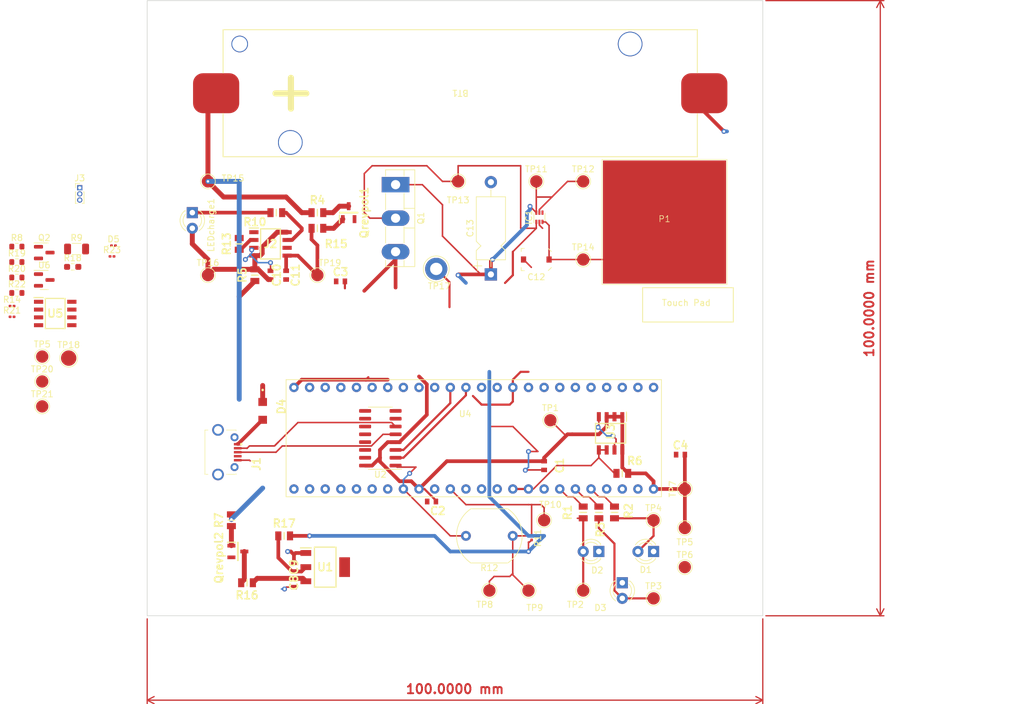
<source format=kicad_pcb>
(kicad_pcb (version 20221018) (generator pcbnew)
  (layers (0 "F.Cu" signal) (31 "B.Cu" signal) (34 "B.Paste" user) (35 "F.Paste" user) (36 "B.SilkS" user "B.Silkscreen") (37 "F.SilkS" user "F.Silkscreen") (38 "B.Mask" user) (39 "F.Mask" user) (44 "Edge.Cuts" user))
  (net 0 "")
  (net 1 "/Power Module/Charging/Vbat")
  (net 2 "0")
  (net 3 "/Microcontroller/3.3V")
  (net 4 "GND")
  (net 5 "/Power Module/Regulating/Vin")
  (net 6 "Net-(U1-VO)")
  (net 7 "Net-(D4-K)")
  (net 8 "Net-(J2-BAT)")
  (net 9 "Net-(IC1-I)")
  (net 10 "/Power Module/Vboard")
  (net 11 "Net-(D1-A)")
  (net 12 "Net-(D2-A)")
  (net 13 "Net-(D3-A)")
  (net 14 "/Microcontroller/5V")
  (net 15 "/Microcontroller/T_sensor")
  (net 17 "Net-(J1-D-)")
  (net 18 "Net-(J1-D+)")
  (net 19 "Net-(J2-PROG2)")
  (net 20 "/Power Module/Charging/Vin")
  (net 22 "Net-(J2-~{CHRG})")
  (net 23 "/Microcontroller/out1")
  (net 24 "/Microcontroller/out2")
  (net 25 "/Microcontroller/out3")
  (net 26 "/Microcontroller/LDR_sensor")
  (net 27 "/Microcontroller/Rx")
  (net 28 "/Microcontroller/Tx")
  (net 29 "/Microcontroller/SCL")
  (net 30 "Net-(LEDcharge1-K)")
  (net 31 "Net-(Qrevpol1-D)")
  (net 32 "Net-(Qrevpol2-S)")
  (net 75 "unconnected-(U4-PA0-Pad10)")
  (net 76 "Net-(Qrevpol1-S)")
  (net 77 "Net-(Qrevpol2-D)")
  (net 78 "Net-(D5-A)")
  (net 79 "Net-(J3-Pin_1)")
  (net 80 "Net-(Q2-G)")
  (net 81 "/Power Module/Regulating/Vbat")
  (net 82 "Net-(R22-Pad2)")
  (net 83 "Net-(U5--)")
  (net 84 "Net-(R14-Pad2)")
  (net 85 "Net-(U6-A)")
  (net 86 "Net-(U5-+)")
  (footprint "TestPoint:TestPoint_Pad_D2.0mm" (layer "F.Cu") (at 59.436 112.776)
    (fp_text reference "TP21")
    (fp_text value "TestPoint")
  )
  (footprint "Library:Temp Schottky" (layer "F.Cu") (at 95.25 113.505 -90)
    (fp_text reference "D4")
    (fp_text value "1N5819" hide)
  )
  (footprint "TestPoint:TestPoint_Pad_D2.0mm" (layer "F.Cu") (at 138.43 142.715)
    (fp_text reference "TP9")
    (fp_text value "TestPoint")
  )
  (footprint "Resistor_SMD:R_0603_1608Metric" (layer "F.Cu") (at 55.318 94.332)
    (fp_text reference "R22")
    (fp_text value "2M")
  )
  (footprint "Package_TO_SOT_SMD:SOT-23" (layer "F.Cu") (at 59.768 92.222)
    (fp_text reference "U6")
    (fp_text value "CJ432")
  )
  (footprint "Package_SO:SOIC-16_3.9x9.9mm_P1.27mm" (layer "F.Cu") (at 114.365 117.95 180)
    (fp_text reference "U2")
    (fp_text value "CH340C")
  )
  (footprint "Capacitor_SMD:C_Trimmer_Murata_TZC3" (layer "F.Cu") (at 139.7 88.9 180)
    (fp_text reference "C12")
    (fp_text value "C_Variable")
  )
  (footprint "Resistor_SMD:R_1206_3216Metric" (layer "F.Cu") (at 65.018 87.192)
    (fp_text reference "R9")
    (fp_text value "2.5M")
  )
  (footprint "TestPoint:TestPoint_Pad_D2.0mm" (layer "F.Cu") (at 147.32 88.9)
    (fp_text reference "TP14")
    (fp_text value "TestPoint")
  )
  (footprint "Library:SOIC127P600X175-8N" (layer "F.Cu") (at 151.765 117.155 -90)
    (fp_text reference "U3")
    (fp_text value "24LC64" hide)
  )
  (footprint "TestPoint:TestPoint_Pad_D2.0mm" (layer "F.Cu") (at 104.14 91.44)
    (fp_text reference "TP19")
    (fp_text value "TestPoint")
  )
  (footprint "Library:CAPC1608X90N" (layer "F.Cu") (at 96.52 91.44 90)
    (fp_text reference "C10")
    (fp_text value "10uF" hide)
  )
  (footprint "Library:SOIC127P600X175-8N" (layer "F.Cu") (at 61.548 97.672)
    (fp_text reference "U5")
    (fp_text value "OP184" hide)
  )
  (footprint "TestPoint:TestPoint_Pad_D2.0mm" (layer "F.Cu") (at 59.436 104.676)
    (fp_text reference "TP5")
    (fp_text value "TestPoint")
  )
  (footprint "Library:Si2323" (layer "F.Cu") (at 109.22 81.28 90)
    (fp_text reference "Qrevpol1")
    (fp_text value "PMOS" hide)
  )
  (footprint "TestPoint:TestPoint_Pad_D2.0mm" (layer "F.Cu") (at 147.32 76.2)
    (fp_text reference "TP12")
    (fp_text value "TestPoint")
  )
  (footprint "Library:CAPC1608X90N" (layer "F.Cu") (at 100.33 138.905 90)
    (fp_text reference "C9")
    (fp_text value "10uF" hide)
  )
  (footprint "TestPoint:TestPoint_Pad_D2.5mm" (layer "F.Cu") (at 63.736 104.926)
    (fp_text reference "TP18")
    (fp_text value "TestPoint")
  )
  (footprint "TestPoint:TestPoint_Pad_D2.0mm" (layer "F.Cu") (at 139.7 76.2)
    (fp_text reference "TP11")
    (fp_text value "TestPoint")
  )
  (footprint "Library:CAPC1608X90N" (layer "F.Cu") (at 100.33 141.445 -90)
    (fp_text reference "C8")
    (fp_text value "10uF" hide)
  )
  (footprint "Library:CAPC1608X90N" (layer "F.Cu") (at 140.97 122.395 -90)
    (fp_text reference "C1")
    (fp_text value "100nF" hide)
  )
  (footprint "Library:Si2323" (layer "F.Cu") (at 91.22 136.365)
    (fp_text reference "Qrevpol2")
    (fp_text value "PMOS" hide)
  )
  (footprint "Resistor_SMD:R_0201_0603Metric" (layer "F.Cu") (at 54.538 96.462)
    (fp_text reference "R14")
    (fp_text value "1M")
  )
  (footprint "Library:RESC2013X65N" (layer "F.Cu") (at 152.4 130.015 -90)
    (fp_text reference "R2")
    (fp_text value "270" hide)
  )
  (footprint "Library:RESC2013X65N" (layer "F.Cu") (at 104.14 83.82)
    (fp_text reference "R15")
    (fp_text value "0" hide)
  )
  (footprint "Library:RESC2013X65N" (layer "F.Cu") (at 98.74 133.825)
    (fp_text reference "R17")
    (fp_text value "0" hide)
  )
  (footprint "Library:STM32F051C6T6" (layer "F.Cu") (at 128.35 120.095)
    (fp_text reference "U4")
    (fp_text value "STM32F051C6T6")
  )
  (footprint "TestPoint:TestPoint_Pad_D2.0mm" (layer "F.Cu") (at 86.36 91.44)
    (fp_text reference "TP16")
    (fp_text value "TestPoint")
  )
  (footprint "Resistor_SMD:R_0603_1608Metric_Pad0.98x0.95mm_HandSolder" (layer "F.Cu") (at 64.388 90.092)
    (fp_text reference "R18")
    (fp_text value "10M")
  )
  (footprint "Resistor_SMD:R_0603_1608Metric" (layer "F.Cu") (at 55.318 89.312)
    (fp_text reference "R19")
    (fp_text value "150k")
  )
  (footprint "Resistor_SMD:R_0201_0603Metric" (layer "F.Cu") (at 138.938 134.17 90)
    (fp_text reference "R11")
    (fp_text value "180")
  )
  (footprint "TestPoint:TestPoint_Pad_D2.0mm" (layer "F.Cu") (at 163.83 126.205 90)
    (fp_text reference "TP7")
    (fp_text value "TestPoint")
  )
  (footprint "Library:CAPC1608X90N" (layer "F.Cu") (at 122.682 128.237 180)
    (fp_text reference "C2")
    (fp_text value "100nF" hide)
  )
  (footprint "TestPoint:TestPoint_Pad_D2.0mm" (layer "F.Cu") (at 140.97 131.285)
    (fp_text reference "TP10")
    (fp_text value "TestPoint")
  )
  (footprint "Library:CAPC1608X90N" (layer "F.Cu") (at 163.12 120.617 180)
    (fp_text reference "C4")
    (fp_text value "100nF" hide)
  )
  (footprint "Package_TO_SOT_THT:TO-3P-3_Vertical" (layer "F.Cu") (at 116.84 76.73 -90)
    (fp_text reference "Q1")
    (fp_text value "PMOS")
  )
  (footprint "TestPoint:TestPoint_Pad_D2.0mm" (layer "F.Cu") (at 86.36 76.2)
    (fp_text reference "TP15")
    (fp_text value "TestPoint")
  )
  (footprint "Resistor_SMD:R_0603_1608Metric" (layer "F.Cu") (at 55.318 86.802)
    (fp_text reference "R8")
    (fp_text value "2M")
  )
  (footprint "Library:SOT230P700X180-4N" (layer "F.Cu") (at 105.41 138.905)
    (fp_text reference "U1")
    (fp_text value "LM1117-3.3" hide)
  )
  (footprint "LED_THT:LED_D3.0mm_IRBlack" (layer "F.Cu") (at 149.86 136.365 180)
    (fp_text reference "D2")
    (fp_text value "LED")
  )
  (footprint "TestPoint:TestPoint_Pad_D2.0mm" (layer "F.Cu") (at 141.986 115.029)
    (fp_text reference "TP1")
    (fp_text value "TestPoint")
  )
  (footprint "TestPoint:TestPoint_Loop_D3.80mm_Drill2.0mm" (layer "F.Cu") (at 123.444 90.424)
    (fp_text reference "TP17")
    (fp_text value "TestPoint")
  )
  (footprint "TestPoint:TestPoint_Pad_D2.0mm" (layer "F.Cu") (at 59.436 108.726)
    (fp_text reference "TP20")
    (fp_text value "TestPoint")
  )
  (footprint "Package_TO_SOT_SMD:SOT-23" (layer "F.Cu") (at 59.768 87.772)
    (fp_text reference "Q2")
    (fp_text value "IRLML6402")
  )
  (footprint "Library:Touch Pad" (layer "F.Cu") (at 160.528 82.804)
    (fp_text reference "P1")
    (fp_text value "Touch Pad")
  )
  (footprint "TestPoint:TestPoint_Pad_D2.0mm" (layer "F.Cu") (at 147.32 142.715)
    (fp_text reference "TP2")
    (fp_text value "TestPoint")
  )
  (footprint "Library:RESC2013X65N" (layer "F.Cu") (at 104.14 81.28)
    (fp_text reference "R4")
    (fp_text value "0" hide)
  )
  (footprint "Library:RESC2013X65N" (layer "F.Cu") (at 90.17 131.285 -90)
    (fp_text reference "R7")
    (fp_text value "0" hide)
  )
  (footprint "Package_TO_SOT_SMD:SOT-563" (layer "F.Cu") (at 140.2 82.03 90)
    (fp_text reference "IC1")
    (fp_text value "TTP223E-BA6")
  )
  (footprint "Library:CAPC1608X90N" (layer "F.Cu") (at 99.06 91.44 -90)
    (fp_text reference "C11")
    (fp_text value "10uF" hide)
  )
  (footprint "Library:SOIC127P600X175-8N" (layer "F.Cu") (at 96.52 86.36)
    (fp_text reference "J2")
    (fp_text value "TP4056" hide)
  )
  (footprint "Library:RESC2013X65N" (layer "F.Cu") (at 153.67 123.665)
    (fp_text reference "R6")
    (fp_text value "4700" hide)
  )
  (footprint "Resistor_SMD:R_0201_0603Metric" (layer "F.Cu") (at 70.775 88.392)
    (fp_text reference "R23")
    (fp_text value "150")
  )
  (footprint "Library:CAPC1608X90N" (layer "F.Cu") (at 107.898 92.456 180)
    (fp_text reference "C3")
    (fp_text value "100nF" hide)
  )
  (footprint "OptoDevice:R_LDR_10x8.5mm_P7.6mm_Vertical" (layer "F.Cu") (at 135.87 133.825 180)
    (fp_text reference "R12")
    (fp_text value "LDR03")
  )
  (footprint "Capacitor_THT:CP_Axial_L10.0mm_D4.5mm_P15.00mm_Horizontal" (layer "F.Cu") (at 132.3225 91.32 90)
    (fp_text reference "C13")
    (fp_text value "100nF")
  )
  (footprint "TestPoint:TestPoint_Pad_D2.0mm" (layer "F.Cu") (at 158.75 131.285)
    (fp_text reference "TP4")
    (fp_text value "TestPoint")
  )
  (footprint "Connector_PinHeader_1.00mm:PinHeader_1x03_P1.00mm_Vertical" (layer "F.Cu") (at 65.532 77.232)
    (fp_text reference "J3")
    (fp_text value "Conn_01x03_Pin")
  )
  (footprint "Library:18650_Holder_SMD" (layer "F.Cu") (at 127.34 61.34 180)
    (fp_text reference "BT1")
    (fp_text value "Battery_Cell")
  )
  (footprint "TestPoint:TestPoint_Pad_D2.0mm" (layer "F.Cu") (at 127 76.2)
    (fp_text reference "TP13")
    (fp_text value "TestPoint")
  )
  (footprint "Library:RESC2013X65N" (layer "F.Cu") (at 147.32 130.015 -90)
    (fp_text reference "R1")
    (fp_text value "270" hide)
  )
  (footprint "TestPoint:TestPoint_Pad_D2.0mm" (layer "F.Cu") (at 158.75 143.985)
    (fp_text reference "TP3")
    (fp_text value "TestPoint")
  )
  (footprint "Library:RESC2013X65N" (layer "F.Cu") (at 149.86 130.015 -90)
    (fp_text reference "R3")
    (fp_text value "270" hide)
  )
  (footprint "TestPoint:TestPoint_Pad_D2.0mm" (layer "F.Cu") (at 132.08 142.715)
    (fp_text reference "TP8")
    (fp_text value "TestPoint")
  )
  (footprint "Library:MICROXNJ" (layer "F.Cu") (at 87.998 120.224 90)
    (fp_text reference "J1")
    (fp_text value "USB_B_Micro" hide)
  )
  (footprint "LED_SMD:LED_0201_0603Metric" (layer "F.Cu") (at 71.01 86.642)
    (fp_text reference "D5")
    (fp_text value "LED")
  )
  (footprint "LED_THT:LED_D3.0mm_IRBlack" (layer "F.Cu") (at 153.67 141.445 -90)
    (fp_text reference "D3")
    (fp_text value "LED")
  )
  (footprint "TestPoint:TestPoint_Pad_D2.0mm" (layer "F.Cu") (at 163.83 138.905)
    (fp_text reference "TP6")
    (fp_text value "TestPoint")
  )
  (footprint "TestPoint:TestPoint_Pad_D2.0mm" (layer "F.Cu") (at 163.83 132.555)
    (fp_text reference "TP5")
    (fp_text value "TestPoint")
  )
  (footprint "LED_THT:LED_D3.0mm_IRBlack" (layer "F.Cu") (at 158.75 136.365 180)
    (fp_text reference "D1")
    (fp_text value "LED")
  )
  (footprint "Library:RESC2013X65N" (layer "F.Cu") (at 93.98 91.44 90)
    (fp_text reference "R5")
    (fp_text value "0" hide)
  )
  (footprint "Library:RESC2013X65N" (layer "F.Cu") (at 97.47 81.28 180)
    (fp_text reference "R10")
    (fp_text value "1k" hide)
  )
  (footprint "Library:RESC2013X65N" (layer "F.Cu") (at 91.44 86.36 -90)
    (fp_text reference "R13")
    (fp_text value "2k" hide)
  )
  (footprint "LED_THT:LED_D3.0mm_IRBlack" (layer "F.Cu") (at 83.82 81.28 -90)
    (fp_text reference "LEDcharge1")
    (fp_text value "RED")
  )
  (footprint "Library:RESC2013X65N" (layer "F.Cu") (at 92.71 141.445)
    (fp_text reference "R16")
    (fp_text value "0" hide)
  )
  (footprint "Resistor_SMD:R_0201_0603Metric" (layer "F.Cu") (at 54.538 98.212)
    (fp_text reference "R21")
    (fp_text value "100k")
  )
  (footprint "Resistor_SMD:R_0603_1608Metric" (layer "F.Cu") (at 55.318 91.822)
    (fp_text reference "R20")
    (fp_text value "2.05M")
  )
  (gr_line (start 215.255475 102.54361) (end 214.92083 102.54361) (stroke (width 0.00017)) (layer "B.SilkS"))
  (gr_line (start 200.86574 109.23651) (end 201.53503 109.23651) (stroke (width 0.00017)) (layer "B.SilkS"))
  (gr_line (start 211.57438 115.26012) (end 211.57438 114.59083) (stroke (width 0.00017)) (layer "B.SilkS"))
  (gr_line (start 218.93657 109.9058) (end 218.93657 109.571155) (stroke (width 0.00017)) (layer "B.SilkS"))
  (gr_line (start 205.55077 107.89793) (end 206.22006 107.89793) (stroke (width 0.00017)) (layer "B.SilkS"))
  (gr_line (start 202.87361 110.57509) (end 202.87361 110.240445) (stroke (width 0.00017)) (layer "B.SilkS"))
  (gr_line (start 201.53503 106.55935) (end 201.53503 106.224705) (stroke (width 0.00017)) (layer "B.SilkS"))
  (gr_line (start 214.25154 105.89006) (end 214.25154 106.224705) (stroke (width 0.00017)) (layer "B.SilkS"))
  (gr_line (start 218.93657 114.59083) (end 217.59799 114.59083) (stroke (width 0.00017)) (layer "B.SilkS"))
  (gr_line (start 214.586185 113.92154) (end 214.25154 113.92154) (stroke (width 0.00017)) (layer "B.SilkS"))
  (gr_line (start 208.562575 101.20503) (end 208.22793 101.20503) (stroke (width 0.00017)) (layer "B.SilkS"))
  (gr_line (start 206.554705 98.52787) (end 206.22006 98.52787) (stroke (width 0.00017)) (layer "B.SilkS"))
  (gr_line (start 211.57438 117.93728) (end 211.909025 117.93728) (stroke (width 0.00017)) (layer "B.SilkS"))
  (gr_line (start 217.59799 117.26799) (end 217.59799 116.933345) (stroke (width 0.00017)) (layer "B.SilkS"))
  (gr_line (start 212.91296 101.87432) (end 212.91296 102.208965) (stroke (width 0.00017)) (layer "B.SilkS"))
  (gr_line (start 202.87361 99.19716) (end 202.87361 99.86645) (stroke (width 0.00017)) (layer "B.SilkS"))
  (gr_line (start 213.916895 111.91367) (end 214.25154 111.91367) (stroke (width 0.00017)) (layer "B.SilkS"))
  (gr_line (start 206.554705 107.89793) (end 206.22006 107.89793) (stroke (width 0.00017)) (layer "B.SilkS"))
  (gr_line (start 200.19645 105.22077) (end 200.19645 105.555415) (stroke (width 0.00017)) (layer "B.SilkS"))
  (gr_line (start 208.89722 97.18929) (end 208.89722 97.523935) (stroke (width 0.00017)) (layer "B.SilkS"))
  (gr_line (start 206.22006 98.52787) (end 206.22006 99.19716) (stroke (width 0.00017)) (layer "B.SilkS"))
  (gr_line (start 212.578315 101.87432) (end 212.91296 101.87432) (stroke (width 0.00017)) (layer "B.SilkS"))
  (gr_line (start 202.538965 100.53574) (end 202.20432 100.53574) (stroke (width 0.00017)) (layer "B.SilkS"))
  (gr_line (start 207.55864 115.92941) (end 207.55864 115.26012) (stroke (width 0.00017)) (layer "B.SilkS"))
  (gr_line (start 207.55864 111.24438) (end 207.55864 111.91367) (stroke (width 0.00017)) (layer "B.SilkS"))
  (gr_line (start 211.57438 103.2129) (end 211.57438 103.547545) (stroke (width 0.00017)) (layer "B.SilkS"))
  (gr_line (start 210.90509 113.92154) (end 210.90509 113.25225) (stroke (width 0.00017)) (layer "B.SilkS"))
  (gr_line (start 198.18858 99.86645) (end 199.192515 99.86645) (stroke (width 0.00017)) (layer "B.SilkS"))
  (gr_line (start 202.538965 106.55935) (end 202.87361 106.55935) (stroke (width 0.00017)) (layer "B.SilkS"))
  (gr_line (start 203.877545 97.18929) (end 203.5429 97.18929) (stroke (width 0.00017)) (layer "B.SilkS"))
  (gr_line (start 203.5429 101.539675) (end 203.5429 101.20503) (stroke (width 0.00017)) (layer "B.SilkS"))
  (gr_line (start 204.88148 99.86645) (end 205.55077 99.86645) (stroke (width 0.00017)) (layer "B.SilkS"))
  (gr_line (start 212.91296 108.901865) (end 212.91296 109.23651) (stroke (width 0.00017)) (layer "B.SilkS"))
  (gr_line (start 201.53503 108.56722) (end 200.86574 108.56722) (stroke (width 0.00017)) (layer "B.SilkS"))
  (gr_line (start 207.55864 107.89793) (end 207.55864 107.22864) (stroke (width 0.00017)) (layer "B.SilkS"))
  (gr_line (start 204.88148 115.26012) (end 205.216125 115.26012) (stroke (width 0.00017)) (layer "B.SilkS"))
  (gr_line (start 205.55077 109.9058) (end 205.55077 111.24438) (stroke (width 0.00017)) (layer "B.SilkS"))
  (gr_line (start 216.25941 117.26799) (end 215.59012 117.26799) (stroke (width 0.00017)) (layer "B.SilkS"))
  (gr_line (start 214.92083 102.54361) (end 214.92083 102.208965) (stroke (width 0.00017)) (layer "B.SilkS"))
  (gr_line (start 209.901155 100.53574) (end 210.2358 100.53574) (stroke (width 0.00017)) (layer "B.SilkS"))
  (gr_line (start 203.5429 107.89793) (end 202.87361 107.89793) (stroke (width 0.00017)) (layer "B.SilkS"))
  (gr_line (start 205.216125 101.20503) (end 205.55077 101.20503) (stroke (width 0.00017)) (layer "B.SilkS"))
  (gr_line (start 208.89722 109.23651) (end 208.89722 108.56722) (stroke (width 0.00017)) (layer "B.SilkS"))
  (gr_line (start 216.25941 115.26012) (end 216.594055 115.26012) (stroke (width 0.00017)) (layer "B.SilkS"))
  (gr_line (start 217.932635 113.25225) (end 218.26728 113.25225) (stroke (width 0.00017)) (layer "B.SilkS"))
  (gr_line (start 209.56651 117.93728) (end 209.901155 117.93728) (stroke (width 0.00017)) (layer "B.SilkS"))
  (gr_line (start 201.869675 103.2129) (end 200.86574 103.2129) (stroke (width 0.00017)) (layer "B.SilkS"))
  (gr_line (start 216.25941 103.2129) (end 215.924765 103.2129) (stroke (width 0.00017)) (layer "B.SilkS"))
  (gr_line (start 212.91296 100.201095) (end 212.91296 101.20503) (stroke (width 0.00017)) (layer "B.SilkS"))
  (gr_line (start 210.90509 111.91367) (end 210.570445 111.91367) (stroke (width 0.00017)) (layer "B.SilkS"))
  (gr_line (start 205.55077 112.58296) (end 206.22006 112.58296) (stroke (width 0.00017)) (layer "B.SilkS"))
  (gr_line (start 207.223995 109.23651) (end 207.55864 109.23651) (stroke (width 0.00017)) (layer "B.SilkS"))
  (gr_line (start 198.85787 105.555415) (end 198.85787 105.22077) (stroke (width 0.00017)) (layer "B.SilkS"))
  (gr_line (start 218.26728 105.22077) (end 218.26728 104.55148) (stroke (width 0.00017)) (layer "B.SilkS"))
  (gr_line (start 208.22793 111.91367) (end 208.562575 111.91367) (stroke (width 0.00017)) (layer "B.SilkS"))
  (gr_line (start 213.58225 100.870385) (end 213.58225 99.19716) (stroke (width 0.00017)) (layer "B.SilkS"))
  (gr_line (start 210.90509 106.893995) (end 210.90509 107.22864) (stroke (width 0.00017)) (layer "B.SilkS"))
  (gr_line (start 204.88148 100.870385) (end 204.88148 101.20503) (stroke (width 0.00017)) (layer "B.SilkS"))
  (gr_line (start 206.22006 105.22077) (end 205.55077 105.22077) (stroke (width 0.00017)) (layer "B.SilkS"))
  (gr_line (start 204.546835 115.26012) (end 204.21219 115.26012) (stroke (width 0.00017)) (layer "B.SilkS"))
  (gr_line (start 212.24367 110.240445) (end 212.24367 109.9058) (stroke (width 0.00017)) (layer "B.SilkS"))
  (gr_line (start 198.85787 108.56722) (end 198.85787 108.901865) (stroke (width 0.00017)) (layer "B.SilkS"))
  (gr_line (start 204.21219 115.26012) (end 204.21219 115.594765) (stroke (width 0.00017)) (layer "B.SilkS"))
  (gr_line (start 207.55864 110.57509) (end 207.55864 109.9058) (stroke (width 0.00017)) (layer "B.SilkS"))
  (gr_line (start 217.59799 107.89793) (end 217.59799 108.232575) (stroke (width 0.00017)) (layer "B.SilkS"))
  (gr_line (start 198.85787 105.22077) (end 199.52716 105.22077) (stroke (width 0.00017)) (layer "B.SilkS"))
  (gr_line (start 204.88148 109.571155) (end 204.88148 109.23651) (stroke (width 0.00017)) (layer "B.SilkS"))
  (gr_line (start 200.19645 105.89006) (end 200.531095 105.89006) (stroke (width 0.00017)) (layer "B.SilkS"))
  (gr_line (start 201.53503 103.88219) (end 201.53503 104.216835) (stroke (width 0.00017)) (layer "B.SilkS"))
  (gr_line (start 208.89722 115.594765) (end 208.89722 115.26012) (stroke (width 0.00017)) (layer "B.SilkS"))
  (gr_line (start 203.208255 112.58296) (end 202.87361 112.58296) (stroke (width 0.00017)) (layer "B.SilkS"))
  (gr_line (start 207.55864 111.24438) (end 207.55864 110.57509) (stroke (width 0.00017)) (layer "B.SilkS"))
  (gr_line (start 202.20432 118.60657) (end 202.538965 118.60657) (stroke (width 0.00017)) (layer "B.SilkS"))
  (gr_line (start 209.56651 104.55148) (end 209.901155 104.55148) (stroke (width 0.00017)) (layer "B.SilkS"))
  (gr_line (start 205.55077 97.85858) (end 205.885415 97.85858) (stroke (width 0.00017)) (layer "B.SilkS"))
  (gr_line (start 207.55864 105.89006) (end 206.88935 105.89006) (stroke (width 0.00017)) (layer "B.SilkS"))
  (gr_line (start 212.24367 112.917605) (end 212.24367 112.58296) (stroke (width 0.00017)) (layer "B.SilkS"))
  (gr_line (start 204.21219 115.92941) (end 204.546835 115.92941) (stroke (width 0.00017)) (layer "B.SilkS"))
  (gr_line (start 206.22006 99.19716) (end 206.22006 99.86645) (stroke (width 0.00017)) (layer "B.SilkS"))
  (gr_line (start 212.91296 96.52) (end 212.578315 96.52) (stroke (width 0.00017)) (layer "B.SilkS"))
  (gr_line (start 208.562575 97.85858) (end 208.22793 97.85858) (stroke (width 0.00017)) (layer "B.SilkS"))
  (gr_line (start 204.88148 105.89006) (end 205.216125 105.89006) (stroke (width 0.00017)) (layer "B.SilkS"))
  (gr_line (start 218.93657 103.2129) (end 218.26728 103.2129) (stroke (width 0.00017)) (layer "B.SilkS"))
  (gr_line (start 210.90509 107.89793) (end 211.239735 107.89793) (stroke (width 0.00017)) (layer "B.SilkS"))
  (gr_line (start 218.93657 96.52) (end 216.594055 96.52) (stroke (width 0.00017)) (layer "B.SilkS"))
  (gr_line (start 208.562575 103.2129) (end 208.22793 103.2129) (stroke (width 0.00017)) (layer "B.SilkS"))
  (gr_line (start 202.87361 101.20503) (end 202.87361 100.870385) (stroke (width 0.00017)) (layer "B.SilkS"))
  (gr_line (start 214.586185 118.60657) (end 214.92083 118.60657) (stroke (width 0.00017)) (layer "B.SilkS"))
  (gr_line (start 196.85 102.208965) (end 196.85 102.54361) (stroke (width 0.00017)) (layer "B.SilkS"))
  (gr_line (start 217.263345 111.91367) (end 217.59799 111.91367) (stroke (width 0.00017)) (layer "B.SilkS"))
  (gr_line (start 208.22793 99.19716) (end 208.22793 98.862515) (stroke (width 0.00017)) (layer "B.SilkS"))
  (gr_line (start 211.57438 101.87432) (end 210.90509 101.87432) (stroke (width 0.00017)) (layer "B.SilkS"))
  (gr_line (start 202.20432 106.55935) (end 202.538965 106.55935) (stroke (width 0.00017)) (layer "B.SilkS"))
  (gr_line (start 213.58225 106.55935) (end 213.58225 105.89006) (stroke (width 0.00017)) (layer "B.SilkS"))
  (gr_line (start 215.59012 107.89793) (end 215.59012 108.56722) (stroke (width 0.00017)) (layer "B.SilkS"))
  (gr_line (start 218.601925 115.92941) (end 218.26728 115.92941) (stroke (width 0.00017)) (layer "B.SilkS"))
  (gr_line (start 199.52716 107.89793) (end 199.52716 108.232575) (stroke (width 0.00017)) (layer "B.SilkS"))
  (gr_line (start 210.90509 99.86645) (end 210.90509 100.201095) (stroke (width 0.00017)) (layer "B.SilkS"))
  (gr_line (start 216.25941 109.23651) (end 216.25941 108.56722) (stroke (width 0.00017)) (layer "B.SilkS"))
  (gr_line (start 199.192515 113.92154) (end 196.85 113.92154) (stroke (width 0.00017)) (layer "B.SilkS"))
  (gr_line (start 214.25154 111.24438) (end 213.58225 111.24438) (stroke (width 0.00017)) (layer "B.SilkS"))
  (gr_line (start 204.21219 99.531805) (end 204.21219 99.86645) (stroke (width 0.00017)) (layer "B.SilkS"))
  (gr_line (start 198.18858 109.9058) (end 198.18858 110.240445) (stroke (width 0.00017)) (layer "B.SilkS"))
  (gr_line (start 214.25154 113.92154) (end 214.25154 114.256185) (stroke (width 0.00017)) (layer "B.SilkS"))
  (gr_line (start 204.88148 112.58296) (end 205.55077 112.58296) (stroke (width 0.00017)) (layer "B.SilkS"))
  (gr_line (start 212.24367 104.55148) (end 212.24367 104.886125) (stroke (width 0.00017)) (layer "B.SilkS"))
  (gr_line (start 202.20432 101.87432) (end 201.200385 101.87432) (stroke (width 0.00017)) (layer "B.SilkS"))
  (gr_line (start 201.53503 111.579025) (end 201.53503 111.24438) (stroke (width 0.00017)) (layer "B.SilkS"))
  (gr_line (start 216.9287 117.602635) (end 216.9287 117.26799) (stroke (width 0.00017)) (layer "B.SilkS"))
  (gr_line (start 215.59012 109.9058) (end 215.255475 109.9058) (stroke (width 0.00017)) (layer "B.SilkS"))
  (gr_line (start 210.2358 117.602635) (end 210.2358 117.26799) (stroke (width 0.00017)) (layer "B.SilkS"))
  (gr_line (start 199.192515 101.20503) (end 201.53503 101.20503) (stroke (width 0.00017)) (layer "B.SilkS"))
  (gr_line (start 218.26728 116.5987) (end 218.601925 116.5987) (stroke (width 0.00017)) (layer "B.SilkS"))
  (gr_line (start 213.58225 104.55148) (end 214.25154 104.55148) (stroke (width 0.00017)) (layer "B.SilkS"))
  (gr_line (start 213.58225 111.24438) (end 213.58225 111.579025) (stroke (width 0.00017)) (layer "B.SilkS"))
  (gr_line (start 218.601925 111.91367) (end 218.93657 111.91367) (stroke (width 0.00017)) (layer "B.SilkS"))
  (gr_line (start 206.88935 109.571155) (end 206.88935 109.23651) (stroke (width 0.00017)) (layer "B.SilkS"))
  (gr_line (start 214.92083 118.60657) (end 214.92083 118.271925) (stroke (width 0.00017)) (layer "B.SilkS"))
  (gr_line (start 210.570445 112.58296) (end 210.90509 112.58296) (stroke (width 0.00017)) (layer "B.SilkS"))
  (gr_line (start 207.55864 108.56722) (end 207.55864 107.89793) (stroke (width 0.00017)) (layer "B.SilkS"))
  (gr_line (start 209.56651 99.86645) (end 208.89722 99.86645) (stroke (width 0.00017)) (layer "B.SilkS"))
  (gr_line (start 197.51929 106.893995) (end 197.51929 106.55935) (stroke (width 0.00017)) (layer "B.SilkS"))
  (gr_line (start 209.56651 114.59083) (end 209.901155 114.59083) (stroke (width 0.00017)) (layer "B.SilkS"))
  (gr_line (start 211.239735 117.93728) (end 210.90509 117.93728) (stroke (width 0.00017)) (layer "B.SilkS"))
  (gr_line (start 196.85 109.23651) (end 196.85 109.571155) (stroke (width 0.00017)) (layer "B.SilkS"))
  (gr_line (start 212.24367 101.20503) (end 212.24367 100.53574) (stroke (width 0.00017)) (layer "B.SilkS"))
  (gr_line (start 205.55077 100.53574) (end 205.216125 100.53574) (stroke (width 0.00017)) (layer "B.SilkS"))
  (gr_line (start 212.91296 117.93728) (end 213.58225 117.93728) (stroke (width 0.00017)) (layer "B.SilkS"))
  (gr_line (start 208.22793 112.917605) (end 208.22793 113.25225) (stroke (width 0.00017)) (layer "B.SilkS"))
  (gr_line (start 205.55077 106.55935) (end 205.216125 106.55935) (stroke (width 0.00017)) (layer "B.SilkS"))
  (gr_line (start 218.93657 109.571155) (end 218.93657 109.23651) (stroke (width 0.00017)) (layer "B.SilkS"))
  (gr_line (start 210.2358 104.216835) (end 210.2358 103.88219) (stroke (width 0.00017)) (layer "B.SilkS"))
  (gr_line (start 199.192515 99.86645) (end 200.19645 99.86645) (stroke (width 0.00017)) (layer "B.SilkS"))
  (gr_line (start 204.21219 117.93728) (end 204.21219 118.271925) (stroke (width 0.00017)) (layer "B.SilkS"))
  (gr_line (start 201.869675 111.24438) (end 202.20432 111.24438) (stroke (width 0.00017)) (layer "B.SilkS"))
  (gr_line (start 217.59799 102.208965) (end 217.59799 102.54361) (stroke (width 0.00017)) (layer "B.SilkS"))
  (gr_line (start 201.53503 112.248315) (end 201.53503 112.58296) (stroke (width 0.00017)) (layer "B.SilkS"))
  (gr_line (start 202.20432 101.20503) (end 202.20432 101.87432) (stroke (width 0.00017)) (layer "B.SilkS"))
  (gr_line (start 206.88935 98.52787) (end 206.554705 98.52787) (stroke (width 0.00017)) (layer "B.SilkS"))
  (gr_line (start 212.91296 103.2129) (end 212.91296 102.54361) (stroke (width 0.00017)) (layer "B.SilkS"))
  (gr_line (start 214.25154 104.55148) (end 214.92083 104.55148) (stroke (width 0.00017)) (layer "B.SilkS"))
  (gr_line (start 215.59012 97.85858) (end 215.59012 98.862515) (stroke (width 0.00017)) (layer "B.SilkS"))
  (gr_line (start 197.51929 105.89006) (end 197.51929 105.22077) (stroke (width 0.00017)) (layer "B.SilkS"))
  (gr_line (start 212.91296 113.25225) (end 212.91296 113.92154) (stroke (width 0.00017)) (layer "B.SilkS"))
  (gr_line (start 209.56651 104.886125) (end 209.56651 104.55148) (stroke (width 0.00017)) (layer "B.SilkS"))
  (gr_line (start 196.85 110.57509) (end 196.85 110.909735) (stroke (width 0.00017)) (layer "B.SilkS"))
  (gr_line (start 202.20432 99.19716) (end 202.538965 99.19716) (stroke (width 0.00017)) (layer "B.SilkS"))
  (gr_line (start 198.18858 110.57509) (end 198.85787 110.57509) (stroke (width 0.00017)) (layer "B.SilkS"))
  (gr_line (start 197.184645 105.89006) (end 197.51929 105.89006) (stroke (width 0.00017)) (layer "B.SilkS"))
  (gr_line (start 210.2358 112.58296) (end 210.570445 112.58296) (stroke (width 0.00017)) (layer "B.SilkS"))
  (gr_line (start 216.9287 107.89793) (end 217.263345 107.89793) (stroke (width 0.00017)) (layer "B.SilkS"))
  (gr_line (start 207.893285 101.20503) (end 208.22793 101.20503) (stroke (width 0.00017)) (layer "B.SilkS"))
  (gr_line (start 206.22006 107.89793) (end 206.22006 107.22864) (stroke (width 0.00017)) (layer "B.SilkS"))
  (gr_line (start 199.192515 97.85858) (end 198.18858 97.85858) (stroke (width 0.00017)) (layer "B.SilkS"))
  (gr_line (start 202.87361 118.60657) (end 202.87361 118.271925) (stroke (width 0.00017)) (layer "B.SilkS"))
  (gr_line (start 218.93657 103.547545) (end 218.93657 103.2129) (stroke (width 0.00017)) (layer "B.SilkS"))
  (gr_line (start 206.88935 113.25225) (end 206.88935 113.586895) (stroke (width 0.00017)) (layer "B.SilkS"))
  (gr_line (start 209.56651 97.85858) (end 209.56651 97.523935) (stroke (width 0.00017)) (layer "B.SilkS"))
  (gr_line (start 199.52716 110.57509) (end 199.52716 109.9058) (stroke (width 0.00017)) (layer "B.SilkS"))
  (gr_line (start 206.22006 113.25225) (end 206.554705 113.25225) (stroke (width 0.00017)) (layer "B.SilkS"))
  (gr_line (start 218.93657 117.602635) (end 218.93657 117.26799) (stroke (width 0.00017)) (layer "B.SilkS"))
  (gr_line (start 212.24367 102.878255) (end 212.24367 103.2129) (stroke (width 0.00017)) (layer "B.SilkS"))
  (gr_line (start 208.22793 112.58296) (end 208.22793 112.248315) (stroke (width 0.00017)) (layer "B.SilkS"))
  (gr_line (start 200.19645 117.26799) (end 200.19645 116.264055) (stroke (width 0.00017)) (layer "B.SilkS"))
  (gr_line (start 208.89722 107.563285) (end 208.89722 107.89793) (stroke (width 0.00017)) (layer "B.SilkS"))
  (gr_line (start 200.86574 103.547545) (end 200.86574 103.88219) (stroke (width 0.00017)) (layer "B.SilkS"))
  (gr_line (start 198.18858 111.24438) (end 198.18858 110.909735) (stroke (width 0.00017)) (layer "B.SilkS"))
  (gr_line (start 214.25154 111.91367) (end 214.25154 112.248315) (stroke (width 0.00017)) (layer "B.SilkS"))
  (gr_line (start 215.59012 98.862515) (end 215.59012 99.86645) (stroke (width 0.00017)) (layer "B.SilkS"))
  (gr_line (start 213.58225 107.89793) (end 212.91296 107.89793) (stroke (width 0.00017)) (layer "B.SilkS"))
  (gr_line (start 196.85 107.89793) (end 198.18858 107.89793) (stroke (width 0.00017)) (layer "B.SilkS"))
  (gr_line (start 214.25154 114.59083) (end 214.586185 114.59083) (stroke (width 0.00017)) (layer "B.SilkS"))
  (gr_line (start 207.55864 112.58296) (end 207.893285 112.58296) (stroke (width 0.00017)) (layer "B.SilkS"))
  (gr_line (start 200.19645 116.264055) (end 200.19645 115.26012) (stroke (width 0.00017)) (layer "B.SilkS"))
  (gr_line (start 210.570445 100.53574) (end 210.2358 100.53574) (stroke (width 0.00017)) (layer "B.SilkS"))
  (gr_line (start 206.88935 107.563285) (end 206.88935 107.89793) (stroke (width 0.00017)) (layer "B.SilkS"))
  (gr_line (start 198.85787 104.55148) (end 198.85787 104.216835) (stroke (width 0.00017)) (layer "B.SilkS"))
  (gr_line (start 211.57438 98.193225) (end 211.57438 98.52787) (stroke (width 0.00017)) (layer "B.SilkS"))
  (gr_line (start 197.853935 108.56722) (end 197.51929 108.56722) (stroke (width 0.00017)) (layer "B.SilkS"))
  (gr_line (start 217.59799 104.55148) (end 217.59799 105.22077) (stroke (width 0.00017)) (layer "B.SilkS"))
  (gr_line (start 197.51929 109.23651) (end 197.184645 109.23651) (stroke (width 0.00017)) (layer "B.SilkS"))
  (gr_line (start 204.21219 97.18929) (end 203.877545 97.18929) (stroke (width 0.00017)) (layer "B.SilkS"))
  (gr_line (start 203.877545 117.26799) (end 204.21219 117.26799) (stroke (width 0.00017)) (layer "B.SilkS"))
  (gr_line (start 212.578315 112.58296) (end 212.91296 112.58296) (stroke (width 0.00017)) (layer "B.SilkS"))
  (gr_line (start 208.89722 106.55935) (end 209.901155 106.55935) (stroke (width 0.00017)) (layer "B.SilkS"))
  (gr_line (start 202.87361 100.53574) (end 203.208255 100.53574) (stroke (width 0.00017)) (layer "B.SilkS"))
  (gr_line (start 214.92083 105.22077) (end 214.92083 105.89006) (stroke (width 0.00017)) (layer "B.SilkS"))
  (gr_line (start 218.93657 111.24438) (end 218.93657 110.57509) (stroke (width 0.00017)) (layer "B.SilkS"))
  (gr_line (start 216.594055 101.87432) (end 216.25941 101.87432) (stroke (width 0.00017)) (layer "B.SilkS"))
  (gr_line (start 197.184645 112.58296) (end 196.85 112.58296) (stroke (width 0.00017)) (layer "B.SilkS"))
  (gr_line (start 203.877545 109.23651) (end 204.21219 109.23651) (stroke (width 0.00017)) (layer "B.SilkS"))
  (gr_line (start 204.21219 96.854645) (end 204.21219 97.18929) (stroke (width 0.00017)) (layer "B.SilkS"))
  (gr_line (start 208.89722 111.91367) (end 208.89722 112.248315) (stroke (width 0.00017)) (layer "B.SilkS"))
  (gr_line (start 212.91296 108.56722) (end 212.91296 108.901865) (stroke (width 0.00017)) (layer "B.SilkS"))
  (gr_line (start 205.216125 101.87432) (end 204.88148 101.87432) (stroke (width 0.00017)) (layer "B.SilkS"))
  (gr_line (start 202.87361 98.52787) (end 202.538965 98.52787) (stroke (width 0.00017)) (layer "B.SilkS"))
  (gr_line (start 196.85 101.20503) (end 199.192515 101.20503) (stroke (width 0.00017)) (layer "B.SilkS"))
  (gr_line (start 210.90509 114.59083) (end 210.90509 113.92154) (stroke (width 0.00017)) (layer "B.SilkS"))
  (gr_line (start 201.53503 104.55148) (end 200.19645 104.55148) (stroke (width 0.00017)) (layer "B.SilkS"))
  (gr_line (start 199.52716 109.9058) (end 199.52716 109.23651) (stroke (width 0.00017)) (layer "B.SilkS"))
  (gr_line (start 202.87361 117.93728) (end 202.538965 117.93728) (stroke (width 0.00017)) (layer "B.SilkS"))
  (gr_line (start 207.893285 113.25225) (end 207.55864 113.25225) (stroke (width 0.00017)) (layer "B.SilkS"))
  (gr_line (start 200.82256 98.862515) (end 200.82256 100.49256) (stroke (width 0.00017)) (layer "B.SilkS"))
  (gr_line (start 209.901155 97.85858) (end 209.56651 97.85858) (stroke (width 0.00017)) (layer "B.SilkS"))
  (gr_line (start 198.18858 103.88219) (end 198.18858 104.886125) (stroke (width 0.00017)) (layer "B.SilkS"))
  (gr_line (start 209.56651 115.26012) (end 209.56651 115.594765) (stroke (width 0.00017)) (layer "B.SilkS"))
  (gr_line (start 216.9287 116.933345) (end 216.9287 117.26799) (stroke (width 0.00017)) (layer "B.SilkS"))
  (gr_line (start 218.26728 109.9058) (end 218.93657 109.9058) (stroke (width 0.00017)) (layer "B.SilkS"))
  (gr_line (start 207.55864 107.22864) (end 207.223995 107.22864) (stroke (width 0.00017)) (layer "B.SilkS"))
  (gr_line (start 208.89722 98.193225) (end 208.89722 97.85858) (stroke (width 0.00017)) (layer "B.SilkS"))
  (gr_line (start 206.88935 110.57509) (end 206.88935 111.24438) (stroke (width 0.00017)) (layer "B.SilkS"))
  (gr_line (start 213.58225 114.256185) (end 213.58225 113.25225) (stroke (width 0.00017)) (layer "B.SilkS"))
  (gr_line (start 217.932635 111.24438) (end 217.59799 111.24438) (stroke (width 0.00017)) (layer "B.SilkS"))
  (gr_line (start 213.247605 106.55935) (end 213.58225 106.55935) (stroke (width 0.00017)) (layer "B.SilkS"))
  (gr_line (start 211.57438 118.60657) (end 211.57438 118.271925) (stroke (width 0.00017)) (layer "B.SilkS"))
  (gr_line (start 212.24367 105.555415) (end 212.24367 105.22077) (stroke (width 0.00017)) (layer "B.SilkS"))
  (gr_line (start 208.22793 117.26799) (end 207.55864 117.26799) (stroke (width 0.00017)) (layer "B.SilkS"))
  (gr_line (start 204.21219 99.86645) (end 204.88148 99.86645) (stroke (width 0.00017)) (layer "B.SilkS"))
  (gr_line (start 212.91296 117.602635) (end 212.91296 117.93728) (stroke (width 0.00017)) (layer "B.SilkS"))
  (gr_line (start 216.594055 105.22077) (end 216.9287 105.22077) (stroke (width 0.00017)) (layer "B.SilkS"))
  (gr_line (start 217.59799 106.55935) (end 217.263345 106.55935) (stroke (width 0.00017)) (layer "B.SilkS"))
  (gr_line (start 208.89722 103.2129) (end 208.562575 103.2129) (stroke (width 0.00017)) (layer "B.SilkS"))
  (gr_line (start 212.24367 101.539675) (end 212.24367 101.87432) (stroke (width 0.00017)) (layer "B.SilkS"))
  (gr_line (start 206.88935 113.92154) (end 208.22793 113.92154) (stroke (width 0.00017)) (layer "B.SilkS"))
  (gr_line (start 210.2358 97.85858) (end 209.901155 97.85858) (stroke (width 0.00017)) (layer "B.SilkS"))
  (gr_line (start 202.87361 113.25225) (end 203.877545 113.25225) (stroke (width 0.00017)) (layer "B.SilkS"))
  (gr_line (start 198.85787 113.25225) (end 200.19645 113.25225) (stroke (width 0.00017)) (layer "B.SilkS"))
  (gr_line (start 207.893285 109.9058) (end 208.22793 109.9058) (stroke (width 0.00017)) (layer "B.SilkS"))
  (gr_line (start 206.22006 109.23651) (end 206.22006 108.901865) (stroke (width 0.00017)) (layer "B.SilkS"))
  (gr_line (start 206.22006 108.56722) (end 206.554705 108.56722) (stroke (width 0.00017)) (layer "B.SilkS"))
  (gr_line (start 202.20432 104.55148) (end 202.20432 103.88219) (stroke (width 0.00017)) (layer "B.SilkS"))
  (gr_line (start 207.223995 114.59083) (end 206.88935 114.59083) (stroke (width 0.00017)) (layer "B.SilkS"))
  (gr_line (start 218.93657 115.92941) (end 218.601925 115.92941) (stroke (width 0.00017)) (layer "B.SilkS"))
  (gr_line (start 203.208255 113.92154) (end 202.87361 113.92154) (stroke (width 0.00017)) (layer "B.SilkS"))
  (gr_line (start 212.24367 117.26799) (end 212.24367 116.5987) (stroke (width 0.00017)) (layer "B.SilkS"))
  (gr_line (start 206.22006 111.24438) (end 206.22006 111.579025) (stroke (width 0.00017)) (layer "B.SilkS"))
  (gr_line (start 208.89722 103.88219) (end 208.89722 104.55148) (stroke (width 0.00017)) (layer "B.SilkS"))
  (gr_line (start 212.91296 106.55935) (end 212.578315 106.55935) (stroke (width 0.00017)) (layer "B.SilkS"))
  (gr_line (start 198.85787 103.88219) (end 199.52716 103.88219) (stroke (width 0.00017)) (layer "B.SilkS"))
  (gr_line (start 196.85 113.92154) (end 196.85 116.264055) (stroke (width 0.00017)) (layer "B.SilkS"))
  (gr_line (start 208.89722 111.24438) (end 208.22793 111.24438) (stroke (width 0.00017)) (layer "B.SilkS"))
  (gr_line (start 217.263345 116.5987) (end 216.9287 116.5987) (stroke (width 0.00017)) (layer "B.SilkS"))
  (gr_line (start 204.88148 97.18929) (end 205.216125 97.18929) (stroke (width 0.00017)) (layer "B.SilkS"))
  (gr_line (start 206.22006 109.9058) (end 206.554705 109.9058) (stroke (width 0.00017)) (layer "B.SilkS"))
  (gr_line (start 213.58225 105.89006) (end 213.58225 105.22077) (stroke (width 0.00017)) (layer "B.SilkS"))
  (gr_line (start 196.85 105.89006) (end 197.184645 105.89006) (stroke (width 0.00017)) (layer "B.SilkS"))
  (gr_line (start 197.56247 98.862515) (end 197.56247 97.23247) (stroke (width 0.00017)) (layer "B.SilkS"))
  (gr_line (start 212.24367 107.22864) (end 212.578315 107.22864) (stroke (width 0.00017)) (layer "B.SilkS"))
  (gr_line (start 210.90509 101.20503) (end 210.90509 100.870385) (stroke (width 0.00017)) (layer "B.SilkS"))
  (gr_line (start 213.58225 105.22077) (end 213.247605 105.22077) (stroke (width 0.00017)) (layer "B.SilkS"))
  (gr_line (start 210.2358 108.56722) (end 210.2358 109.23651) (stroke (width 0.00017)) (layer "B.SilkS"))
  (gr_line (start 201.53503 109.23651) (end 202.20432 109.23651) (stroke (width 0.00017)) (layer "B.SilkS"))
  (gr_line (start 200.19645 106.55935) (end 200.19645 106.893995) (stroke (width 0.00017)) (layer "B.SilkS"))
  (gr_line (start 207.55864 103.88219) (end 208.22793 103.88219) (stroke (width 0.00017)) (layer "B.SilkS"))
  (gr_line (start 202.87361 103.88219) (end 203.5429 103.88219) (stroke (width 0.00017)) (layer "B.SilkS"))
  (gr_line (start 208.22793 111.24438) (end 207.55864 111.24438) (stroke (width 0.00017)) (layer "B.SilkS"))
  (gr_line (start 218.93657 116.264055) (end 218.93657 115.92941) (stroke (width 0.00017)) (layer "B.SilkS"))
  (gr_line (start 201.869675 111.91367) (end 201.53503 111.91367) (stroke (width 0.00017)) (layer "B.SilkS"))
  (gr_line (start 215.255475 109.9058) (end 214.92083 109.9058) (stroke (width 0.00017)) (layer "B.SilkS"))
  (gr_line (start 199.192515 117.26799) (end 200.19645 117.26799) (stroke (width 0.00017)) (layer "B.SilkS"))
  (gr_line (start 204.88148 109.23651) (end 204.546835 109.23651) (stroke (width 0.00017)) (layer "B.SilkS"))
  (gr_line (start 207.55864 114.59083) (end 207.223995 114.59083) (stroke (width 0.00017)) (layer "B.SilkS"))
  (gr_line (start 196.85 104.55148) (end 196.85 105.22077) (stroke (width 0.00017)) (layer "B.SilkS"))
  (gr_line (start 199.192515 111.24438) (end 198.85787 111.24438) (stroke (width 0.00017)) (layer "B.SilkS"))
  (gr_line (start 204.88148 107.22864) (end 204.88148 107.89793) (stroke (width 0.00017)) (layer "B.SilkS"))
  (gr_line (start 214.92083 107.89793) (end 214.92083 107.22864) (stroke (width 0.00017)) (layer "B.SilkS"))
  (gr_line (start 218.26728 117.26799) (end 218.26728 117.602635) (stroke (width 0.00017)) (layer "B.SilkS"))
  (gr_line (start 204.21219 103.2129) (end 203.5429 103.2129) (stroke (width 0.00017)) (layer "B.SilkS"))
  (gr_line (start 206.88935 109.9058) (end 206.88935 110.57509) (stroke (width 0.00017)) (layer "B.SilkS"))
  (gr_line (start 208.89722 104.55148) (end 208.89722 105.22077) (stroke (width 0.00017)) (layer "B.SilkS"))
  (gr_line (start 200.531095 108.56722) (end 200.86574 108.56722) (stroke (width 0.00017)) (layer "B.SilkS"))
  (gr_line (start 207.893285 99.19716) (end 208.22793 99.19716) (stroke (width 0.00017)) (layer "B.SilkS"))
  (gr_line (start 205.885415 97.85858) (end 206.22006 97.85858) (stroke (width 0.00017)) (layer "B.SilkS"))
  (gr_line (start 206.88935 101.20503) (end 206.88935 100.870385) (stroke (width 0.00017)) (layer "B.SilkS"))
  (gr_line (start 200.531095 105.89006) (end 200.86574 105.89006) (stroke (width 0.00017)) (layer "B.SilkS"))
  (gr_line (start 208.562575 112.58296) (end 208.22793 112.58296) (stroke (width 0.00017)) (layer "B.SilkS"))
  (gr_line (start 199.192515 118.60657) (end 201.53503 118.60657) (stroke (width 0.00017)) (layer "B.SilkS"))
  (gr_line (start 206.88935 97.85858) (end 206.88935 98.193225) (stroke (width 0.00017)) (layer "B.SilkS"))
  (gr_line (start 205.55077 99.19716) (end 204.88148 99.19716) (stroke (width 0.00017)) (layer "B.SilkS"))
  (gr_line (start 209.56651 111.91367) (end 209.56651 111.24438) (stroke (width 0.00017)) (layer "B.SilkS"))
  (gr_line (start 214.92083 116.264055) (end 214.92083 116.5987) (stroke (width 0.00017)) (layer "B.SilkS"))
  (gr_line (start 199.52716 103.2129) (end 199.52716 102.54361) (stroke (width 0.00017)) (layer "B.SilkS"))
  (gr_line (start 206.22006 97.18929) (end 206.554705 97.18929) (stroke (width 0.00017)) (layer "B.SilkS"))
  (gr_line (start 197.56247 116.264055) (end 197.56247 114.63401) (stroke (width 0.00017)) (layer "B.SilkS"))
  (gr_line (start 215.255475 108.56722) (end 214.92083 108.56722) (stroke (width 0.00017)) (layer "B.SilkS"))
  (gr_line (start 209.901155 113.25225) (end 208.89722 113.25225) (stroke (width 0.00017)) (layer "B.SilkS"))
  (gr_line (start 209.901155 103.2129) (end 210.90509 103.2129) (stroke (width 0.00017)) (layer "B.SilkS"))
  (gr_line (start 207.893285 100.53574) (end 207.55864 100.53574) (stroke (width 0.00017)) (layer "B.SilkS"))
  (gr_line (start 214.92083 112.58296) (end 214.92083 111.91367) (stroke (width 0.00017)) (layer "B.SilkS"))
  (gr_line (start 202.538965 110.57509) (end 202.87361 110.57509) (stroke (width 0.00017)) (layer "B.SilkS"))
  (gr_line (start 218.93657 102.208965) (end 218.93657 101.87432) (stroke (width 0.00017)) (layer "B.SilkS"))
  (gr_line (start 206.88935 99.19716) (end 206.88935 98.52787) (stroke (width 0.00017)) (layer "B.SilkS"))
  (gr_line (start 203.5429 102.878255) (end 203.5429 102.54361) (stroke (width 0.00017)) (layer "B.SilkS"))
  (gr_line (start 200.19645 110.57509) (end 199.52716 110.57509) (stroke (width 0.00017)) (layer "B.SilkS"))
  (gr_line (start 202.20432 106.224705) (end 202.20432 106.55935) (stroke (width 0.00017)) (layer "B.SilkS"))
  (gr_line (start 199.192515 106.55935) (end 199.52716 106.55935) (stroke (width 0.00017)) (layer "B.SilkS"))
  (gr_line (start 206.88935 106.55935) (end 207.55864 106.55935) (stroke (width 0.00017)) (layer "B.SilkS"))
  (gr_line (start 204.88148 114.256185) (end 204.88148 115.26012) (stroke (width 0.00017)) (layer "B.SilkS"))
  (gr_line (start 200.86574 106.55935) (end 200.531095 106.55935) (stroke (width 0.00017)) (layer "B.SilkS"))
  (gr_line (start 199.192515 100.49256) (end 197.56247 100.49256) (stroke (width 0.00017)) (layer "B.SilkS"))
  (gr_line (start 198.18858 105.89006) (end 197.853935 105.89006) (stroke (width 0.00017)) (layer "B.SilkS"))
  (gr_line (start 207.223995 107.22864) (end 206.88935 107.22864) (stroke (width 0.00017)) (layer "B.SilkS"))
  (gr_line (start 203.5429 97.18929) (end 203.5429 96.854645) (stroke (width 0.00017)) (layer "B.SilkS"))
  (gr_line (start 216.9287 110.57509) (end 216.9287 111.24438) (stroke (width 0.00017)) (layer "B.SilkS"))
  (gr_line (start 212.24367 112.58296) (end 212.578315 112.58296) (stroke (width 0.00017)) (layer "B.SilkS"))
  (gr_line (start 214.92083 115.92941) (end 214.92083 116.264055) (stroke (width 0.00017)) (layer "B.SilkS"))
  (gr_line (start 217.59799 116.5987) (end 217.263345 116.5987) (stroke (width 0.00017)) (layer "B.SilkS"))
  (gr_line (start 197.51929 109.9058) (end 198.18858 109.9058) (stroke (width 0.00017)) (layer "B.SilkS"))
  (gr_line (start 206.22006 107.22864) (end 206.22006 106.55935) (stroke (width 0.00017)) (layer "B.SilkS"))
  (gr_line (start 204.21219 101.20503) (end 204.21219 100.53574) (stroke (width 0.00017)) (layer "B.SilkS"))
  (gr_line (start 208.22793 108.232575) (end 208.22793 108.56722) (stroke (width 0.00017)) (layer "B.SilkS"))
  (gr_line (start 208.89722 115.26012) (end 208.562575 115.26012) (stroke (width 0.00017)) (layer "B.SilkS"))
  (gr_line (start 217.263345 109.23651) (end 217.59799 109.23651) (stroke (width 0.00017)) (layer "B.SilkS"))
  (gr_line (start 200.86574 108.56722) (end 200.86574 108.901865) (stroke (width 0.00017)) (layer "B.SilkS"))
  (gr_line (start 212.578315 97.85858) (end 212.91296 97.85858) (stroke (width 0.00017)) (layer "B.SilkS"))
  (gr_line (start 197.853935 112.58296) (end 198.18858 112.58296) (stroke (width 0.00017)) (layer "B.SilkS"))
  (gr_line (start 211.57438 112.58296) (end 211.57438 112.917605) (stroke (width 0.00017)) (layer "B.SilkS"))
  (gr_line (start 208.22793 100.53574) (end 207.893285 100.53574) (stroke (width 0.00017)) (layer "B.SilkS"))
  (gr_line (start 208.562575 115.26012) (end 208.22793 115.26012) (stroke (width 0.00017)) (layer "B.SilkS"))
  (gr_line (start 208.89722 116.264055) (end 208.89722 116.5987) (stroke (width 0.00017)) (layer "B.SilkS"))
  (gr_line (start 210.90509 110.240445) (end 210.90509 110.57509) (stroke (width 0.00017)) (layer "B.SilkS"))
  (gr_line (start 206.22006 110.57509) (end 206.22006 109.9058) (stroke (width 0.00017)) (layer "B.SilkS"))
  (gr_line (start 217.59799 102.54361) (end 218.26728 102.54361) (stroke (width 0.00017)) (layer "B.SilkS"))
  (gr_line (start 211.57438 96.854645) (end 211.57438 96.52) (stroke (width 0.00017)) (layer "B.SilkS"))
  (gr_line (start 210.90509 100.53574) (end 210.570445 100.53574) (stroke (width 0.00017)) (layer "B.SilkS"))
  (gr_line (start 210.2358 105.22077) (end 210.570445 105.22077) (stroke (width 0.00017)) (layer "B.SilkS"))
  (gr_line (start 217.59799 110.57509) (end 217.59799 109.9058) (stroke (width 0.00017)) (layer "B.SilkS"))
  (gr_line (start 202.20432 111.91367) (end 201.869675 111.91367) (stroke (width 0.00017)) (layer "B.SilkS"))
  (gr_line (start 206.22006 100.53574) (end 206.22006 100.870385) (stroke (width 0.00017)) (layer "B.SilkS"))
  (gr_line (start 202.538965 98.52787) (end 202.20432 98.52787) (stroke (width 0.00017)) (layer "B.SilkS"))
  (gr_line (start 209.901155 117.93728) (end 210.2358 117.93728) (stroke (width 0.00017)) (layer "B.SilkS"))
  (gr_line (start 210.2358 102.208965) (end 210.2358 101.87432) (stroke (width 0.00017)) (layer "B.SilkS"))
  (gr_line (start 204.21219 109.23651) (end 204.21219 109.571155) (stroke (width 0.00017)) (layer "B.SilkS"))
  (gr_line (start 198.85787 112.58296) (end 198.85787 112.917605) (stroke (width 0.00017)) (layer "B.SilkS"))
  (gr_line (start 213.916895 103.2129) (end 213.58225 103.2129) (stroke (width 0.00017)) (layer "B.SilkS"))
  (gr_line (start 208.22793 109.9058) (end 208.22793 109.571155) (stroke (width 0.00017)) (layer "B.SilkS"))
  (gr_line (start 209.901155 115.92941) (end 210.2358 115.92941) (stroke (width 0.00017)) (layer "B.SilkS"))
  (gr_line (start 209.231865 115.92941) (end 208.89722 115.92941) (stroke (width 0.00017)) (layer "B.SilkS"))
  (gr_line (start 212.91296 112.58296) (end 212.91296 111.579025) (stroke (width 0.00017)) (layer "B.SilkS"))
  (gr_line (start 207.55864 109.9058) (end 207.223995 109.9058) (stroke (width 0.00017)) (layer "B.SilkS"))
  (gr_line (start 214.92083 105.89006) (end 214.586185 105.89006) (stroke (width 0.00017)) (layer "B.SilkS"))
  (gr_line (start 212.91296 104.886125) (end 212.91296 104.55148) (stroke (width 0.00017)) (layer "B.SilkS"))
  (gr_line (start 205.55077 97.18929) (end 205.55077 97.523935) (stroke (width 0.00017)) (layer "B.SilkS"))
  (gr_line (start 210.90509 111.24438) (end 210.90509 111.579025) (stroke (width 0.00017)) (layer "B.SilkS"))
  (gr_line (start 203.5429 104.886125) (end 203.5429 105.89006) (stroke (width 0.00017)) (layer "B.SilkS"))
  (gr_line (start 207.893285 107.22864) (end 208.22793 107.22864) (stroke (width 0.00017)) (layer "B.SilkS"))
  (gr_line (start 204.88148 103.2129) (end 204.21219 103.2129) (stroke (width 0.00017)) (layer "B.SilkS"))
  (gr_line (start 215.59012 108.56722) (end 215.255475 108.56722) (stroke (width 0.00017)) (layer "B.SilkS"))
  (gr_line (start 208.22793 101.20503) (end 208.22793 100.870385) (stroke (width 0.00017)) (layer "B.SilkS"))
  (gr_line (start 206.22006 105.89006) (end 206.22006 105.555415) (stroke (width 0.00017)) (layer "B.SilkS"))
  (gr_line (start 217.59799 112.58296) (end 217.59799 113.25225) (stroke (width 0.00017)) (layer "B.SilkS"))
  (gr_line (start 211.57438 102.54361) (end 212.24367 102.54361) (stroke (width 0.00017)) (layer "B.SilkS"))
  (gr_line (start 206.554705 101.20503) (end 206.88935 101.20503) (stroke (width 0.00017)) (layer "B.SilkS"))
  (gr_line (start 217.59799 105.89006) (end 217.932635 105.89006) (stroke (width 0.00017)) (layer "B.SilkS"))
  (gr_line (start 218.93657 101.87432) (end 218.26728 101.87432) (stroke (width 0.00017)) (layer "B.SilkS"))
  (gr_line (start 213.58225 111.579025) (end 213.58225 111.91367) (stroke (width 0.00017)) (layer "B.SilkS"))
  (gr_line (start 212.91296 103.88219) (end 212.91296 103.2129) (stroke (width 0.00017)) (layer "B.SilkS"))
  (gr_line (start 203.5429 96.52) (end 202.87361 96.52) (stroke (width 0.00017)) (layer "B.SilkS"))
  (gr_line (start 211.57438 105.89006) (end 211.909025 105.89006) (stroke (width 0.00017)) (layer "B.SilkS"))
  (gr_line (start 199.52716 111.24438) (end 199.192515 111.24438) (stroke (width 0.00017)) (layer "B.SilkS"))
  (gr_line (start 198.18858 106.893995) (end 198.18858 107.22864) (stroke (width 0.00017)) (layer "B.SilkS"))
  (gr_line (start 204.21219 117.26799) (end 204.21219 116.5987) (stroke (width 0.00017)) (layer "B.SilkS"))
  (gr_line (start 212.24367 115.92941) (end 211.909025 115.92941) (stroke (width 0.00017)) (layer "B.SilkS"))
  (gr_line (start 210.2358 104.55148) (end 210.2358 104.216835) (stroke (width 0.00017)) (layer "B.SilkS"))
  (gr_line (start 214.25154 103.2129) (end 213.916895 103.2129) (stroke (width 0.00017)) (layer "B.SilkS"))
  (gr_line (start 204.88148 112.917605) (end 204.88148 112.58296) (stroke (width 0.00017)) (layer "B.SilkS"))
  (gr_line (start 198.18858 98.862515) (end 198.18858 99.86645) (stroke (width 0.00017)) (layer "B.SilkS"))
  (gr_line (start 204.88148 105.22077) (end 204.88148 104.886125) (stroke (width 0.00017)) (layer "B.SilkS"))
  (gr_line (start 208.22793 100.870385) (end 208.22793 100.53574) (stroke (width 0.00017)) (layer "B.SilkS"))
  (gr_line (start 204.546835 109.9058) (end 204.88148 109.9058) (stroke (width 0.00017)) (layer "B.SilkS"))
  (gr_line (start 207.55864 96.854645) (end 207.55864 97.18929) (stroke (width 0.00017)) (layer "B.SilkS"))
  (gr_line (start 204.88148 117.26799) (end 205.55077 117.26799) (stroke (width 0.00017)) (layer "B.SilkS"))
  (gr_line (start 201.869675 112.58296) (end 202.20432 112.58296) (stroke (width 0.00017)) (layer "B.SilkS"))
  (gr_line (start 206.88935 115.26012) (end 206.88935 115.92941) (stroke (width 0.00017)) (layer "B.SilkS"))
  (gr_line (start 200.82256 100.49256) (end 199.192515 100.49256) (stroke (width 0.00017)) (layer "B.SilkS"))
  (gr_line (start 217.59799 109.9058) (end 216.9287 109.9058) (stroke (width 0.00017)) (layer "B.SilkS"))
  (gr_line (start 214.586185 113.25225) (end 215.59012 113.25225) (stroke (width 0.00017)) (layer "B.SilkS"))
  (gr_line (start 202.87361 112.58296) (end 202.87361 112.917605) (stroke (width 0.00017)) (layer "B.SilkS"))
  (gr_line (start 200.86574 110.909735) (end 200.86574 110.57509) (stroke (width 0.00017)) (layer "B.SilkS"))
  (gr_line (start 216.594055 97.23247) (end 218.2241 97.23247) (stroke (width 0.00017)) (layer "B.SilkS"))
  (gr_line (start 197.51929 110.57509) (end 196.85 110.57509) (stroke (width 0.00017)) (layer "B.SilkS"))
  (gr_line (start 211.239735 108.56722) (end 210.90509 108.56722) (stroke (width 0.00017)) (layer "B.SilkS"))
  (gr_line (start 217.59799 109.571155) (end 217.59799 109.9058) (stroke (width 0.00017)) (layer "B.SilkS"))
  (gr_line (start 203.5429 106.55935) (end 204.21219 106.55935) (stroke (width 0.00017)) (layer "B.SilkS"))
  (gr_line (start 196.85 101.87432) (end 196.85 102.208965) (stroke (width 0.00017)) (layer "B.SilkS"))
  (gr_line (start 206.22006 105.555415) (end 206.22006 105.22077) (stroke (width 0.00017)) (layer "B.SilkS"))
  (gr_line (start 205.216125 100.53574) (end 204.88148 100.53574) (stroke (width 0.00017)) (layer "B.SilkS"))
  (gr_line (start 198.85787 106.893995) (end 198.85787 106.55935) (stroke (width 0.00017)) (layer "B.SilkS"))
  (gr_line (start 206.88935 98.52787) (end 207.223995 98.52787) (stroke (width 0.00017)) (layer "B.SilkS"))
  (gr_line (start 210.2358 109.23651) (end 209.901155 109.23651) (stroke (width 0.00017)) (layer "B.SilkS"))
  (gr_line (start 212.91296 110.57509) (end 212.578315 110.57509) (stroke (width 0.00017)) (layer "B.SilkS"))
  (gr_line (start 212.91296 106.55935) (end 213.247605 106.55935) (stroke (width 0.00017)) (layer "B.SilkS"))
  (gr_line (start 213.58225 97.18929) (end 213.247605 97.18929) (stroke (width 0.00017)) (layer "B.SilkS"))
  (gr_line (start 216.25941 109.9058) (end 216.25941 110.240445) (stroke (width 0.00017)) (layer "B.SilkS"))
  (gr_line (start 204.88148 109.9058) (end 204.88148 109.571155) (stroke (width 0.00017)) (layer "B.SilkS"))
  (gr_line (start 215.59012 103.2129) (end 215.59012 102.878255) (stroke (width 0.00017)) (layer "B.SilkS"))
  (gr_line (start 216.594055 101.20503) (end 218.93657 101.20503) (stroke (width 0.00017)) (layer "B.SilkS"))
  (gr_line (start 203.208255 109.9058) (end 203.5429 109.9058) (stroke (width 0.00017)) (layer "B.SilkS"))
  (gr_line (start 202.20432 115.26012) (end 202.538965 115.26012) (stroke (width 0.00017)) (layer "B.SilkS"))
  (gr_line (start 203.5429 117.26799) (end 203.877545 117.26799) (stroke (width 0.00017)) (layer "B.SilkS"))
  (gr_line (start 200.86574 110.240445) (end 200.86574 110.57509) (stroke (width 0.00017)) (layer "B.SilkS"))
  (gr_line (start 213.58225 112.58296) (end 212.91296 112.58296) (stroke (width 0.00017)) (layer "B.SilkS"))
  (gr_line (start 216.25941 106.55935) (end 216.594055 106.55935) (stroke (width 0.00017)) (layer "B.SilkS"))
  (gr_line (start 208.22793 112.248315) (end 208.22793 111.91367) (stroke (width 0.00017)) (layer "B.SilkS"))
  (gr_line (start 217.59799 109.9058) (end 218.26728 109.9058) (stroke (width 0.00017)) (layer "B.SilkS"))
  (gr_line (start 200.19645 105.555415) (end 200.19645 105.89006) (stroke (width 0.00017)) (layer "B.SilkS"))
  (gr_line (start 208.22793 107.22864) (end 208.22793 106.55935) (stroke (width 0.00017)) (layer "B.SilkS"))
  (gr_line (start 204.88148 115.26012) (end 204.546835 115.26012) (stroke (width 0.00017)) (layer "B.SilkS"))
  (gr_line (start 212.91296 105.22077) (end 212.91296 105.89006) (stroke (width 0.00017)) (layer "B.SilkS"))
  (gr_line (start 204.88148 103.88219) (end 204.88148 103.547545) (stroke (width 0.00017)) (layer "B.SilkS"))
  (gr_line (start 202.87361 106.893995) (end 202.87361 107.22864) (stroke (width 0.00017)) (layer "B.SilkS"))
  (gr_line (start 211.909025 111.24438) (end 212.24367 111.24438) (stroke (width 0.00017)) (layer "B.SilkS"))
  (gr_line (start 212.91296 102.54361) (end 213.247605 102.54361) (stroke (width 0.00017)) (layer "B.SilkS"))
  (gr_line (start 200.86574 103.2129) (end 200.86574 103.547545) (stroke (width 0.00017)) (layer "B.SilkS"))
  (gr_line (start 217.59799 101.87432) (end 217.59799 102.208965) (stroke (width 0.00017)) (layer "B.SilkS"))
  (gr_line (start 198.18858 101.87432) (end 198.18858 102.208965) (stroke (width 0.00017)) (layer "B.SilkS"))
  (gr_line (start 211.57438 100.53574) (end 211.57438 100.870385) (stroke (width 0.00017)) (layer "B.SilkS"))
  (gr_line (start 214.25154 117.93728) (end 214.25154 118.271925) (stroke (width 0.00017)) (layer "B.SilkS"))
  (gr_line (start 212.91296 116.264055) (end 212.91296 115.92941) (stroke (width 0.00017)) (layer "B.SilkS"))
  (gr_line (start 205.55077 117.93728) (end 204.21219 117.93728) (stroke (width 0.00017)) (layer "B.SilkS"))
  (gr_line (start 210.90509 105.22077) (end 210.90509 105.555415) (stroke (width 0.00017)) (layer "B.SilkS"))
  (gr_line (start 196.85 98.862515) (end 196.85 101.20503) (stroke (width 0.00017)) (layer "B.SilkS"))
  (gr_line (start 218.93657 109.23651) (end 218.601925 109.23651) (stroke (width 0.00017)) (layer "B.SilkS"))
  (gr_line (start 203.877545 101.20503) (end 204.21219 101.20503) (stroke (width 0.00017)) (layer "B.SilkS"))
  (gr_line (start 216.9287 115.26012) (end 216.9287 115.594765) (stroke (width 0.00017)) (layer "B.SilkS"))
  (gr_line (start 217.59799 118.271925) (end 217.59799 117.93728) (stroke (width 0.00017)) (layer "B.SilkS"))
  (gr_line (start 204.21219 109.571155) (end 204.21219 109.9058) (stroke (width 0.00017)) (layer "B.SilkS"))
  (gr_line (start 211.57438 109.9058) (end 211.239735 109.9058) (stroke (width 0.00017)) (layer "B.SilkS"))
  (gr_line (start 212.24367 100.53574) (end 212.24367 99.86645) (stroke (width 0.00017)) (layer "B.SilkS"))
  (gr_line (start 208.22793 105.89006) (end 208.562575 105.89006) (stroke (width 0.00017)) (layer "B.SilkS"))
  (gr_line (start 209.901155 106.55935) (end 210.90509 106.55935) (stroke (width 0.00017)) (layer "B.SilkS"))
  (gr_line (start 214.92083 116.5987) (end 214.586185 116.5987) (stroke (width 0.00017)) (layer "B.SilkS"))
  (gr_line (start 208.89722 109.9058) (end 208.89722 110.57509) (stroke (width 0.00017)) (layer "B.SilkS"))
  (gr_line (start 214.25154 101.87432) (end 214.25154 102.54361) (stroke (width 0.00017)) (layer "B.SilkS"))
  (gr_line (start 200.86574 111.24438) (end 200.86574 111.579025) (stroke (width 0.00017)) (layer "B.SilkS"))
  (gr_line (start 206.22006 117.26799) (end 206.22006 115.26012) (stroke (width 0.00017)) (layer "B.SilkS"))
  (gr_line (start 203.5429 113.92154) (end 203.208255 113.92154) (stroke (width 0.00017)) (layer "B.SilkS"))
  (gr_line (start 209.56651 97.18929) (end 210.570445 97.18929) (stroke (width 0.00017)) (layer "B.SilkS"))
  (gr_line (start 201.200385 111.24438) (end 200.86574 111.24438) (stroke (width 0.00017)) (layer "B.SilkS"))
  (gr_line (start 208.562575 105.89006) (end 208.89722 105.89006) (stroke (width 0.00017)) (layer "B.SilkS"))
  (gr_line (start 218.26728 115.594765) (end 218.26728 115.26012) (stroke (width 0.00017)) (layer "B.SilkS"))
  (gr_line (start 210.570445 105.89006) (end 210.2358 105.89006) (stroke (width 0.00017)) (layer "B.SilkS"))
  (gr_line (start 204.88148 106.55935) (end 204.88148 106.224705) (stroke (width 0.00017)) (layer "B.SilkS"))
  (gr_line (start 211.57438 116.5987) (end 211.57438 117.26799) (stroke (width 0.00017)) (layer "B.SilkS"))
  (gr_line (start 209.56651 101.20503) (end 209.56651 100.53574) (stroke (width 0.00017)) (layer "B.SilkS"))
  (gr_line (start 198.85787 104.216835) (end 198.85787 103.88219) (stroke (width 0.00017)) (layer "B.SilkS"))
  (gr_line (start 196.85 110.909735) (end 196.85 111.24438) (stroke (width 0.00017)) (layer "B.SilkS"))
  (gr_line (start 197.51929 105.22077) (end 197.51929 104.55148) (stroke (width 0.00017)) (layer "B.SilkS"))
  (gr_line (start 218.93657 117.26799) (end 218.601925 117.26799) (stroke (width 0.00017)) (layer "B.SilkS"))
  (gr_line (start 208.562575 111.91367) (end 208.89722 111.91367) (stroke (width 0.00017)) (layer "B.SilkS"))
  (gr_line (start 213.58225 103.2129) (end 213.58225 103.88219) (stroke (width 0.00017)) (layer "B.SilkS"))
  (gr_line (start 217.59799 103.547545) (end 217.59799 103.88219) (stroke (width 0.00017)) (layer "B.SilkS"))
  (gr_line (start 202.20432 105.22077) (end 202.20432 104.55148) (stroke (width 0.00017)) (layer "B.SilkS"))
  (gr_line (start 211.909025 112.58296) (end 211.57438 112.58296) (stroke (width 0.00017)) (layer "B.SilkS"))
  (gr_line (start 216.594055 97.85858) (end 215.59012 97.85858) (stroke (width 0.00017)) (layer "B.SilkS"))
  (gr_line (start 202.20432 98.862515) (end 202.20432 99.19716) (stroke (width 0.00017)) (layer "B.SilkS"))
  (gr_line (start 216.25941 110.57509) (end 216.594055 110.57509) (stroke (width 0.00017)) (layer "B.SilkS"))
  (gr_line (start 203.5429 99.86645) (end 203.5429 99.531805) (stroke (width 0.00017)) (layer "B.SilkS"))
  (gr_line (start 211.57438 103.547545) (end 211.57438 103.88219) (stroke (width 0.00017)) (layer "B.SilkS"))
  (gr_line (start 208.562575 109.23651) (end 208.89722 109.23651) (stroke (width 0.00017)) (layer "B.SilkS"))
  (gr_line (start 218.601925 113.92154) (end 218.93657 113.92154) (stroke (width 0.00017)) (layer "B.SilkS"))
  (gr_line (start 202.20432 114.256185) (end 202.20432 115.26012) (stroke (width 0.00017)) (layer "B.SilkS"))
  (gr_line (start 197.56247 100.49256) (end 197.56247 98.862515) (stroke (width 0.00017)) (layer "B.SilkS"))
  (gr_line (start 212.24367 101.87432) (end 211.57438 101.87432) (stroke (width 0.00017)) (layer "B.SilkS"))
  (gr_line (start 206.22006 106.55935) (end 206.88935 106.55935) (stroke (width 0.00017)) (layer "B.SilkS"))
  (gr_line (start 211.57438 112.917605) (end 211.57438 113.25225) (stroke (width 0.00017)) (layer "B.SilkS"))
  (gr_line (start 200.19645 97.85858) (end 199.192515 97.85858) (stroke (width 0.00017)) (layer "B.SilkS"))
  (gr_line (start 216.9287 111.24438) (end 216.9287 111.91367) (stroke (width 0.00017)) (layer "B.SilkS"))
  (gr_line (start 202.20432 107.89793) (end 202.20432 108.56722) (stroke (width 0.00017)) (layer "B.SilkS"))
  (gr_line (start 211.239735 109.9058) (end 210.90509 109.9058) (stroke (width 0.00017)) (layer "B.SilkS"))
  (gr_line (start 206.554705 109.9058) (end 206.88935 109.9058) (stroke (width 0.00017)) (layer "B.SilkS"))
  (gr_line (start 209.56651 113.92154) (end 209.56651 114.256185) (stroke (width 0.00017)) (layer "B.SilkS"))
  (gr_line (start 202.87361 114.925475) (end 202.87361 114.59083) (stroke (width 0.00017)) (layer "B.SilkS"))
  (gr_line (start 215.59012 118.60657) (end 216.594055 118.60657) (stroke (width 0.00017)) (layer "B.SilkS"))
  (gr_line (start 210.90509 105.22077) (end 210.90509 104.886125) (stroke (width 0.00017)) (layer "B.SilkS"))
  (gr_line (start 204.88148 115.594765) (end 204.88148 115.26012) (stroke (width 0.00017)) (layer "B.SilkS"))
  (gr_line (start 207.55864 112.917605) (end 207.55864 112.58296) (stroke (width 0.00017)) (layer "B.SilkS"))
  (gr_line (start 214.586185 105.89006) (end 214.25154 105.89006) (stroke (width 0.00017)) (layer "B.SilkS"))
  (gr_line (start 215.59012 109.9058) (end 215.924765 109.9058) (stroke (width 0.00017)) (layer "B.SilkS"))
  (gr_line (start 213.58225 98.52787) (end 213.58225 97.85858) (stroke (width 0.00017)) (layer "B.SilkS"))
  (gr_line (start 201.53503 96.52) (end 199.192515 96.52) (stroke (width 0.00017)) (layer "B.SilkS"))
  (gr_line (start 213.58225 107.22864) (end 213.58225 107.89793) (stroke (width 0.00017)) (layer "B.SilkS"))
  (gr_line (start 204.21219 108.56722) (end 204.21219 107.89793) (stroke (width 0.00017)) (layer "B.SilkS"))
  (gr_line (start 206.88935 107.22864) (end 206.88935 107.563285) (stroke (width 0.00017)) (layer "B.SilkS"))
  (gr_line (start 203.5429 99.19716) (end 203.208255 99.19716) (stroke (width 0.00017)) (layer "B.SilkS"))
  (gr_line (start 207.55864 100.53574) (end 207.55864 100.870385) (stroke (width 0.00017)) (layer "B.SilkS"))
  (gr_line (start 210.2358 117.93728) (end 210.2358 117.602635) (stroke (width 0.00017)) (layer "B.SilkS"))
  (gr_line (start 212.24367 113.92154) (end 212.24367 114.925475) (stroke (width 0.00017)) (layer "B.SilkS"))
  (gr_line (start 204.88148 101.20503) (end 205.216125 101.20503) (stroke (width 0.00017)) (layer "B.SilkS"))
  (gr_line (start 206.88935 117.26799) (end 206.88935 117.602635) (stroke (width 0.00017)) (layer "B.SilkS"))
  (gr_line (start 212.91296 96.854645) (end 212.91296 96.52) (stroke (width 0.00017)) (layer "B.SilkS"))
  (gr_line (start 197.51929 111.91367) (end 197.51929 112.248315) (stroke (width 0.00017)) (layer "B.SilkS"))
  (gr_line (start 211.239735 111.91367) (end 211.57438 111.91367) (stroke (width 0.00017)) (layer "B.SilkS"))
  (gr_line (start 203.5429 102.54361) (end 203.208255 102.54361) (stroke (width 0.00017)) (layer "B.SilkS"))
  (gr_line (start 200.86574 108.901865) (end 200.86574 109.23651) (stroke (width 0.00017)) (layer "B.SilkS"))
  (gr_line (start 218.601925 109.23651) (end 218.26728 109.23651) (stroke (width 0.00017)) (layer "B.SilkS"))
  (gr_line (start 212.91296 98.52787) (end 213.247605 98.52787) (stroke (width 0.00017)) (layer "B.SilkS"))
  (gr_line (start 206.88935 115.92941) (end 207.223995 115.92941) (stroke (width 0.00017)) (layer "B.SilkS"))
  (gr_line (start 212.24367 102.54361) (end 212.24367 102.208965) (stroke (width 0.00017)) (layer "B.SilkS"))
  (gr_line (start 216.25941 110.240445) (end 216.25941 110.57509) (stroke (width 0.00017)) (layer "B.SilkS"))
  (gr_line (start 196.85 111.24438) (end 197.51929 111.24438) (stroke (width 0.00017)) (layer "B.SilkS"))
  (gr_line (start 215.59012 115.92941) (end 215.924765 115.92941) (stroke (width 0.00017)) (layer "B.SilkS"))
  (gr_line (start 216.9287 107.22864) (end 216.9287 107.89793) (stroke (width 0.00017)) (layer "B.SilkS"))
  (gr_line (start 205.216125 115.26012) (end 205.55077 115.26012) (stroke (width 0.00017)) (layer "B.SilkS"))
  (gr_line (start 207.55864 112.58296) (end 206.88935 112.58296) (stroke (width 0.00017)) (layer "B.SilkS"))
  (gr_line (start 212.24367 105.22077) (end 211.57438 105.22077) (stroke (width 0.00017)) (layer "B.SilkS"))
  (gr_line (start 214.92083 114.256185) (end 214.92083 113.92154) (stroke (width 0.00017)) (layer "B.SilkS"))
  (gr_line (start 202.20432 112.248315) (end 202.20432 111.91367) (stroke (width 0.00017)) (layer "B.SilkS"))
  (gr_line (start 205.55077 115.26012) (end 205.55077 115.594765) (stroke (width 0.00017)) (layer "B.SilkS"))
  (gr_line (start 212.91296 102.208965) (end 212.91296 102.54361) (stroke (width 0.00017)) (layer "B.SilkS"))
  (gr_line (start 209.901155 115.26012) (end 209.56651 115.26012) (stroke (width 0.00017)) (layer "B.SilkS"))
  (gr_line (start 210.90509 106.55935) (end 210.90509 106.893995) (stroke (width 0.00017)) (layer "B.SilkS"))
  (gr_line (start 207.55864 98.862515) (end 207.55864 99.19716) (stroke (width 0.00017)) (layer "B.SilkS"))
  (gr_line (start 211.57438 98.52787) (end 211.909025 98.52787) (stroke (width 0.00017)) (layer "B.SilkS"))
  (gr_line (start 215.59012 118.271925) (end 215.59012 118.60657) (stroke (width 0.00017)) (layer "B.SilkS"))
  (gr_line (start 213.247605 99.19716) (end 212.91296 99.19716) (stroke (width 0.00017)) (layer "B.SilkS"))
  (gr_line (start 210.570445 104.55148) (end 210.2358 104.55148) (stroke (width 0.00017)) (layer "B.SilkS"))
  (gr_line (start 211.909025 98.52787) (end 212.24367 98.52787) (stroke (width 0.00017)) (layer "B.SilkS"))
  (gr_line (start 210.2358 115.26012) (end 209.901155 115.26012) (stroke (width 0.00017)) (layer "B.SilkS"))
  (gr_line (start 204.88148 104.886125) (end 204.88148 104.55148) (stroke (width 0.00017)) (layer "B.SilkS"))
  (gr_line (start 211.57438 108.232575) (end 211.57438 108.56722) (stroke (width 0.00017)) (layer "B.SilkS"))
  (gr_line (start 203.5429 101.87432) (end 203.5429 101.539675) (stroke (width 0.00017)) (layer "B.SilkS"))
  (gr_line (start 214.25154 116.5987) (end 214.25154 116.933345) (stroke (width 0.00017)) (layer "B.SilkS"))
  (gr_line (start 201.53503 113.92154) (end 199.192515 113.92154) (stroke (width 0.00017)) (layer "B.SilkS"))
  (gr_line (start 197.51929 105.89006) (end 197.51929 106.224705) (stroke (width 0.00017)) (layer "B.SilkS"))
  (gr_line (start 212.24367 112.58296) (end 211.909025 112.58296) (stroke (width 0.00017)) (layer "B.SilkS"))
  (gr_line (start 212.24367 118.271925) (end 212.24367 118.60657) (stroke (width 0.00017)) (layer "B.SilkS"))
  (gr_line (start 212.91296 97.85858) (end 212.91296 98.193225) (stroke (width 0.00017)) (layer "B.SilkS"))
  (gr_line (start 207.223995 109.9058) (end 206.88935 109.9058) (stroke (width 0.00017)) (layer "B.SilkS"))
  (gr_line (start 201.53503 107.563285) (end 201.53503 107.22864) (stroke (width 0.00017)) (layer "B.SilkS"))
  (gr_line (start 197.51929 106.55935) (end 197.184645 106.55935) (stroke (width 0.00017)) (layer "B.SilkS"))
  (gr_line (start 209.56651 109.23651) (end 209.56651 109.571155) (stroke (width 0.00017)) (layer "B.SilkS"))
  (gr_line (start 204.88148 97.523935) (end 204.88148 97.18929) (stroke (width 0.00017)) (layer "B.SilkS"))
  (gr_line (start 200.19645 102.208965) (end 200.19645 102.54361) (stroke (width 0.00017)) (layer "B.SilkS"))
  (gr_line (start 198.85787 111.91367) (end 199.192515 111.91367) (stroke (width 0.00017)) (layer "B.SilkS"))
  (gr_line (start 216.9287 117.26799) (end 217.263345 117.26799) (stroke (width 0.00017)) (layer "B.SilkS"))
  (gr_line (start 210.2358 100.53574) (end 210.2358 100.201095) (stroke (width 0.00017)) (layer "B.SilkS"))
  (gr_line (start 207.55864 111.91367) (end 207.55864 112.58296) (stroke (width 0.00017)) (layer "B.SilkS"))
  (gr_line (start 217.59799 118.60657) (end 217.59799 118.271925) (stroke (width 0.00017)) (layer "B.SilkS"))
  (gr_line (start 198.85787 108.901865) (end 198.85787 109.23651) (stroke (width 0.00017)) (layer "B.SilkS"))
  (gr_line (start 216.594055 96.52) (end 214.25154 96.52) (stroke (width 0.00017)) (layer "B.SilkS"))
  (gr_line (start 216.9287 116.5987) (end 216.9287 116.933345) (stroke (width 0.00017)) (layer "B.SilkS"))
  (gr_line (start 204.21219 115.594765) (end 204.21219 115.92941) (stroke (width 0.00017)) (layer "B.SilkS"))
  (gr_line (start 218.601925 113.25225) (end 218.26728 113.25225) (stroke (width 0.00017)) (layer "B.SilkS"))
  (gr_line (start 212.24367 96.52) (end 212.24367 97.18929) (stroke (width 0.00017)) (layer "B.SilkS"))
  (gr_line (start 212.91296 117.93728) (end 212.578315 117.93728) (stroke (width 0.00017)) (layer "B.SilkS"))
  (gr_line (start 214.25154 106.224705) (end 214.25154 106.55935) (stroke (width 0.00017)) (layer "B.SilkS"))
  (gr_line (start 207.55864 101.20503) (end 207.893285 101.20503) (stroke (width 0.00017)) (layer "B.SilkS"))
  (gr_line (start 198.18858 110.909735) (end 198.18858 110.57509) (stroke (width 0.00017)) (layer "B.SilkS"))
  (gr_line (start 202.538965 118.60657) (end 202.87361 118.60657) (stroke (width 0.00017)) (layer "B.SilkS"))
  (gr_line (start 200.82256 114.63401) (end 200.82256 116.264055) (stroke (width 0.00017)) (layer "B.SilkS"))
  (gr_line (start 212.24367 103.2129) (end 211.909025 103.2129) (stroke (width 0.00017)) (layer "B.SilkS"))
  (gr_line (start 208.89722 115.92941) (end 208.89722 116.264055) (stroke (width 0.00017)) (layer "B.SilkS"))
  (gr_line (start 215.59012 106.224705) (end 215.59012 106.55935) (stroke (width 0.00017)) (layer "B.SilkS"))
  (gr_line (start 212.24367 118.60657) (end 212.578315 118.60657) (stroke (width 0.00017)) (layer "B.SilkS"))
  (gr_line (start 200.86574 109.9058) (end 200.86574 110.240445) (stroke (width 0.00017)) (layer "B.SilkS"))
  (gr_line (start 201.53503 111.91367) (end 201.53503 111.579025) (stroke (width 0.00017)) (layer "B.SilkS"))
  (gr_line (start 208.89722 98.52787) (end 208.89722 98.193225) (stroke (width 0.00017)) (layer "B.SilkS"))
  (gr_line (start 206.88935 112.58296) (end 206.22006 112.58296) (stroke (width 0.00017)) (layer "B.SilkS"))
  (gr_line (start 202.20432 105.89006) (end 202.20432 106.224705) (stroke (width 0.00017)) (layer "B.SilkS"))
  (gr_line (start 197.51929 108.56722) (end 197.51929 108.901865) (stroke (width 0.00017)) (layer "B.SilkS"))
  (gr_line (start 206.554705 111.91367) (end 206.88935 111.91367) (stroke (width 0.00017)) (layer "B.SilkS"))
  (gr_line (start 214.92083 114.59083) (end 214.92083 114.256185) (stroke (width 0.00017)) (layer "B.SilkS"))
  (gr_line (start 211.57438 97.18929) (end 211.57438 96.854645) (stroke (width 0.00017)) (layer "B.SilkS"))
  (gr_line (start 201.53503 106.224705) (end 201.53503 105.89006) (stroke (width 0.00017)) (layer "B.SilkS"))
  (gr_line (start 212.24367 116.5987) (end 212.578315 116.5987) (stroke (width 0.00017)) (layer "B.SilkS"))
  (gr_line (start 198.85787 109.23651) (end 198.523225 109.23651) (stroke (width 0.00017)) (layer "B.SilkS"))
  (gr_line (start 202.20432 115.92941) (end 202.20432 116.5987) (stroke (width 0.00017)) (layer "B.SilkS"))
  (gr_line (start 210.90509 102.54361) (end 210.570445 102.54361) (stroke (width 0.00017)) (layer "B.SilkS"))
  (gr_line (start 209.56651 110.240445) (end 209.56651 109.9058) (stroke (width 0.00017)) (layer "B.SilkS"))
  (gr_line (start 200.19645 103.88219) (end 200.19645 103.547545) (stroke (width 0.00017)) (layer "B.SilkS"))
  (gr_line (start 203.5429 107.22864) (end 203.5429 106.893995) (stroke (width 0.00017)) (layer "B.SilkS"))
  (gr_line (start 196.85 107.22864) (end 196.85 107.89793) (stroke (width 0.00017)) (layer "B.SilkS"))
  (gr_line (start 213.58225 113.25225) (end 214.586185 113.25225) (stroke (width 0.00017)) (layer "B.SilkS"))
  (gr_line (start 217.932635 107.89793) (end 217.59799 107.89793) (stroke (width 0.00017)) (layer "B.SilkS"))
  (gr_line (start 210.2358 101.20503) (end 210.570445 101.20503) (stroke (width 0.00017)) (layer "B.SilkS"))
  (gr_line (start 207.223995 111.24438) (end 207.55864 111.24438) (stroke (width 0.00017)) (layer "B.SilkS"))
  (gr_line (start 202.20432 118.271925) (end 202.20432 118.60657) (stroke (width 0.00017)) (layer "B.SilkS"))
  (gr_line (start 217.59799 103.2129) (end 217.59799 102.878255) (stroke (width 0.00017)) (layer "B.SilkS"))
  (gr_line (start 212.578315 116.5987) (end 212.91296 116.5987) (stroke (width 0.00017)) (layer "B.SilkS"))
  (gr_line (start 208.562575 116.5987) (end 208.22793 116.5987) (stroke (width 0.00017)) (layer "B.SilkS"))
  (gr_line (start 212.24367 105.89006) (end 212.24367 105.555415) (stroke (width 0.00017)) (layer "B.SilkS"))
  (gr_line (start 210.2358 116.264055) (end 210.2358 116.5987) (stroke (width 0.00017)) (layer "B.SilkS"))
  (gr_line (start 201.200385 101.87432) (end 200.19645 101.87432) (stroke (width 0.00017)) (layer "B.SilkS"))
  (gr_line (start 210.570445 99.86645) (end 210.90509 99.86645) (stroke (width 0.00017)) (layer "B.SilkS"))
  (gr_line (start 213.58225 102.54361) (end 213.58225 100.870385) (stroke (width 0.00017)) (layer "B.SilkS"))
  (gr_line (start 206.22006 108.232575) (end 206.22006 108.56722) (stroke (width 0.00017)) (layer "B.SilkS"))
  (gr_line (start 215.59012 117.26799) (end 215.59012 116.5987) (stroke (width 0.00017)) (layer "B.SilkS"))
  (gr_line (start 206.88935 108.56722) (end 206.88935 108.901865) (stroke (width 0.00017)) (layer "B.SilkS"))
  (gr_line (start 205.55077 99.531805) (end 205.55077 99.19716) (stroke (width 0.00017)) (layer "B.SilkS"))
  (gr_line (start 200.19645 112.58296) (end 198.85787 112.58296) (stroke (width 0.00017)) (layer "B.SilkS"))
  (gr_line (start 208.89722 97.85858) (end 209.231865 97.85858) (stroke (width 0.00017)) (layer "B.SilkS"))
  (gr_line (start 208.89722 108.56722) (end 208.89722 107.89793) (stroke (width 0.00017)) (layer "B.SilkS"))
  (gr_line (start 201.53503 110.57509) (end 201.53503 110.909735) (stroke (width 0.00017)) (layer "B.SilkS"))
  (gr_line (start 206.22006 108.901865) (end 206.22006 108.56722) (stroke (width 0.00017)) (layer "B.SilkS"))
  (gr_line (start 206.88935 100.870385) (end 206.88935 100.53574) (stroke (width 0.00017)) (layer "B.SilkS"))
  (gr_line (start 203.5429 109.9058) (end 203.5429 109.571155) (stroke (width 0.00017)) (layer "B.SilkS"))
  (gr_line (start 201.200385 106.55935) (end 201.53503 106.55935) (stroke (width 0.00017)) (layer "B.SilkS"))
  (gr_line (start 202.87361 107.22864) (end 202.538965 107.22864) (stroke (width 0.00017)) (layer "B.SilkS"))
  (gr_line (start 211.57438 106.55935) (end 211.57438 105.89006) (stroke (width 0.00017)) (layer "B.SilkS"))
  (gr_line (start 217.59799 114.59083) (end 216.25941 114.59083) (stroke (width 0.00017)) (layer "B.SilkS"))
  (gr_line (start 208.89722 115.92941) (end 208.89722 115.594765) (stroke (width 0.00017)) (layer "B.SilkS"))
  (gr_line (start 210.90509 109.9058) (end 210.90509 110.240445) (stroke (width 0.00017)) (layer "B.SilkS"))
  (gr_line (start 202.87361 99.19716) (end 202.87361 98.862515) (stroke (width 0.00017)) (layer "B.SilkS"))
  (gr_line (start 216.25941 103.88219) (end 216.25941 104.55148) (stroke (width 0.00017)) (layer "B.SilkS"))
  (gr_line (start 197.51929 107.22864) (end 197.51929 106.893995) (stroke (width 0.00017)) (layer "B.SilkS"))
  (gr_line (start 203.5429 99.531805) (end 203.5429 99.19716) (stroke (width 0.00017)) (layer "B.SilkS"))
  (gr_line (start 204.88148 102.208965) (end 204.88148 102.54361) (stroke (width 0.00017)) (layer "B.SilkS"))
  (gr_line (start 218.26728 103.2129) (end 217.59799 103.2129) (stroke (width 0.00017)) (layer "B.SilkS"))
  (gr_line (start 211.909025 117.93728) (end 212.24367 117.93728) (stroke (width 0.00017)) (layer "B.SilkS"))
  (gr_line (start 208.22793 97.85858) (end 208.22793 98.193225) (stroke (width 0.00017)) (layer "B.SilkS"))
  (gr_line (start 210.2358 100.870385) (end 210.2358 101.20503) (stroke (width 0.00017)) (layer "B.SilkS"))
  (gr_line (start 198.85787 105.89006) (end 198.85787 105.555415) (stroke (width 0.00017)) (layer "B.SilkS"))
  (gr_line (start 210.570445 102.54361) (end 210.2358 102.54361) (stroke (width 0.00017)) (layer "B.SilkS"))
  (gr_line (start 212.24367 103.88219) (end 212.91296 103.88219) (stroke (width 0.00017)) (layer "B.SilkS"))
  (gr_line (start 209.56651 97.523935) (end 209.56651 97.18929) (stroke (width 0.00017)) (layer "B.SilkS"))
  (gr_line (start 210.570445 105.22077) (end 210.90509 105.22077) (stroke (width 0.00017)) (layer "B.SilkS"))
  (gr_line (start 210.2358 111.24438) (end 210.90509 111.24438) (stroke (width 0.00017)) (layer "B.SilkS"))
  (gr_line (start 203.5429 112.248315) (end 203.5429 112.58296) (stroke (width 0.00017)) (layer "B.SilkS"))
  (gr_line (start 214.92083 105.89006) (end 215.255475 105.89006) (stroke (width 0.00017)) (layer "B.SilkS"))
  (gr_line (start 211.57438 115.92941) (end 211.57438 115.26012) (stroke (width 0.00017)) (layer "B.SilkS"))
  (gr_line (start 208.89722 105.22077) (end 208.22793 105.22077) (stroke (width 0.00017)) (layer "B.SilkS"))
  (gr_line (start 201.200385 107.89793) (end 201.53503 107.89793) (stroke (width 0.00017)) (layer "B.SilkS"))
  (gr_line (start 218.26728 103.88219) (end 218.93657 103.88219) (stroke (width 0.00017)) (layer "B.SilkS"))
  (gr_line (start 198.18858 115.26012) (end 198.18858 116.264055) (stroke (width 0.00017)) (layer "B.SilkS"))
  (gr_line (start 214.25154 106.55935) (end 213.916895 106.55935) (stroke (width 0.00017)) (layer "B.SilkS"))
  (gr_line (start 216.25941 102.54361) (end 216.25941 103.2129) (stroke (width 0.00017)) (layer "B.SilkS"))
  (gr_line (start 206.554705 100.53574) (end 206.22006 100.53574) (stroke (width 0.00017)) (layer "B.SilkS"))
  (gr_line (start 210.90509 104.55148) (end 210.570445 104.55148) (stroke (width 0.00017)) (layer "B.SilkS"))
  (gr_line (start 214.25154 117.26799) (end 213.58225 117.26799) (stroke (width 0.00017)) (layer "B.SilkS"))
  (gr_line (start 218.26728 109.23651) (end 218.26728 108.56722) (stroke (width 0.00017)) (layer "B.SilkS"))
  (gr_line (start 198.18858 108.901865) (end 198.18858 108.56722) (stroke (width 0.00017)) (layer "B.SilkS"))
  (gr_line (start 202.87361 113.92154) (end 202.87361 113.586895) (stroke (width 0.00017)) (layer "B.SilkS"))
  (gr_line (start 217.932635 104.55148) (end 217.59799 104.55148) (stroke (width 0.00017)) (layer "B.SilkS"))
  (gr_line (start 199.52716 110.57509) (end 199.52716 110.909735) (stroke (width 0.00017)) (layer "B.SilkS"))
  (gr_line (start 201.53503 105.22077) (end 202.20432 105.22077) (stroke (width 0.00017)) (layer "B.SilkS"))
  (gr_line (start 216.25941 108.56722) (end 216.594055 108.56722) (stroke (width 0.00017)) (layer "B.SilkS"))
  (gr_line (start 208.22793 103.2129) (end 208.22793 102.878255) (stroke (width 0.00017)) (layer "B.SilkS"))
  (gr_line (start 218.93657 117.93728) (end 218.93657 117.602635) (stroke (width 0.00017)) (layer "B.SilkS"))
  (gr_line (start 207.55864 98.52787) (end 207.55864 98.862515) (stroke (width 0.00017)) (layer "B.SilkS"))
  (gr_line (start 197.51929 108.901865) (end 197.51929 109.23651) (stroke (width 0.00017)) (layer "B.SilkS"))
  (gr_line (start 204.88148 106.55935) (end 204.88148 107.22864) (stroke (width 0.00017)) (layer "B.SilkS"))
  (gr_line (start 206.22006 97.523935) (end 206.22006 97.18929) (stroke (width 0.00017)) (layer "B.SilkS"))
  (gr_line (start 207.55864 109.23651) (end 207.55864 109.571155) (stroke (width 0.00017)) (layer "B.SilkS"))
  (gr_line (start 205.216125 97.18929) (end 205.55077 97.18929) (stroke (width 0.00017)) (layer "B.SilkS"))
  (gr_line (start 202.538965 99.19716) (end 202.87361 99.19716) (stroke (width 0.00017)) (layer "B.SilkS"))
  (gr_line (start 200.19645 103.2129) (end 199.861805 103.2129) (stroke (width 0.00017)) (layer "B.SilkS"))
  (gr_line (start 202.20432 101.87432) (end 202.87361 101.87432) (stroke (width 0.00017)) (layer "B.SilkS"))
  (gr_line (start 204.88148 101.87432) (end 204.88148 102.208965) (stroke (width 0.00017)) (layer "B.SilkS"))
  (gr_line (start 201.53503 110.909735) (end 201.53503 111.24438) (stroke (width 0.00017)) (layer "B.SilkS"))
  (gr_line (start 208.22793 102.54361) (end 208.562575 102.54361) (stroke (width 0.00017)) (layer "B.SilkS"))
  (gr_line (start 212.24367 117.93728) (end 212.24367 117.26799) (stroke (width 0.00017)) (layer "B.SilkS"))
  (gr_line (start 211.57438 118.271925) (end 211.57438 117.93728) (stroke (width 0.00017)) (layer "B.SilkS"))
  (gr_line (start 202.87361 113.586895) (end 202.87361 113.25225) (stroke (width 0.00017)) (layer "B.SilkS"))
  (gr_line (start 218.26728 111.91367) (end 218.601925 111.91367) (stroke (width 0.00017)) (layer "B.SilkS"))
  (gr_line (start 207.893285 108.56722) (end 207.55864 108.56722) (stroke (width 0.00017)) (layer "B.SilkS"))
  (gr_line (start 199.52716 111.91367) (end 199.52716 111.579025) (stroke (width 0.00017)) (layer "B.SilkS"))
  (gr_line (start 203.208255 102.54361) (end 202.87361 102.54361) (stroke (width 0.00017)) (layer "B.SilkS"))
  (gr_line (start 200.82256 116.264055) (end 200.82256 117.8941) (stroke (width 0.00017)) (layer "B.SilkS"))
  (gr_line (start 211.57438 114.59083) (end 211.239735 114.59083) (stroke (width 0.00017)) (layer "B.SilkS"))
  (gr_line (start 206.22006 115.26012) (end 206.22006 113.25225) (stroke (width 0.00017)) (layer "B.SilkS"))
  (gr_line (start 209.901155 117.26799) (end 209.56651 117.26799) (stroke (width 0.00017)) (layer "B.SilkS"))
  (gr_line (start 202.87361 102.54361) (end 202.87361 102.878255) (stroke (width 0.00017)) (layer "B.SilkS"))
  (gr_line (start 214.25154 96.52) (end 214.25154 98.862515) (stroke (width 0.00017)) (layer "B.SilkS"))
  (gr_line (start 197.51929 106.55935) (end 197.853935 106.55935) (stroke (width 0.00017)) (layer "B.SilkS"))
  (gr_line (start 206.22006 107.89793) (end 206.22006 108.232575) (stroke (width 0.00017)) (layer "B.SilkS"))
  (gr_line (start 213.58225 117.26799) (end 212.91296 117.26799) (stroke (width 0.00017)) (layer "B.SilkS"))
  (gr_line (start 214.92083 109.23651) (end 215.255475 109.23651) (stroke (width 0.00017)) (layer "B.SilkS"))
  (gr_line (start 205.55077 115.594765) (end 205.55077 115.92941) (stroke (width 0.00017)) (layer "B.SilkS"))
  (gr_line (start 211.57438 100.870385) (end 211.57438 101.20503) (stroke (width 0.00017)) (layer "B.SilkS"))
  (gr_line (start 215.924765 103.88219) (end 216.25941 103.88219) (stroke (width 0.00017)) (layer "B.SilkS"))
  (gr_line (start 199.192515 117.8941) (end 197.56247 117.8941) (stroke (width 0.00017)) (layer "B.SilkS"))
  (gr_line (start 216.25941 101.87432) (end 216.25941 102.54361) (stroke (width 0.00017)) (layer "B.SilkS"))
  (gr_line (start 199.861805 103.2129) (end 199.52716 103.2129) (stroke (width 0.00017)) (layer "B.SilkS"))
  (gr_line (start 212.24367 97.85858) (end 211.909025 97.85858) (stroke (width 0.00017)) (layer "B.SilkS"))
  (gr_line (start 214.96401 100.49256) (end 214.96401 98.862515) (stroke (width 0.00017)) (layer "B.SilkS"))
  (gr_line (start 218.93657 116.5987) (end 218.93657 116.264055) (stroke (width 0.00017)) (layer "B.SilkS"))
  (gr_line (start 210.90509 99.19716) (end 210.570445 99.19716) (stroke (width 0.00017)) (layer "B.SilkS"))
  (gr_line (start 197.51929 102.54361) (end 197.51929 102.208965) (stroke (width 0.00017)) (layer "B.SilkS"))
  (gr_line (start 199.192515 114.63401) (end 200.82256 114.63401) (stroke (width 0.00017)) (layer "B.SilkS"))
  (gr_line (start 210.2358 112.248315) (end 210.2358 112.58296) (stroke (width 0.00017)) (layer "B.SilkS"))
  (gr_line (start 215.924765 112.58296) (end 214.92083 112.58296) (stroke (width 0.00017)) (layer "B.SilkS"))
  (gr_line (start 203.5429 112.58296) (end 203.208255 112.58296) (stroke (width 0.00017)) (layer "B.SilkS"))
  (gr_line (start 206.22006 111.91367) (end 206.554705 111.91367) (stroke (width 0.00017)) (layer "B.SilkS"))
  (gr_line (start 200.531095 106.55935) (end 200.19645 106.55935) (stroke (width 0.00017)) (layer "B.SilkS"))
  (gr_line (start 210.90509 110.57509) (end 210.2358 110.57509) (stroke (width 0.00017)) (layer "B.SilkS"))
  (gr_line (start 201.53503 111.24438) (end 201.200385 111.24438) (stroke (width 0.00017)) (layer "B.SilkS"))
  (gr_line (start 201.869675 110.57509) (end 201.53503 110.57509) (stroke (width 0.00017)) (layer "B.SilkS"))
  (gr_line (start 212.24367 109.23651) (end 211.57438 109.23651) (stroke (width 0.00017)) (layer "B.SilkS"))
  (gr_line (start 214.92083 110.57509) (end 214.92083 111.24438) (stroke (width 0.00017)) (layer "B.SilkS"))
  (gr_line (start 211.57438 107.89793) (end 211.57438 108.232575) (stroke (width 0.00017)) (layer "B.SilkS"))
  (gr_line (start 198.18858 102.208965) (end 198.18858 102.54361) (stroke (width 0.00017)) (layer "B.SilkS"))
  (gr_line (start 204.21219 115.92941) (end 203.208255 115.92941) (stroke (width 0.00017)) (layer "B.SilkS"))
  (gr_line (start 210.2358 109.571155) (end 210.2358 109.23651) (stroke (width 0.00017)) (layer "B.SilkS"))
  (gr_line (start 210.2358 109.9058) (end 210.2358 109.571155) (stroke (width 0.00017)) (layer "B.SilkS"))
  (gr_line (start 206.88935 117.93728) (end 205.55077 117.93728) (stroke (width 0.00017)) (layer "B.SilkS"))
  (gr_line (start 210.2358 114.59083) (end 210.2358 114.925475) (stroke (width 0.00017)) (layer "B.SilkS"))
  (gr_line (start 211.57438 97.85858) (end 211.57438 98.193225) (stroke (width 0.00017)) (layer "B.SilkS"))
  (gr_line (start 210.2358 105.89006) (end 210.2358 105.555415) (stroke (width 0.00017)) (layer "B.SilkS"))
  (gr_line (start 212.91296 97.18929) (end 212.91296 96.854645) (stroke (width 0.00017)) (layer "B.SilkS"))
  (gr_line (start 215.924765 109.9058) (end 216.25941 109.9058) (stroke (width 0.00017)) (layer "B.SilkS"))
  (gr_line (start 216.9287 117.93728) (end 216.9287 117.602635) (stroke (width 0.00017)) (layer "B.SilkS"))
  (gr_line (start 208.22793 113.92154) (end 209.56651 113.92154) (stroke (width 0.00017)) (layer "B.SilkS"))
  (gr_line (start 215.255475 105.89006) (end 215.59012 105.89006) (stroke (width 0.00017)) (layer "B.SilkS"))
  (gr_line (start 214.92083 102.208965) (end 214.92083 101.87432) (stroke (width 0.00017)) (layer "B.SilkS"))
  (gr_line (start 205.55077 106.224705) (end 205.55077 106.55935) (stroke (width 0.00017)) (layer "B.SilkS"))
  (gr_line (start 211.57438 117.26799) (end 211.57438 117.93728) (stroke (width 0.00017)) (layer "B.SilkS"))
  (gr_line (start 209.56651 118.60657) (end 209.56651 118.271925) (stroke (width 0.00017)) (layer "B.SilkS"))
  (gr_line (start 207.55864 96.52) (end 207.55864 96.854645) (stroke (width 0.00017)) (layer "B.SilkS"))
  (gr_line (start 218.93657 98.862515) (end 218.93657 96.52) (stroke (width 0.00017)) (layer "B.SilkS"))
  (gr_line (start 200.86574 111.579025) (end 200.86574 111.91367) (stroke (width 0.00017)) (layer "B.SilkS"))
  (gr_line (start 202.20432 110.57509) (end 201.869675 110.57509) (stroke (width 0.00017)) (layer "B.SilkS"))
  (gr_line (start 211.57438 109.23651) (end 211.57438 108.901865) (stroke (width 0.00017)) (layer "B.SilkS"))
  (gr_line (start 204.88148 102.54361) (end 205.216125 102.54361) (stroke (width 0.00017)) (layer "B.SilkS"))
  (gr_line (start 212.91296 118.271925) (end 212.91296 117.93728) (stroke (width 0.00017)) (layer "B.SilkS"))
  (gr_line (start 201.53503 101.20503) (end 201.53503 98.862515) (stroke (width 0.00017)) (layer "B.SilkS"))
  (gr_line (start 214.92083 117.93728) (end 215.255475 117.93728) (stroke (width 0.00017)) (layer "B.SilkS"))
  (gr_line (start 212.24367 101.87432) (end 212.578315 101.87432) (stroke (width 0.00017)) (layer "B.SilkS"))
  (gr_line (start 202.20432 110.909735) (end 202.20432 110.57509) (stroke (width 0.00017)) (layer "B.SilkS"))
  (gr_line (start 213.58225 111.91367) (end 213.916895 111.91367) (stroke (width 0.00017)) (layer "B.SilkS"))
  (gr_line (start 200.19645 111.24438) (end 200.86574 111.24438) (stroke (width 0.00017)) (layer "B.SilkS"))
  (gr_line (start 199.52716 105.89006) (end 199.192515 105.89006) (stroke (width 0.00017)) (layer "B.SilkS"))
  (gr_line (start 207.223995 97.85858) (end 206.88935 97.85858) (stroke (width 0.00017)) (layer "B.SilkS"))
  (gr_line (start 216.9287 108.232575) (end 216.9287 107.89793) (stroke (width 0.00017)) (layer "B.SilkS"))
  (gr_line (start 212.24367 108.56722) (end 212.91296 108.56722) (stroke (width 0.00017)) (layer "B.SilkS"))
  (gr_line (start 202.20432 96.52) (end 202.20432 97.18929) (stroke (width 0.00017)) (layer "B.SilkS"))
  (gr_line (start 209.231865 109.9058) (end 208.89722 109.9058) (stroke (width 0.00017)) (layer "B.SilkS"))
  (gr_line (start 199.52716 101.87432) (end 198.85787 101.87432) (stroke (width 0.00017)) (layer "B.SilkS"))
  (gr_line (start 204.88148 103.547545) (end 204.88148 103.2129) (stroke (width 0.00017)) (layer "B.SilkS"))
  (gr_line (start 216.25941 113.92154) (end 216.594055 113.92154) (stroke (width 0.00017)) (layer "B.SilkS"))
  (gr_line (start 216.9287 101.87432) (end 216.594055 101.87432) (stroke (width 0.00017)) (layer "B.SilkS"))
  (gr_line (start 217.59799 117.93728) (end 217.263345 117.93728) (stroke (width 0.00017)) (layer "B.SilkS"))
  (gr_line (start 207.55864 103.88219) (end 207.223995 103.88219) (stroke (width 0.00017)) (layer "B.SilkS"))
  (gr_line (start 212.91296 107.89793) (end 212.24367 107.89793) (stroke (width 0.00017)) (layer "B.SilkS"))
  (gr_line (start 200.82256 97.23247) (end 200.82256 98.862515) (stroke (width 0.00017)) (layer "B.SilkS"))
  (gr_line (start 211.909025 103.2129) (end 211.57438 103.2129) (stroke (width 0.00017)) (layer "B.SilkS"))
  (gr_line (start 207.55864 101.87432) (end 207.55864 102.878255) (stroke (width 0.00017)) (layer "B.SilkS"))
  (gr_line (start 210.90509 111.579025) (end 210.90509 111.91367) (stroke (width 0.00017)) (layer "B.SilkS"))
  (gr_line (start 207.55864 109.571155) (end 207.55864 109.9058) (stroke (width 0.00017)) (layer "B.SilkS"))
  (gr_line (start 215.59012 110.57509) (end 215.59012 109.9058) (stroke (width 0.00017)) (layer "B.SilkS"))
  (gr_line (start 218.26728 117.93728) (end 218.601925 117.93728) (stroke (width 0.00017)) (layer "B.SilkS"))
  (gr_line (start 214.25154 112.58296) (end 213.58225 112.58296) (stroke (width 0.00017)) (layer "B.SilkS"))
  (gr_line (start 218.26728 110.909735) (end 218.26728 111.24438) (stroke (width 0.00017)) (layer "B.SilkS"))
  (gr_line (start 216.9287 113.92154) (end 216.9287 113.25225) (stroke (width 0.00017)) (layer "B.SilkS"))
  (gr_line (start 206.88935 111.24438) (end 206.554705 111.24438) (stroke (width 0.00017)) (layer "B.SilkS"))
  (gr_line (start 218.26728 104.55148) (end 217.932635 104.55148) (stroke (width 0.00017)) (layer "B.SilkS"))
  (gr_line (start 199.52716 105.22077) (end 200.19645 105.22077) (stroke (width 0.00017)) (layer "B.SilkS"))
  (gr_line (start 207.55864 109.9058) (end 207.893285 109.9058) (stroke (width 0.00017)) (layer "B.SilkS"))
  (gr_line (start 216.594055 99.86645) (end 217.59799 99.86645) (stroke (width 0.00017)) (layer "B.SilkS"))
  (gr_line (start 202.20432 97.85858) (end 203.5429 97.85858) (stroke (width 0.00017)) (layer "B.SilkS"))
  (gr_line (start 217.263345 103.2129) (end 217.59799 103.2129) (stroke (width 0.00017)) (layer "B.SilkS"))
  (gr_line (start 216.9287 117.26799) (end 216.25941 117.26799) (stroke (width 0.00017)) (layer "B.SilkS"))
  (gr_line (start 211.57438 109.23651) (end 211.57438 109.571155) (stroke (width 0.00017)) (layer "B.SilkS"))
  (gr_line (start 197.184645 104.55148) (end 196.85 104.55148) (stroke (width 0.00017)) (layer "B.SilkS"))
  (gr_line (start 210.90509 116.5987) (end 211.57438 116.5987) (stroke (width 0.00017)) (layer "B.SilkS"))
  (gr_line (start 200.19645 98.862515) (end 200.19645 97.85858) (stroke (width 0.00017)) (layer "B.SilkS"))
  (gr_line (start 200.86574 106.55935) (end 201.200385 106.55935) (stroke (width 0.00017)) (layer "B.SilkS"))
  (gr_line (start 212.24367 111.24438) (end 212.24367 111.91367) (stroke (width 0.00017)) (layer "B.SilkS"))
  (gr_line (start 201.200385 103.88219) (end 201.53503 103.88219) (stroke (width 0.00017)) (layer "B.SilkS"))
  (gr_line (start 217.59799 108.56722) (end 217.263345 108.56722) (stroke (width 0.00017)) (layer "B.SilkS"))
  (gr_line (start 203.5429 111.91367) (end 203.5429 112.248315) (stroke (width 0.00017)) (layer "B.SilkS"))
  (gr_line (start 208.22793 116.933345) (end 208.22793 117.26799) (stroke (width 0.00017)) (layer "B.SilkS"))
  (gr_line (start 216.594055 107.89793) (end 216.25941 107.89793) (stroke (width 0.00017)) (layer "B.SilkS"))
  (gr_line (start 206.88935 103.88219) (end 206.88935 103.547545) (stroke (width 0.00017)) (layer "B.SilkS"))
  (gr_line (start 208.22793 98.193225) (end 208.22793 98.52787) (stroke (width 0.00017)) (layer "B.SilkS"))
  (gr_line (start 208.22793 108.56722) (end 207.893285 108.56722) (stroke (width 0.00017)) (layer "B.SilkS"))
  (gr_line (start 207.55864 97.85858) (end 207.223995 97.85858) (stroke (width 0.00017)) (layer "B.SilkS"))
  (gr_line (start 204.21219 96.52) (end 204.21219 96.854645) (stroke (width 0.00017)) (layer "B.SilkS"))
  (gr_line (start 208.22793 102.878255) (end 208.22793 102.54361) (stroke (width 0.00017)) (layer "B.SilkS"))
  (gr_line (start 212.24367 114.925475) (end 212.24367 115.92941) (stroke (width 0.00017)) (layer "B.SilkS"))
  (gr_line (start 211.57438 117.93728) (end 211.239735 117.93728) (stroke (width 0.00017)) (layer "B.SilkS"))
  (gr_line (start 210.570445 97.18929) (end 211.57438 97.18929) (stroke (width 0.00017)) (layer "B.SilkS"))
  (gr_line (start 216.25941 107.22864) (end 216.25941 106.55935) (stroke (width 0.00017)) (layer "B.SilkS"))
  (gr_line (start 214.92083 109.9058) (end 214.92083 110.57509) (stroke (width 0.00017)) (layer "B.SilkS"))
  (gr_line (start 217.59799 115.92941) (end 218.26728 115.92941) (stroke (width 0.00017)) (layer "B.SilkS"))
  (gr_line (start 208.22793 115.26012) (end 208.22793 115.594765) (stroke (width 0.00017)) (layer "B.SilkS"))
  (gr_line (start 202.20432 102.208965) (end 202.20432 101.87432) (stroke (width 0.00017)) (layer "B.SilkS"))
  (gr_line (start 217.59799 103.2129) (end 217.59799 103.547545) (stroke (width 0.00017)) (layer "B.SilkS"))
  (gr_line (start 202.87361 112.917605) (end 202.87361 113.25225) (stroke (width 0.00017)) (layer "B.SilkS"))
  (gr_line (start 209.56651 99.19716) (end 209.901155 99.19716) (stroke (width 0.00017)) (layer "B.SilkS"))
  (gr_line (start 218.601925 117.26799) (end 218.26728 117.26799) (stroke (width 0.00017)) (layer "B.SilkS"))
  (gr_line (start 212.24367 97.85858) (end 212.578315 97.85858) (stroke (width 0.00017)) (layer "B.SilkS"))
  (gr_line (start 208.89722 112.58296) (end 209.231865 112.58296) (stroke (width 0.00017)) (layer "B.SilkS"))
  (gr_line (start 210.2358 99.19716) (end 210.2358 98.52787) (stroke (width 0.00017)) (layer "B.SilkS"))
  (gr_line (start 218.26728 113.25225) (end 218.26728 113.586895) (stroke (width 0.00017)) (layer "B.SilkS"))
  (gr_line (start 208.89722 105.89006) (end 208.89722 106.224705) (stroke (width 0.00017)) (layer "B.SilkS"))
  (gr_line (start 218.93657 103.88219) (end 218.93657 103.547545) (stroke (width 0.00017)) (layer "B.SilkS"))
  (gr_line (start 200.86574 107.22864) (end 200.86574 106.893995) (stroke (width 0.00017)) (layer "B.SilkS"))
  (gr_line (start 215.59012 116.5987) (end 215.59012 115.92941) (stroke (width 0.00017)) (layer "B.SilkS"))
  (gr_line (start 198.18858 108.56722) (end 197.853935 108.56722) (stroke (width 0.00017)) (layer "B.SilkS"))
  (gr_line (start 218.93657 114.925475) (end 218.93657 114.59083) (stroke (width 0.00017)) (layer "B.SilkS"))
  (gr_line (start 206.22006 112.58296) (end 206.22006 112.917605) (stroke (width 0.00017)) (layer "B.SilkS"))
  (gr_line (start 210.2358 109.23651) (end 210.90509 109.23651) (stroke (width 0.00017)) (layer "B.SilkS"))
  (gr_line (start 215.59012 113.25225) (end 215.59012 114.256185) (stroke (width 0.00017)) (layer "B.SilkS"))
  (gr_line (start 197.184645 106.55935) (end 196.85 106.55935) (stroke (width 0.00017)) (layer "B.SilkS"))
  (gr_line (start 207.55864 106.55935) (end 207.55864 106.893995) (stroke (width 0.00017)) (layer "B.SilkS"))
  (gr_line (start 206.88935 111.579025) (end 206.88935 111.24438) (stroke (width 0.00017)) (layer "B.SilkS"))
  (gr_line (start 205.55077 102.54361) (end 205.55077 102.208965) (stroke (width 0.00017)) (layer "B.SilkS"))
  (gr_line (start 200.86574 107.89793) (end 201.200385 107.89793) (stroke (width 0.00017)) (layer "B.SilkS"))
  (gr_line (start 208.89722 112.917605) (end 208.89722 112.58296) (stroke (width 0.00017)) (layer "B.SilkS"))
  (gr_line (start 216.25941 107.89793) (end 216.25941 107.22864) (stroke (width 0.00017)) (layer "B.SilkS"))
  (gr_line (start 197.853935 102.54361) (end 197.51929 102.54361) (stroke (width 0.00017)) (layer "B.SilkS"))
  (gr_line (start 205.55077 108.56722) (end 205.55077 109.9058) (stroke (width 0.00017)) (layer "B.SilkS"))
  (gr_line (start 218.93657 101.20503) (end 218.93657 98.862515) (stroke (width 0.00017)) (layer "B.SilkS"))
  (gr_line (start 209.901155 109.9058) (end 210.2358 109.9058) (stroke (width 0.00017)) (layer "B.SilkS"))
  (gr_line (start 214.92083 111.91367) (end 214.92083 111.24438) (stroke (width 0.00017)) (layer "B.SilkS"))
  (gr_line (start 198.18858 106.55935) (end 198.18858 106.893995) (stroke (width 0.00017)) (layer "B.SilkS"))
  (gr_line (start 203.208255 107.22864) (end 203.5429 107.22864) (stroke (width 0.00017)) (layer "B.SilkS"))
  (gr_line (start 215.59012 107.22864) (end 215.59012 107.89793) (stroke (width 0.00017)) (layer "B.SilkS"))
  (gr_line (start 208.89722 103.547545) (end 208.89722 103.2129) (stroke (width 0.00017)) (layer "B.SilkS"))
  (gr_line (start 200.86574 106.224705) (end 200.86574 106.55935) (stroke (width 0.00017)) (layer "B.SilkS"))
  (gr_line (start 218.93657 111.91367) (end 218.93657 111.24438) (stroke (width 0.00017)) (layer "B.SilkS"))
  (gr_line (start 207.55864 117.26799) (end 206.88935 117.26799) (stroke (width 0.00017)) (layer "B.SilkS"))
  (gr_line (start 202.87361 98.862515) (end 202.87361 98.52787) (stroke (width 0.00017)) (layer "B.SilkS"))
  (gr_line (start 216.9287 104.216835) (end 216.9287 103.2129) (stroke (width 0.00017)) (layer "B.SilkS"))
  (gr_line (start 209.56651 115.92941) (end 209.901155 115.92941) (stroke (width 0.00017)) (layer "B.SilkS"))
  (gr_line (start 214.25154 101.20503) (end 216.594055 101.20503) (stroke (width 0.00017)) (layer "B.SilkS"))
  (gr_line (start 216.9287 115.92941) (end 217.59799 115.92941) (stroke (width 0.00017)) (layer "B.SilkS"))
  (gr_line (start 215.59012 109.23651) (end 215.59012 109.571155) (stroke (width 0.00017)) (layer "B.SilkS"))
  (gr_line (start 199.52716 108.232575) (end 199.52716 108.56722) (stroke (width 0.00017)) (layer "B.SilkS"))
  (gr_line (start 209.56651 114.256185) (end 209.56651 114.59083) (stroke (width 0.00017)) (layer "B.SilkS"))
  (gr_line (start 208.89722 116.5987) (end 208.562575 116.5987) (stroke (width 0.00017)) (layer "B.SilkS"))
  (gr_line (start 206.22006 112.248315) (end 206.22006 111.91367) (stroke (width 0.00017)) (layer "B.SilkS"))
  (gr_line (start 204.88148 106.224705) (end 204.88148 105.89006) (stroke (width 0.00017)) (layer "B.SilkS"))
  (gr_line (start 212.91296 106.893995) (end 212.91296 106.55935) (stroke (width 0.00017)) (layer "B.SilkS"))
  (gr_line (start 209.56651 101.87432) (end 209.56651 101.20503) (stroke (width 0.00017)) (layer "B.SilkS"))
  (gr_line (start 211.909025 101.20503) (end 212.24367 101.20503) (stroke (width 0.00017)) (layer "B.SilkS"))
  (gr_line (start 210.90509 104.886125) (end 210.90509 104.55148) (stroke (width 0.00017)) (layer "B.SilkS"))
  (gr_line (start 201.53503 118.60657) (end 201.53503 116.264055) (stroke (width 0.00017)) (layer "B.SilkS"))
  (gr_line (start 212.91296 99.19716) (end 212.91296 100.201095) (stroke (width 0.00017)) (layer "B.SilkS"))
  (gr_line (start 212.91296 104.55148) (end 212.578315 104.55148) (stroke (width 0.00017)) (layer "B.SilkS"))
  (gr_line (start 213.58225 117.93728) (end 214.25154 117.93728) (stroke (width 0.00017)) (layer "B.SilkS"))
  (gr_line (start 202.20432 112.58296) (end 202.20432 112.248315) (stroke (width 0.00017)) (layer "B.SilkS"))
  (gr_line (start 204.21219 100.53574) (end 204.21219 99.86645) (stroke (width 0.00017)) (layer "B.SilkS"))
  (gr_line (start 214.25154 112.248315) (end 214.25154 112.58296) (stroke (width 0.00017)) (layer "B.SilkS"))
  (gr_line (start 214.96401 97.23247) (end 216.594055 97.23247) (stroke (width 0.00017)) (layer "B.SilkS"))
  (gr_line (start 201.200385 105.89006) (end 200.86574 105.89006) (stroke (width 0.00017)) (layer "B.SilkS"))
  (gr_line (start 214.586185 116.5987) (end 214.25154 116.5987) (stroke (width 0.00017)) (layer "B.SilkS"))
  (gr_line (start 211.57438 108.901865) (end 211.57438 108.56722) (stroke (width 0.00017)) (layer "B.SilkS"))
  (gr_line (start 201.53503 116.264055) (end 201.53503 113.92154) (stroke (width 0.00017)) (layer "B.SilkS"))
  (gr_line (start 211.239735 100.53574) (end 211.57438 100.53574) (stroke (width 0.00017)) (layer "B.SilkS"))
  (gr_line (start 210.2358 110.57509) (end 209.56651 110.57509) (stroke (width 0.00017)) (layer "B.SilkS"))
  (gr_line (start 208.562575 102.54361) (end 208.89722 102.54361) (stroke (width 0.00017)) (layer "B.SilkS"))
  (gr_line (start 218.26728 113.586895) (end 218.26728 113.92154) (stroke (width 0.00017)) (layer "B.SilkS"))
  (gr_line (start 210.570445 101.20503) (end 210.90509 101.20503) (stroke (width 0.00017)) (layer "B.SilkS"))
  (gr_line (start 210.2358 117.26799) (end 209.901155 117.26799) (stroke (width 0.00017)) (layer "B.SilkS"))
  (gr_line (start 218.93657 113.25225) (end 218.601925 113.25225) (stroke (width 0.00017)) (layer "B.SilkS"))
  (gr_line (start 203.5429 103.2129) (end 203.5429 102.878255) (stroke (width 0.00017)) (layer "B.SilkS"))
  (gr_line (start 212.24367 106.893995) (end 212.24367 107.22864) (stroke (width 0.00017)) (layer "B.SilkS"))
  (gr_line (start 212.578315 113.92154) (end 212.24367 113.92154) (stroke (width 0.00017)) (layer "B.SilkS"))
  (gr_line (start 216.25941 115.92941) (end 216.25941 115.594765) (stroke (width 0.00017)) (layer "B.SilkS"))
  (gr_line (start 206.554705 113.25225) (end 206.88935 113.25225) (stroke (width 0.00017)) (layer "B.SilkS"))
  (gr_line (start 198.85787 106.55935) (end 199.192515 106.55935) (stroke (width 0.00017)) (layer "B.SilkS"))
  (gr_line (start 209.901155 104.55148) (end 210.2358 104.55148) (stroke (width 0.00017)) (layer "B.SilkS"))
  (gr_line (start 217.263345 108.56722) (end 216.9287 108.56722) (stroke (width 0.00017)) (layer "B.SilkS"))
  (gr_line (start 211.57438 111.579025) (end 211.57438 111.24438) (stroke (width 0.00017)) (layer "B.SilkS"))
  (gr_line (start 202.87361 117.602635) (end 202.87361 117.93728) (stroke (width 0.00017)) (layer "B.SilkS"))
  (gr_line (start 197.51929 112.248315) (end 197.51929 112.58296) (stroke (width 0.00017)) (layer "B.SilkS"))
  (gr_line (start 209.56651 116.5987) (end 209.56651 115.92941) (stroke (width 0.00017)) (layer "B.SilkS"))
  (gr_line (start 197.51929 112.58296) (end 197.184645 112.58296) (stroke (width 0.00017)) (layer "B.SilkS"))
  (gr_line (start 200.86574 108.232575) (end 200.86574 107.89793) (stroke (width 0.00017)) (layer "B.SilkS"))
  (gr_line (start 211.909025 113.25225) (end 212.24367 113.25225) (stroke (width 0.00017)) (layer "B.SilkS"))
  (gr_line (start 212.91296 105.89006) (end 212.91296 106.55935) (stroke (width 0.00017)) (layer "B.SilkS"))
  (gr_line (start 216.25941 114.256185) (end 216.25941 113.92154) (stroke (width 0.00017)) (layer "B.SilkS"))
  (gr_line (start 206.88935 97.18929) (end 206.88935 96.854645) (stroke (width 0.00017)) (layer "B.SilkS"))
  (gr_line (start 210.2358 104.886125) (end 210.2358 105.22077) (stroke (width 0.00017)) (layer "B.SilkS"))
  (gr_line (start 204.88148 111.91367) (end 203.5429 111.91367) (stroke (width 0.00017)) (layer "B.SilkS"))
  (gr_line (start 200.19645 115.26012) (end 199.192515 115.26012) (stroke (width 0.00017)) (layer "B.SilkS"))
  (gr_line (start 205.55077 101.20503) (end 205.55077 100.870385) (stroke (width 0.00017)) (layer "B.SilkS"))
  (gr_line (start 208.89722 97.85858) (end 208.562575 97.85858) (stroke (width 0.00017)) (layer "B.SilkS"))
  (gr_line (start 217.59799 109.23651) (end 217.59799 109.571155) (stroke (width 0.00017)) (layer "B.SilkS"))
  (gr_line (start 213.58225 103.88219) (end 213.58225 104.55148) (stroke (width 0.00017)) (layer "B.SilkS"))
  (gr_line (start 201.200385 109.9058) (end 200.86574 109.9058) (stroke (width 0.00017)) (layer "B.SilkS"))
  (gr_line (start 212.24367 117.93728) (end 212.24367 118.271925) (stroke (width 0.00017)) (layer "B.SilkS"))
  (gr_line (start 206.88935 111.91367) (end 206.88935 111.579025) (stroke (width 0.00017)) (layer "B.SilkS"))
  (gr_line (start 197.51929 113.25225) (end 197.51929 112.917605) (stroke (width 0.00017)) (layer "B.SilkS"))
  (gr_line (start 216.594055 108.56722) (end 216.9287 108.56722) (stroke (width 0.00017)) (layer "B.SilkS"))
  (gr_line (start 216.25941 109.9058) (end 216.25941 109.23651) (stroke (width 0.00017)) (layer "B.SilkS"))
  (gr_line (start 205.216125 105.89006) (end 205.55077 105.89006) (stroke (width 0.00017)) (layer "B.SilkS"))
  (gr_line (start 204.88148 113.25225) (end 204.88148 114.256185) (stroke (width 0.00017)) (layer "B.SilkS"))
  (gr_line (start 209.56651 112.58296) (end 209.56651 111.91367) (stroke (width 0.00017)) (layer "B.SilkS"))
  (gr_line (start 210.90509 100.53574) (end 211.239735 100.53574) (stroke (width 0.00017)) (layer "B.SilkS"))
  (gr_line (start 214.92083 109.9058) (end 214.92083 109.571155) (stroke (width 0.00017)) (layer "B.SilkS"))
  (gr_line (start 206.22006 104.55148) (end 207.55864 104.55148) (stroke (width 0.00017)) (layer "B.SilkS"))
  (gr_line (start 212.24367 110.57509) (end 212.24367 110.240445) (stroke (width 0.00017)) (layer "B.SilkS"))
  (gr_line (start 212.91296 102.54361) (end 212.578315 102.54361) (stroke (width 0.00017)) (layer "B.SilkS"))
  (gr_line (start 212.24367 102.208965) (end 212.24367 101.87432) (stroke (width 0.00017)) (layer "B.SilkS"))
  (gr_line (start 212.24367 99.86645) (end 211.57438 99.86645) (stroke (width 0.00017)) (layer "B.SilkS"))
  (gr_line (start 216.25941 115.594765) (end 216.25941 115.26012) (stroke (width 0.00017)) (layer "B.SilkS"))
  (gr_line (start 218.26728 112.58296) (end 218.26728 111.91367) (stroke (width 0.00017)) (layer "B.SilkS"))
  (gr_line (start 215.255475 111.24438) (end 215.59012 111.24438) (stroke (width 0.00017)) (layer "B.SilkS"))
  (gr_line (start 203.5429 100.53574) (end 203.5429 100.870385) (stroke (width 0.00017)) (layer "B.SilkS"))
  (gr_line (start 205.55077 100.870385) (end 205.55077 100.53574) (stroke (width 0.00017)) (layer "B.SilkS"))
  (gr_line (start 200.19645 103.547545) (end 200.19645 103.2129) (stroke (width 0.00017)) (layer "B.SilkS"))
  (gr_line (start 216.9287 109.9058) (end 216.25941 109.9058) (stroke (width 0.00017)) (layer "B.SilkS"))
  (gr_line (start 205.55077 117.26799) (end 206.22006 117.26799) (stroke (width 0.00017)) (layer "B.SilkS"))
  (gr_line (start 212.91296 118.60657) (end 212.91296 118.271925) (stroke (width 0.00017)) (layer "B.SilkS"))
  (gr_line (start 201.53503 105.89006) (end 201.200385 105.89006) (stroke (width 0.00017)) (layer "B.SilkS"))
  (gr_line (start 216.9287 105.22077) (end 216.9287 104.216835) (stroke (width 0.00017)) (layer "B.SilkS"))
  (gr_line (start 209.56651 118.271925) (end 209.56651 117.93728) (stroke (width 0.00017)) (layer "B.SilkS"))
  (gr_line (start 207.55864 104.55148) (end 207.55864 104.216835) (stroke (width 0.00017)) (layer "B.SilkS"))
  (gr_line (start 211.239735 118.60657) (end 211.57438 118.60657) (stroke (width 0.00017)) (layer "B.SilkS"))
  (gr_line (start 208.89722 107.22864) (end 208.89722 107.563285) (stroke (width 0.00017)) (layer "B.SilkS"))
  (gr_line (start 208.22793 109.23651) (end 208.562575 109.23651) (stroke (width 0.00017)) (layer "B.SilkS"))
  (gr_line (start 213.916895 115.92941) (end 214.92083 115.92941) (stroke (width 0.00017)) (layer "B.SilkS"))
  (gr_line (start 200.19645 99.86645) (end 200.19645 98.862515) (stroke (width 0.00017)) (layer "B.SilkS"))
  (gr_line (start 204.21219 118.271925) (end 204.21219 118.60657) (stroke (width 0.00017)) (layer "B.SilkS"))
  (gr_line (start 215.59012 103.88219) (end 215.924765 103.88219) (stroke (width 0.00017)) (layer "B.SilkS"))
  (gr_line (start 200.19645 108.901865) (end 200.19645 108.56722) (stroke (width 0.00017)) (layer "B.SilkS"))
  (gr_line (start 197.51929 103.2129) (end 197.51929 103.88219) (stroke (width 0.00017)) (layer "B.SilkS"))
  (gr_line (start 210.90509 105.555415) (end 210.90509 105.89006) (stroke (width 0.00017)) (layer "B.SilkS"))
  (gr_line (start 202.538965 117.93728) (end 202.20432 117.93728) (stroke (width 0.00017)) (layer "B.SilkS"))
  (gr_line (start 199.192515 115.26012) (end 198.18858 115.26012) (stroke (width 0.00017)) (layer "B.SilkS"))
  (gr_line (start 203.5429 101.20503) (end 203.208255 101.20503) (stroke (width 0.00017)) (layer "B.SilkS"))
  (gr_line (start 206.22006 103.88219) (end 205.55077 103.88219) (stroke (width 0.00017)) (layer "B.SilkS"))
  (gr_line (start 209.56651 96.52) (end 207.55864 96.52) (stroke (width 0.00017)) (layer "B.SilkS"))
  (gr_line (start 206.88935 99.86645) (end 206.88935 99.19716) (stroke (width 0.00017)) (layer "B.SilkS"))
  (gr_line (start 202.538965 107.22864) (end 202.20432 107.22864) (stroke (width 0.00017)) (layer "B.SilkS"))
  (gr_line (start 200.86574 110.57509) (end 201.200385 110.57509) (stroke (width 0.00017)) (layer "B.SilkS"))
  (gr_line (start 217.59799 103.88219) (end 218.26728 103.88219) (stroke (width 0.00017)) (layer "B.SilkS"))
  (gr_line (start 216.594055 115.26012) (end 216.9287 115.26012) (stroke (width 0.00017)) (layer "B.SilkS"))
  (gr_line (start 210.90509 102.54361) (end 211.57438 102.54361) (stroke (width 0.00017)) (layer "B.SilkS"))
  (gr_line (start 204.21219 116.5987) (end 204.21219 115.92941) (stroke (width 0.00017)) (layer "B.SilkS"))
  (gr_line (start 200.19645 109.23651) (end 200.19645 108.901865) (stroke (width 0.00017)) (layer "B.SilkS"))
  (gr_line (start 218.26728 113.92154) (end 218.601925 113.92154) (stroke (width 0.00017)) (layer "B.SilkS"))
  (gr_line (start 213.247605 98.52787) (end 213.58225 98.52787) (stroke (width 0.00017)) (layer "B.SilkS"))
  (gr_line (start 198.18858 107.89793) (end 199.52716 107.89793) (stroke (width 0.00017)) (layer "B.SilkS"))
  (gr_line (start 204.546835 109.23651) (end 204.21219 109.23651) (stroke (width 0.00017)) (layer "B.SilkS"))
  (gr_line (start 199.192515 111.91367) (end 199.52716 111.91367) (stroke (width 0.00017)) (layer "B.SilkS"))
  (gr_line (start 218.26728 111.24438) (end 217.932635 111.24438) (stroke (width 0.00017)) (layer "B.SilkS"))
  (gr_line (start 217.263345 106.55935) (end 216.9287 106.55935) (stroke (width 0.00017)) (layer "B.SilkS"))
  (gr_line (start 208.89722 113.25225) (end 208.89722 112.917605) (stroke (width 0.00017)) (layer "B.SilkS"))
  (gr_line (start 199.52716 106.55935) (end 199.52716 106.224705) (stroke (width 0.00017)) (layer "B.SilkS"))
  (gr_line (start 208.22793 103.88219) (end 208.89722 103.88219) (stroke (width 0.00017)) (layer "B.SilkS"))
  (gr_line (start 196.85 112.58296) (end 196.85 112.917605) (stroke (width 0.00017)) (layer "B.SilkS"))
  (gr_line (start 205.216125 102.54361) (end 205.55077 102.54361) (stroke (width 0.00017)) (layer "B.SilkS"))
  (gr_line (start 202.538965 113.25225) (end 202.20432 113.25225) (stroke (width 0.00017)) (layer "B.SilkS"))
  (gr_line (start 206.88935 103.547545) (end 206.88935 103.2129) (stroke (width 0.00017)) (layer "B.SilkS"))
  (gr_line (start 218.93657 113.586895) (end 218.93657 113.25225) (stroke (width 0.00017)) (layer "B.SilkS"))
  (gr_line (start 204.546835 115.92941) (end 204.88148 115.92941) (stroke (width 0.00017)) (layer "B.SilkS"))
  (gr_line (start 210.2358 105.22077) (end 209.901155 105.22077) (stroke (width 0.00017)) (layer "B.SilkS"))
  (gr_line (start 199.52716 109.23651) (end 199.861805 109.23651) (stroke (width 0.00017)) (layer "B.SilkS"))
  (gr_line (start 216.594055 110.57509) (end 216.9287 110.57509) (stroke (width 0.00017)) (layer "B.SilkS"))
  (gr_line (start 213.58225 109.9058) (end 214.92083 109.9058) (stroke (width 0.00017)) (layer "B.SilkS"))
  (gr_line (start 215.59012 111.24438) (end 215.59012 110.57509) (stroke (width 0.00017)) (layer "B.SilkS"))
  (gr_line (start 203.5429 106.893995) (end 203.5429 106.55935) (stroke (width 0.00017)) (layer "B.SilkS"))
  (gr_line (start 211.57438 103.88219) (end 212.24367 103.88219) (stroke (width 0.00017)) (layer "B.SilkS"))
  (gr_line (start 201.53503 113.25225) (end 201.53503 112.917605) (stroke (width 0.00017)) (layer "B.SilkS"))
  (gr_line (start 218.26728 117.602635) (end 218.26728 117.93728) (stroke (width 0.00017)) (layer "B.SilkS"))
  (gr_line (start 198.85787 111.579025) (end 198.85787 111.91367) (stroke (width 0.00017)) (layer "B.SilkS"))
  (gr_line (start 214.92083 111.24438) (end 214.25154 111.24438) (stroke (width 0.00017)) (layer "B.SilkS"))
  (gr_line (start 204.21219 99.19716) (end 204.21219 99.531805) (stroke (width 0.00017)) (layer "B.SilkS"))
  (gr_line (start 206.554705 111.24438) (end 206.22006 111.24438) (stroke (width 0.00017)) (layer "B.SilkS"))
  (gr_line (start 210.90509 107.22864) (end 209.901155 107.22864) (stroke (width 0.00017)) (layer "B.SilkS"))
  (gr_line (start 202.20432 97.18929) (end 202.20432 97.85858) (stroke (width 0.00017)) (layer "B.SilkS"))
  (gr_line (start 203.208255 100.53574) (end 203.5429 100.53574) (stroke (width 0.00017)) (layer "B.SilkS"))
  (gr_line (start 212.24367 101.20503) (end 212.24367 101.539675) (stroke (width 0.00017)) (layer "B.SilkS"))
  (gr_line (start 208.22793 107.89793) (end 208.22793 108.232575) (stroke (width 0.00017)) (layer "B.SilkS"))
  (gr_line (start 207.223995 103.88219) (end 206.88935 103.88219) (stroke (width 0.00017)) (layer "B.SilkS"))
  (gr_line (start 204.21219 99.86645) (end 203.877545 99.86645) (stroke (width 0.00017)) (layer "B.SilkS"))
  (gr_line (start 208.89722 101.20503) (end 208.562575 101.20503) (stroke (width 0.00017)) (layer "B.SilkS"))
  (gr_line (start 198.85787 101.87432) (end 198.18858 101.87432) (stroke (width 0.00017)) (layer "B.SilkS"))
  (gr_line (start 202.20432 102.54361) (end 202.20432 102.208965) (stroke (width 0.00017)) (layer "B.SilkS"))
  (gr_line (start 205.55077 103.88219) (end 204.88148 103.88219) (stroke (width 0.00017)) (layer "B.SilkS"))
  (gr_line (start 204.88148 107.89793) (end 205.55077 107.89793) (stroke (width 0.00017)) (layer "B.SilkS"))
  (gr_line (start 209.901155 99.19716) (end 210.2358 99.19716) (stroke (width 0.00017)) (layer "B.SilkS"))
  (gr_line (start 197.853935 105.89006) (end 197.51929 105.89006) (stroke (width 0.00017)) (layer "B.SilkS"))
  (gr_line (start 213.247605 97.18929) (end 212.91296 97.18929) (stroke (width 0.00017)) (layer "B.SilkS"))
  (gr_line (start 203.5429 105.89006) (end 202.87361 105.89006) (stroke (width 0.00017)) (layer "B.SilkS"))
  (gr_line (start 210.90509 100.201095) (end 210.90509 100.53574) (stroke (width 0.00017)) (layer "B.SilkS"))
  (gr_line (start 217.59799 108.232575) (end 217.59799 108.56722) (stroke (width 0.00017)) (layer "B.SilkS"))
  (gr_line (start 205.55077 97.523935) (end 205.55077 97.85858) (stroke (width 0.00017)) (layer "B.SilkS"))
  (gr_line (start 214.586185 101.87432) (end 214.25154 101.87432) (stroke (width 0.00017)) (layer "B.SilkS"))
  (gr_line (start 216.9287 106.55935) (end 216.9287 107.22864) (stroke (width 0.00017)) (layer "B.SilkS"))
  (gr_line (start 209.56651 103.88219) (end 208.89722 103.88219) (stroke (width 0.00017)) (layer "B.SilkS"))
  (gr_line (start 200.86574 110.57509) (end 200.19645 110.57509) (stroke (width 0.00017)) (layer "B.SilkS"))
  (gr_line (start 214.92083 106.224705) (end 214.92083 105.89006) (stroke (width 0.00017)) (layer "B.SilkS"))
  (gr_line (start 212.91296 113.92154) (end 212.578315 113.92154) (stroke (width 0.00017)) (layer "B.SilkS"))
  (gr_line (start 206.22006 111.24438) (end 206.22006 110.57509) (stroke (width 0.00017)) (layer "B.SilkS"))
  (gr_line (start 199.52716 107.22864) (end 198.85787 107.22864) (stroke (width 0.00017)) (layer "B.SilkS"))
  (gr_line (start 202.87361 103.2129) (end 201.869675 103.2129) (stroke (width 0.00017)) (layer "B.SilkS"))
  (gr_line (start 212.24367 107.89793) (end 212.24367 107.563285) (stroke (width 0.00017)) (layer "B.SilkS"))
  (gr_line (start 197.51929 112.58296) (end 197.853935 112.58296) (stroke (width 0.00017)) (layer "B.SilkS"))
  (gr_line (start 211.57438 108.56722) (end 212.24367 108.56722) (stroke (width 0.00017)) (layer "B.SilkS"))
  (gr_line (start 218.601925 110.57509) (end 218.26728 110.57509) (stroke (width 0.00017)) (layer "B.SilkS"))
  (gr_line (start 216.9287 106.224705) (end 216.9287 105.89006) (stroke (width 0.00017)) (layer "B.SilkS"))
  (gr_line (start 216.25941 105.22077) (end 216.594055 105.22077) (stroke (width 0.00017)) (layer "B.SilkS"))
  (gr_line (start 212.24367 104.886125) (end 212.24367 105.22077) (stroke (width 0.00017)) (layer "B.SilkS"))
  (gr_line (start 208.89722 107.89793) (end 209.56651 107.89793) (stroke (width 0.00017)) (layer "B.SilkS"))
  (gr_line (start 206.22006 97.85858) (end 206.22006 97.523935) (stroke (width 0.00017)) (layer "B.SilkS"))
  (gr_line (start 203.208255 99.19716) (end 202.87361 99.19716) (stroke (width 0.00017)) (layer "B.SilkS"))
  (gr_line (start 207.55864 97.18929) (end 208.22793 97.18929) (stroke (width 0.00017)) (layer "B.SilkS"))
  (gr_line (start 210.2358 104.55148) (end 210.2358 104.886125) (stroke (width 0.00017)) (layer "B.SilkS"))
  (gr_line (start 212.91296 116.5987) (end 212.91296 116.264055) (stroke (width 0.00017)) (layer "B.SilkS"))
  (gr_line (start 203.208255 117.93728) (end 203.5429 117.93728) (stroke (width 0.00017)) (layer "B.SilkS"))
  (gr_line (start 206.22006 113.25225) (end 205.55077 113.25225) (stroke (width 0.00017)) (layer "B.SilkS"))
  (gr_line (start 209.231865 112.58296) (end 209.56651 112.58296) (stroke (width 0.00017)) (layer "B.SilkS"))
  (gr_line (start 218.601925 116.5987) (end 218.93657 116.5987) (stroke (width 0.00017)) (layer "B.SilkS"))
  (gr_line (start 202.87361 117.26799) (end 202.87361 117.602635) (stroke (width 0.00017)) (layer "B.SilkS"))
  (gr_line (start 215.59012 99.86645) (end 216.594055 99.86645) (stroke (width 0.00017)) (layer "B.SilkS"))
  (gr_line (start 202.87361 101.87432) (end 203.5429 101.87432) (stroke (width 0.00017)) (layer "B.SilkS"))
  (gr_line (start 218.26728 105.89006) (end 218.26728 105.22077) (stroke (width 0.00017)) (layer "B.SilkS"))
  (gr_line (start 214.586185 114.59083) (end 214.92083 114.59083) (stroke (width 0.00017)) (layer "B.SilkS"))
  (gr_line (start 197.51929 101.87432) (end 197.184645 101.87432) (stroke (width 0.00017)) (layer "B.SilkS"))
  (gr_line (start 209.901155 107.22864) (end 208.89722 107.22864) (stroke (width 0.00017)) (layer "B.SilkS"))
  (gr_line (start 206.88935 109.23651) (end 206.554705 109.23651) (stroke (width 0.00017)) (layer "B.SilkS"))
  (gr_line (start 198.18858 110.57509) (end 197.51929 110.57509) (stroke (width 0.00017)) (layer "B.SilkS"))
  (gr_line (start 210.90509 109.23651) (end 211.57438 109.23651) (stroke (width 0.00017)) (layer "B.SilkS"))
  (gr_line (start 214.96401 98.862515) (end 214.96401 97.23247) (stroke (width 0.00017)) (layer "B.SilkS"))
  (gr_line (start 211.239735 114.59083) (end 210.90509 114.59083) (stroke (width 0.00017)) (layer "B.SilkS"))
  (gr_line (start 197.51929 102.54361) (end 197.51929 103.2129) (stroke (width 0.00017)) (layer "B.SilkS"))
  (gr_line (start 209.56651 107.89793) (end 210.2358 107.89793) (stroke (width 0.00017)) (layer "B.SilkS"))
  (gr_line (start 198.18858 116.264055) (end 198.18858 117.26799) (stroke (width 0.00017)) (layer "B.SilkS"))
  (gr_line (start 210.2358 102.54361) (end 210.2358 102.208965) (stroke (width 0.00017)) (layer "B.SilkS"))
  (gr_line (start 206.22006 111.579025) (end 206.22006 111.91367) (stroke (width 0.00017)) (layer "B.SilkS"))
  (gr_line (start 209.901155 109.23651) (end 209.56651 109.23651) (stroke (width 0.00017)) (layer "B.SilkS"))
  (gr_line (start 214.25154 118.271925) (end 214.25154 118.60657) (stroke (width 0.00017)) (layer "B.SilkS"))
  (gr_line (start 210.90509 113.25225) (end 209.901155 113.25225) (stroke (width 0.00017)) (layer "B.SilkS"))
  (gr_line (start 210.90509 108.56722) (end 210.90509 108.232575) (stroke (width 0.00017)) (layer "B.SilkS"))
  (gr_line (start 196.85 109.571155) (end 196.85 109.9058) (stroke (width 0.00017)) (layer "B.SilkS"))
  (gr_line (start 217.59799 98.862515) (end 217.59799 97.85858) (stroke (width 0.00017)) (layer "B.SilkS"))
  (gr_line (start 198.523225 109.23651) (end 198.18858 109.23651) (stroke (width 0.00017)) (layer "B.SilkS"))
  (gr_line (start 216.9287 113.25225) (end 216.9287 112.58296) (stroke (width 0.00017)) (layer "B.SilkS"))
  (gr_line (start 216.594055 100.49256) (end 214.96401 100.49256) (stroke (width 0.00017)) (layer "B.SilkS"))
  (gr_line (start 210.570445 99.19716) (end 210.2358 99.19716) (stroke (width 0.00017)) (layer "B.SilkS"))
  (gr_line (start 211.57438 101.20503) (end 211.909025 101.20503) (stroke (width 0.00017)) (layer "B.SilkS"))
  (gr_line (start 197.51929 112.917605) (end 197.51929 112.58296) (stroke (width 0.00017)) (layer "B.SilkS"))
  (gr_line (start 208.22793 112.58296) (end 208.22793 112.917605) (stroke (width 0.00017)) (layer "B.SilkS"))
  (gr_line (start 200.86574 103.88219) (end 201.200385 103.88219) (stroke (width 0.00017)) (layer "B.SilkS"))
  (gr_line (start 216.594055 106.55935) (end 216.9287 106.55935) (stroke (width 0.00017)) (layer "B.SilkS"))
  (gr_line (start 210.90509 99.531805) (end 210.90509 99.19716) (stroke (width 0.00017)) (layer "B.SilkS"))
  (gr_line (start 212.24367 106.55935) (end 212.24367 106.893995) (stroke (width 0.00017)) (layer "B.SilkS"))
  (gr_line (start 208.89722 102.54361) (end 208.89722 102.878255) (stroke (width 0.00017)) (layer "B.SilkS"))
  (gr_line (start 204.88148 113.25225) (end 204.88148 112.917605) (stroke (width 0.00017)) (layer "B.SilkS"))
  (gr_line (start 201.200385 107.22864) (end 200.86574 107.22864) (stroke (width 0.00017)) (layer "B.SilkS"))
  (gr_line (start 211.57438 99.86645) (end 210.90509 99.86645) (stroke (width 0.00017)) (layer "B.SilkS"))
  (gr_line (start 212.91296 107.22864) (end 212.91296 106.893995) (stroke (width 0.00017)) (layer "B.SilkS"))
  (gr_line (start 197.853935 111.91367) (end 197.51929 111.91367) (stroke (width 0.00017)) (layer "B.SilkS"))
  (gr_line (start 201.53503 109.9058) (end 201.200385 109.9058) (stroke (width 0.00017)) (layer "B.SilkS"))
  (gr_line (start 210.90509 108.232575) (end 210.90509 107.89793) (stroke (width 0.00017)) (layer "B.SilkS"))
  (gr_line (start 211.57438 111.24438) (end 211.909025 111.24438) (stroke (width 0.00017)) (layer "B.SilkS"))
  (gr_line (start 217.263345 102.54361) (end 216.9287 102.54361) (stroke (width 0.00017)) (layer "B.SilkS"))
  (gr_line (start 208.22793 106.55935) (end 208.22793 105.89006) (stroke (width 0.00017)) (layer "B.SilkS"))
  (gr_line (start 198.18858 102.54361) (end 197.853935 102.54361) (stroke (width 0.00017)) (layer "B.SilkS"))
  (gr_line (start 210.2358 116.5987) (end 210.90509 116.5987) (stroke (width 0.00017)) (layer "B.SilkS"))
  (gr_line (start 214.92083 118.271925) (end 214.92083 117.93728) (stroke (width 0.00017)) (layer "B.SilkS"))
  (gr_line (start 205.55077 115.92941) (end 205.216125 115.92941) (stroke (width 0.00017)) (layer "B.SilkS"))
  (gr_line (start 206.22006 111.91367) (end 204.88148 111.91367) (stroke (width 0.00017)) (layer "B.SilkS"))
  (gr_line (start 218.26728 101.87432) (end 217.59799 101.87432) (stroke (width 0.00017)) (layer "B.SilkS"))
  (gr_line (start 208.22793 116.5987) (end 208.22793 116.933345) (stroke (width 0.00017)) (layer "B.SilkS"))
  (gr_line (start 217.932635 105.89006) (end 218.26728 105.89006) (stroke (width 0.00017)) (layer "B.SilkS"))
  (gr_line (start 200.19645 106.893995) (end 200.19645 107.22864) (stroke (width 0.00017)) (layer "B.SilkS"))
  (gr_line (start 200.86574 105.89006) (end 200.86574 105.555415) (stroke (width 0.00017)) (layer "B.SilkS"))
  (gr_line (start 211.57438 108.56722) (end 211.239735 108.56722) (stroke (width 0.00017)) (layer "B.SilkS"))
  (gr_line (start 212.578315 110.57509) (end 212.24367 110.57509) (stroke (width 0.00017)) (layer "B.SilkS"))
  (gr_line (start 214.92083 106.55935) (end 214.92083 106.224705) (stroke (width 0.00017)) (layer "B.SilkS"))
  (gr_line (start 206.88935 113.586895) (end 206.88935 113.92154) (stroke (width 0.00017)) (layer "B.SilkS"))
  (gr_line (start 201.53503 110.57509) (end 201.53503 110.240445) (stroke (width 0.00017)) (layer "B.SilkS"))
  (gr_line (start 208.89722 112.248315) (end 208.89722 112.58296) (stroke (width 0.00017)) (layer "B.SilkS"))
  (gr_line (start 206.22006 103.547545) (end 206.22006 103.88219) (stroke (width 0.00017)) (layer "B.SilkS"))
  (gr_line (start 210.2358 115.92941) (end 210.2358 116.264055) (stroke (width 0.00017)) (layer "B.SilkS"))
  (gr_line (start 202.20432 98.52787) (end 202.20432 98.862515) (stroke (width 0.00017)) (layer "B.SilkS"))
  (gr_line (start 197.51929 106.224705) (end 197.51929 106.55935) (stroke (width 0.00017)) (layer "B.SilkS"))
  (gr_line (start 218.601925 115.26012) (end 218.93657 115.26012) (stroke (width 0.00017)) (layer "B.SilkS"))
  (gr_line (start 206.88935 96.854645) (end 206.88935 96.52) (stroke (width 0.00017)) (layer "B.SilkS"))
  (gr_line (start 218.26728 115.92941) (end 218.26728 115.594765) (stroke (width 0.00017)) (layer "B.SilkS"))
  (gr_line (start 200.86574 108.56722) (end 200.86574 108.232575) (stroke (width 0.00017)) (layer "B.SilkS"))
  (gr_line (start 215.59012 115.26012) (end 214.586185 115.26012) (stroke (width 0.00017)) (layer "B.SilkS"))
  (gr_line (start 218.93657 113.92154) (end 218.93657 113.586895) (stroke (width 0.00017)) (layer "B.SilkS"))
  (gr_line (start 211.57438 109.571155) (end 211.57438 109.9058) (stroke (width 0.00017)) (layer "B.SilkS"))
  (gr_line (start 210.90509 102.208965) (end 210.90509 102.54361) (stroke (width 0.00017)) (layer "B.SilkS"))
  (gr_line (start 212.24367 98.193225) (end 212.24367 97.85858) (stroke (width 0.00017)) (layer "B.SilkS"))
  (gr_line (start 218.601925 117.93728) (end 218.93657 117.93728) (stroke (width 0.00017)) (layer "B.SilkS"))
  (gr_line (start 216.9287 105.89006) (end 216.25941 105.89006) (stroke (width 0.00017)) (layer "B.SilkS"))
  (gr_line (start 201.53503 107.89793) (end 201.53503 107.563285) (stroke (width 0.00017)) (layer "B.SilkS"))
  (gr_line (start 210.90509 117.93728) (end 210.90509 118.271925) (stroke (width 0.00017)) (layer "B.SilkS"))
  (gr_line (start 206.88935 96.52) (end 205.55077 96.52) (stroke (width 0.00017)) (layer "B.SilkS"))
  (gr_line (start 216.9287 102.54361) (end 216.9287 102.208965) (stroke (width 0.00017)) (layer "B.SilkS"))
  (gr_line (start 205.55077 111.24438) (end 205.885415 111.24438) (stroke (width 0.00017)) (layer "B.SilkS"))
  (gr_line (start 206.88935 100.53574) (end 206.554705 100.53574) (stroke (width 0.00017)) (layer "B.SilkS"))
  (gr_line (start 205.55077 101.87432) (end 205.216125 101.87432) (stroke (width 0.00017)) (layer "B.SilkS"))
  (gr_line (start 218.26728 107.89793) (end 217.932635 107.89793) (stroke (width 0.00017)) (layer "B.SilkS"))
  (gr_line (start 212.24367 97.18929) (end 212.24367 97.85858) (stroke (width 0.00017)) (layer "B.SilkS"))
  (gr_line (start 217.59799 111.24438) (end 217.59799 110.57509) (stroke (width 0.00017)) (layer "B.SilkS"))
  (gr_line (start 212.24367 105.22077) (end 212.578315 105.22077) (stroke (width 0.00017)) (layer "B.SilkS"))
  (gr_line (start 196.85 112.917605) (end 196.85 113.25225) (stroke (width 0.00017)) (layer "B.SilkS"))
  (gr_line (start 203.877545 113.25225) (end 204.88148 113.25225) (stroke (width 0.00017)) (layer "B.SilkS"))
  (gr_line (start 216.9287 108.56722) (end 216.9287 108.901865) (stroke (width 0.00017)) (layer "B.SilkS"))
  (gr_line (start 216.9287 107.89793) (end 216.594055 107.89793) (stroke (width 0.00017)) (layer "B.SilkS"))
  (gr_line (start 198.18858 110.240445) (end 198.18858 110.57509) (stroke (width 0.00017)) (layer "B.SilkS"))
  (gr_line (start 214.92083 113.92154) (end 214.586185 113.92154) (stroke (width 0.00017)) (layer "B.SilkS"))
  (gr_line (start 202.20432 113.25225) (end 202.20432 114.256185) (stroke (width 0.00017)) (layer "B.SilkS"))
  (gr_line (start 206.88935 111.24438) (end 207.223995 111.24438) (stroke (width 0.00017)) (layer "B.SilkS"))
  (gr_line (start 206.554705 99.86645) (end 206.88935 99.86645) (stroke (width 0.00017)) (layer "B.SilkS"))
  (gr_line (start 196.85 116.264055) (end 196.85 118.60657) (stroke (width 0.00017)) (layer "B.SilkS"))
  (gr_line (start 208.89722 103.2129) (end 209.901155 103.2129) (stroke (width 0.00017)) (layer "B.SilkS"))
  (gr_line (start 202.87361 109.9058) (end 203.208255 109.9058) (stroke (width 0.00017)) (layer "B.SilkS"))
  (gr_line (start 199.52716 102.54361) (end 199.52716 101.87432) (stroke (width 0.00017)) (layer "B.SilkS"))
  (gr_line (start 210.2358 105.555415) (end 210.2358 105.22077) (stroke (width 0.00017)) (layer "B.SilkS"))
  (gr_line (start 206.22006 101.20503) (end 206.554705 101.20503) (stroke (width 0.00017)) (layer "B.SilkS"))
  (gr_line (start 197.184645 113.25225) (end 197.51929 113.25225) (stroke (width 0.00017)) (layer "B.SilkS"))
  (gr_line (start 211.57438 111.91367) (end 211.57438 111.579025) (stroke (width 0.00017)) (layer "B.SilkS"))
  (gr_line (start 210.90509 118.271925) (end 210.90509 118.60657) (stroke (width 0.00017)) (layer "B.SilkS"))
  (gr_line (start 216.9287 106.55935) (end 216.9287 106.224705) (stroke (width 0.00017)) (layer "B.SilkS"))
  (gr_line (start 208.22793 109.571155) (end 208.22793 109.23651) (stroke (width 0.00017)) (layer "B.SilkS"))
  (gr_line (start 212.578315 101.20503) (end 212.24367 101.20503) (stroke (width 0.00017)) (layer "B.SilkS"))
  (gr_line (start 206.554705 108.56722) (end 206.88935 108.56722) (stroke (width 0.00017)) (layer "B.SilkS"))
  (gr_line (start 216.25941 104.55148) (end 216.25941 105.22077) (stroke (width 0.00017)) (layer "B.SilkS"))
  (gr_line (start 200.19645 108.56722) (end 200.531095 108.56722) (stroke (width 0.00017)) (layer "B.SilkS"))
  (gr_line (start 200.19645 102.54361) (end 201.200385 102.54361) (stroke (width 0.00017)) (layer "B.SilkS"))
  (gr_line (start 201.53503 107.22864) (end 201.200385 107.22864) (stroke (width 0.00017)) (layer "B.SilkS"))
  (gr_line (start 202.20432 109.23651) (end 202.20432 109.9058) (stroke (width 0.00017)) (layer "B.SilkS"))
  (gr_line (start 202.87361 115.26012) (end 202.87361 114.925475) (stroke (width 0.00017)) (layer "B.SilkS"))
  (gr_line (start 216.594055 113.92154) (end 216.9287 113.92154) (stroke (width 0.00017)) (layer "B.SilkS"))
  (gr_line (start 202.538965 115.26012) (end 202.87361 115.26012) (stroke (width 0.00017)) (layer "B.SilkS"))
  (gr_line (start 202.20432 111.24438) (end 202.20432 110.909735) (stroke (width 0.00017)) (layer "B.SilkS"))
  (gr_line (start 209.56651 110.57509) (end 209.56651 110.240445) (stroke (width 0.00017)) (layer "B.SilkS"))
  (gr_line (start 204.21219 109.23651) (end 204.21219 108.56722) (stroke (width 0.00017)) (layer "B.SilkS"))
  (gr_line (start 213.247605 102.54361) (end 213.58225 102.54361) (stroke (width 0.00017)) (layer "B.SilkS"))
  (gr_line (start 217.59799 99.86645) (end 217.59799 98.862515) (stroke (width 0.00017)) (layer "B.SilkS"))
  (gr_line (start 197.56247 114.63401) (end 199.192515 114.63401) (stroke (width 0.00017)) (layer "B.SilkS"))
  (gr_line (start 202.20432 116.5987) (end 202.20432 117.26799) (stroke (width 0.00017)) (layer "B.SilkS"))
  (gr_line (start 212.24367 107.22864) (end 211.909025 107.22864) (stroke (width 0.00017)) (layer "B.SilkS"))
  (gr_line (start 212.91296 117.26799) (end 212.91296 117.602635) (stroke (width 0.00017)) (layer "B.SilkS"))
  (gr_line (start 215.59012 102.54361) (end 215.255475 102.54361) (stroke (width 0.00017)) (layer "B.SilkS"))
  (gr_line (start 209.901155 114.59083) (end 210.2358 114.59083) (stroke (width 0.00017)) (layer "B.SilkS"))
  (gr_line (start 204.21219 109.9058) (end 204.546835 109.9058) (stroke (width 0.00017)) (layer "B.SilkS"))
  (gr_line (start 197.51929 104.55148) (end 197.184645 104.55148) (stroke (width 0.00017)) (layer "B.SilkS"))
  (gr_line (start 201.53503 110.240445) (end 201.53503 109.9058) (stroke (width 0.00017)) (layer "B.SilkS"))
  (gr_line (start 204.21219 107.89793) (end 203.5429 107.89793) (stroke (width 0.00017)) (layer "B.SilkS"))
  (gr_line (start 201.53503 104.216835) (end 201.53503 104.55148) (stroke (width 0.00017)) (layer "B.SilkS"))
  (gr_line (start 206.22006 108.56722) (end 205.885415 108.56722) (stroke (width 0.00017)) (layer "B.SilkS"))
  (gr_line (start 215.255475 106.55935) (end 214.92083 106.55935) (stroke (width 0.00017)) (layer "B.SilkS"))
  (gr_line (start 216.25941 114.59083) (end 216.25941 114.256185) (stroke (width 0.00017)) (layer "B.SilkS"))
  (gr_line (start 208.89722 100.53574) (end 208.89722 101.20503) (stroke (width 0.00017)) (layer "B.SilkS"))
  (gr_line (start 218.26728 108.56722) (end 218.26728 107.89793) (stroke (width 0.00017)) (layer "B.SilkS"))
  (gr_line (start 200.19645 113.25225) (end 201.53503 113.25225) (stroke (width 0.00017)) (layer "B.SilkS"))
  (gr_line (start 215.59012 105.89006) (end 215.59012 106.224705) (stroke (width 0.00017)) (layer "B.SilkS"))
  (gr_line (start 206.22006 112.917605) (end 206.22006 113.25225) (stroke (width 0.00017)) (layer "B.SilkS"))
  (gr_line (start 216.9287 112.58296) (end 215.924765 112.58296) (stroke (width 0.00017)) (layer "B.SilkS"))
  (gr_line (start 211.239735 107.89793) (end 211.57438 107.89793) (stroke (width 0.00017)) (layer "B.SilkS"))
  (gr_line (start 208.562575 98.52787) (end 208.89722 98.52787) (stroke (width 0.00017)) (layer "B.SilkS"))
  (gr_line (start 214.92083 107.22864) (end 215.255475 107.22864) (stroke (width 0.00017)) (layer "B.SilkS"))
  (gr_line (start 215.924765 103.2129) (end 215.59012 103.2129) (stroke (width 0.00017)) (layer "B.SilkS"))
  (gr_line (start 215.59012 114.256185) (end 215.59012 115.26012) (stroke (width 0.00017)) (layer "B.SilkS"))
  (gr_line (start 207.893285 101.87432) (end 207.55864 101.87432) (stroke (width 0.00017)) (layer "B.SilkS"))
  (gr_line (start 211.57438 105.22077) (end 210.90509 105.22077) (stroke (width 0.00017)) (layer "B.SilkS"))
  (gr_line (start 203.5429 109.23651) (end 203.877545 109.23651) (stroke (width 0.00017)) (layer "B.SilkS"))
  (gr_line (start 202.538965 117.26799) (end 202.87361 117.26799) (stroke (width 0.00017)) (layer "B.SilkS"))
  (gr_line (start 210.570445 111.91367) (end 210.2358 111.91367) (stroke (width 0.00017)) (layer "B.SilkS"))
  (gr_line (start 203.5429 97.85858) (end 204.88148 97.85858) (stroke (width 0.00017)) (layer "B.SilkS"))
  (gr_line (start 212.91296 112.58296) (end 212.91296 113.25225) (stroke (width 0.00017)) (layer "B.SilkS"))
  (gr_line (start 197.56247 97.23247) (end 199.192515 97.23247) (stroke (width 0.00017)) (layer "B.SilkS"))
  (gr_line (start 205.55077 113.25225) (end 204.88148 113.25225) (stroke (width 0.00017)) (layer "B.SilkS"))
  (gr_line (start 217.59799 102.54361) (end 217.263345 102.54361) (stroke (width 0.00017)) (layer "B.SilkS"))
  (gr_line (start 212.578315 96.52) (end 212.24367 96.52) (stroke (width 0.00017)) (layer "B.SilkS"))
  (gr_line (start 216.9287 108.901865) (end 216.9287 109.23651) (stroke (width 0.00017)) (layer "B.SilkS"))
  (gr_line (start 197.51929 102.208965) (end 197.51929 101.87432) (stroke (width 0.00017)) (layer "B.SilkS"))
  (gr_line (start 206.554705 97.18929) (end 206.88935 97.18929) (stroke (width 0.00017)) (layer "B.SilkS"))
  (gr_line (start 218.26728 113.25225) (end 218.26728 112.58296) (stroke (width 0.00017)) (layer "B.SilkS"))
  (gr_line (start 209.56651 97.85858) (end 209.56651 98.52787) (stroke (width 0.00017)) (layer "B.SilkS"))
  (gr_line (start 214.92083 101.87432) (end 214.586185 101.87432) (stroke (width 0.00017)) (layer "B.SilkS"))
  (gr_line (start 218.26728 115.92941) (end 218.26728 116.264055) (stroke (width 0.00017)) (layer "B.SilkS"))
  (gr_line (start 215.59012 117.93728) (end 215.59012 118.271925) (stroke (width 0.00017)) (layer "B.SilkS"))
  (gr_line (start 204.21219 118.60657) (end 206.88935 118.60657) (stroke (width 0.00017)) (layer "B.SilkS"))
  (gr_line (start 217.59799 102.878255) (end 217.59799 102.54361) (stroke (width 0.00017)) (layer "B.SilkS"))
  (gr_line (start 203.5429 109.571155) (end 203.5429 109.23651) (stroke (width 0.00017)) (layer "B.SilkS"))
  (gr_line (start 211.57438 107.22864) (end 211.57438 106.55935) (stroke (width 0.00017)) (layer "B.SilkS"))
  (gr_line (start 200.19645 107.22864) (end 199.52716 107.22864) (stroke (width 0.00017)) (layer "B.SilkS"))
  (gr_line (start 208.89722 99.86645) (end 208.89722 100.53574) (stroke (width 0.00017)) (layer "B.SilkS"))
  (gr_line (start 198.18858 104.886125) (end 198.18858 105.89006) (stroke (width 0.00017)) (layer "B.SilkS"))
  (gr_line (start 198.85787 110.57509) (end 199.52716 110.57509) (stroke (width 0.00017)) (layer "B.SilkS"))
  (gr_line (start 199.52716 110.909735) (end 199.52716 111.24438) (stroke (width 0.00017)) (layer "B.SilkS"))
  (gr_line (start 215.255475 107.22864) (end 215.59012 107.22864) (stroke (width 0.00017)) (layer "B.SilkS"))
  (gr_line (start 206.22006 99.86645) (end 206.554705 99.86645) (stroke (width 0.00017)) (layer "B.SilkS"))
  (gr_line (start 217.59799 111.91367) (end 217.59799 112.58296) (stroke (width 0.00017)) (layer "B.SilkS"))
  (gr_line (start 218.26728 115.26012) (end 218.601925 115.26012) (stroke (width 0.00017)) (layer "B.SilkS"))
  (gr_line (start 210.90509 102.878255) (end 210.90509 102.54361) (stroke (width 0.00017)) (layer "B.SilkS"))
  (gr_line (start 207.223995 115.92941) (end 207.55864 115.92941) (stroke (width 0.00017)) (layer "B.SilkS"))
  (gr_line (start 215.59012 104.886125) (end 215.59012 103.88219) (stroke (width 0.00017)) (layer "B.SilkS"))
  (gr_line (start 204.88148 100.53574) (end 204.88148 100.870385) (stroke (width 0.00017)) (layer "B.SilkS"))
  (gr_line (start 203.5429 103.88219) (end 203.5429 104.886125) (stroke (width 0.00017)) (layer "B.SilkS"))
  (gr_line (start 199.52716 111.24438) (end 200.19645 111.24438) (stroke (width 0.00017)) (layer "B.SilkS"))
  (gr_line (start 209.231865 97.85858) (end 209.56651 97.85858) (stroke (width 0.00017)) (layer "B.SilkS"))
  (gr_line (start 210.90509 118.60657) (end 211.239735 118.60657) (stroke (width 0.00017)) (layer "B.SilkS"))
  (gr_line (start 205.55077 99.86645) (end 205.55077 99.531805) (stroke (width 0.00017)) (layer "B.SilkS"))
  (gr_line (start 207.55864 106.893995) (end 207.55864 107.22864) (stroke (width 0.00017)) (layer "B.SilkS"))
  (gr_line (start 212.91296 111.579025) (end 212.91296 110.57509) (stroke (width 0.00017)) (layer "B.SilkS"))
  (gr_line (start 201.53503 98.862515) (end 201.53503 96.52) (stroke (width 0.00017)) (layer "B.SilkS"))
  (gr_line (start 203.5429 100.870385) (end 203.5429 101.20503) (stroke (width 0.00017)) (layer "B.SilkS"))
  (gr_line (start 209.56651 117.26799) (end 209.56651 116.5987) (stroke (width 0.00017)) (layer "B.SilkS"))
  (gr_line (start 202.20432 109.9058) (end 202.20432 110.57509) (stroke (width 0.00017)) (layer "B.SilkS"))
  (gr_line (start 207.55864 98.52787) (end 207.55864 98.193225) (stroke (width 0.00017)) (layer "B.SilkS"))
  (gr_line (start 213.58225 115.26012) (end 213.58225 114.256185) (stroke (width 0.00017)) (layer "B.SilkS"))
  (gr_line (start 207.893285 112.58296) (end 208.22793 112.58296) (stroke (width 0.00017)) (layer "B.SilkS"))
  (gr_line (start 200.86574 106.893995) (end 200.86574 106.55935) (stroke (width 0.00017)) (layer "B.SilkS"))
  (gr_line (start 206.88935 118.60657) (end 209.56651 118.60657) (stroke (width 0.00017)) (layer "B.SilkS"))
  (gr_line (start 208.22793 101.20503) (end 208.22793 101.539675) (stroke (width 0.00017)) (layer "B.SilkS"))
  (gr_line (start 202.87361 99.86645) (end 202.87361 100.53574) (stroke (width 0.00017)) (layer "B.SilkS"))
  (gr_line (start 206.554705 109.23651) (end 206.22006 109.23651) (stroke (width 0.00017)) (layer "B.SilkS"))
  (gr_line (start 216.9287 102.208965) (end 216.9287 101.87432) (stroke (width 0.00017)) (layer "B.SilkS"))
  (gr_line (start 199.52716 106.224705) (end 199.52716 105.89006) (stroke (width 0.00017)) (layer "B.SilkS"))
  (gr_line (start 217.59799 107.22864) (end 217.59799 106.55935) (stroke (width 0.00017)) (layer "B.SilkS"))
  (gr_line (start 208.89722 106.224705) (end 208.89722 106.55935) (stroke (width 0.00017)) (layer "B.SilkS"))
  (gr_line (start 210.90509 105.89006) (end 210.570445 105.89006) (stroke (width 0.00017)) (layer "B.SilkS"))
  (gr_line (start 197.51929 111.24438) (end 198.18858 111.24438) (stroke (width 0.00017)) (layer "B.SilkS"))
  (gr_line (start 203.5429 96.854645) (end 203.5429 96.52) (stroke (width 0.00017)) (layer "B.SilkS"))
  (gr_line (start 208.89722 112.58296) (end 208.562575 112.58296) (stroke (width 0.00017)) (layer "B.SilkS"))
  (gr_line (start 202.87361 113.25225) (end 202.538965 113.25225) (stroke (width 0.00017)) (layer "B.SilkS"))
  (gr_line (start 218.2241 97.23247) (end 218.2241 98.862515) (stroke (width 0.00017)) (layer "B.SilkS"))
  (gr_line (start 212.91296 105.22077) (end 212.91296 104.886125) (stroke (width 0.00017)) (layer "B.SilkS"))
  (gr_line (start 217.263345 117.26799) (end 217.59799 117.26799) (stroke (width 0.00017)) (layer "B.SilkS"))
  (gr_line (start 202.20432 117.26799) (end 202.538965 117.26799) (stroke (width 0.00017)) (layer "B.SilkS"))
  (gr_line (start 217.59799 116.933345) (end 217.59799 116.5987) (stroke (width 0.00017)) (layer "B.SilkS"))
  (gr_line (start 216.9287 103.2129) (end 217.263345 103.2129) (stroke (width 0.00017)) (layer "B.SilkS"))
  (gr_line (start 208.22793 115.594765) (end 208.22793 115.92941) (stroke (width 0.00017)) (layer "B.SilkS"))
  (gr_line (start 206.88935 109.9058) (end 206.88935 109.571155) (stroke (width 0.00017)) (layer "B.SilkS"))
  (gr_line (start 201.53503 112.58296) (end 200.19645 112.58296) (stroke (width 0.00017)) (layer "B.SilkS"))
  (gr_line (start 201.53503 111.91367) (end 201.53503 112.248315) (stroke (width 0.00017)) (layer "B.SilkS"))
  (gr_line (start 202.87361 114.59083) (end 203.208255 114.59083) (stroke (width 0.00017)) (layer "B.SilkS"))
  (gr_line (start 202.87361 96.52) (end 202.20432 96.52) (stroke (width 0.00017)) (layer "B.SilkS"))
  (gr_line (start 207.55864 99.19716) (end 207.893285 99.19716) (stroke (width 0.00017)) (layer "B.SilkS"))
  (gr_line (start 206.88935 98.193225) (end 206.88935 98.52787) (stroke (width 0.00017)) (layer "B.SilkS"))
  (gr_line (start 205.55077 102.208965) (end 205.55077 101.87432) (stroke (width 0.00017)) (layer "B.SilkS"))
  (gr_line (start 210.2358 101.87432) (end 209.901155 101.87432) (stroke (width 0.00017)) (layer "B.SilkS"))
  (gr_line (start 197.853935 103.88219) (end 198.18858 103.88219) (stroke (width 0.00017)) (layer "B.SilkS"))
  (gr_line (start 210.2358 99.531805) (end 210.2358 99.86645) (stroke (width 0.00017)) (layer "B.SilkS"))
  (gr_line (start 200.86574 105.22077) (end 201.53503 105.22077) (stroke (width 0.00017)) (layer "B.SilkS"))
  (gr_line (start 217.59799 97.85858) (end 216.594055 97.85858) (stroke (width 0.00017)) (layer "B.SilkS"))
  (gr_line (start 207.893285 98.52787) (end 207.55864 98.52787) (stroke (width 0.00017)) (layer "B.SilkS"))
  (gr_line (start 212.91296 115.92941) (end 213.916895 115.92941) (stroke (width 0.00017)) (layer "B.SilkS"))
  (gr_line (start 214.25154 118.60657) (end 214.586185 118.60657) (stroke (width 0.00017)) (layer "B.SilkS"))
  (gr_line (start 200.86574 111.91367) (end 201.200385 111.91367) (stroke (width 0.00017)) (layer "B.SilkS"))
  (gr_line (start 201.200385 110.57509) (end 201.53503 110.57509) (stroke (width 0.00017)) (layer "B.SilkS"))
  (gr_line (start 201.53503 112.58296) (end 201.869675 112.58296) (stroke (width 0.00017)) (layer "B.SilkS"))
  (gr_line (start 198.85787 107.22864) (end 198.85787 106.893995) (stroke (width 0.00017)) (layer "B.SilkS"))
  (gr_line (start 197.56247 117.8941) (end 197.56247 116.264055) (stroke (width 0.00017)) (layer "B.SilkS"))
  (gr_line (start 199.192515 96.52) (end 196.85 96.52) (stroke (width 0.00017)) (layer "B.SilkS"))
  (gr_line (start 196.85 102.54361) (end 197.184645 102.54361) (stroke (width 0.00017)) (layer "B.SilkS"))
  (gr_line (start 209.56651 109.9058) (end 209.901155 109.9058) (stroke (width 0.00017)) (layer "B.SilkS"))
  (gr_line (start 212.24367 111.91367) (end 212.24367 112.58296) (stroke (width 0.00017)) (layer "B.SilkS"))
  (gr_line (start 216.594055 118.60657) (end 217.59799 118.60657) (stroke (width 0.00017)) (layer "B.SilkS"))
  (gr_line (start 208.22793 97.18929) (end 208.89722 97.18929) (stroke (width 0.00017)) (layer "B.SilkS"))
  (gr_line (start 209.56651 98.52787) (end 209.56651 99.19716) (stroke (width 0.00017)) (layer "B.SilkS"))
  (gr_line (start 197.51929 103.88219) (end 197.853935 103.88219) (stroke (width 0.00017)) (layer "B.SilkS"))
  (gr_line (start 212.24367 102.54361) (end 212.24367 102.878255) (stroke (width 0.00017)) (layer "B.SilkS"))
  (gr_line (start 208.562575 107.89793) (end 208.22793 107.89793) (stroke (width 0.00017)) (layer "B.SilkS"))
  (gr_line (start 212.24367 109.9058) (end 213.58225 109.9058) (stroke (width 0.00017)) (layer "B.SilkS"))
  (gr_line (start 217.59799 107.89793) (end 217.59799 107.22864) (stroke (width 0.00017)) (layer "B.SilkS"))
  (gr_line (start 196.85 105.22077) (end 196.85 105.89006) (stroke (width 0.00017)) (layer "B.SilkS"))
  (gr_line (start 210.2358 99.86645) (end 210.570445 99.86645) (stroke (width 0.00017)) (layer "B.SilkS"))
  (gr_line (start 200.19645 101.87432) (end 200.19645 102.208965) (stroke (width 0.00017)) (layer "B.SilkS"))
  (gr_line (start 208.89722 102.878255) (end 208.89722 103.2129) (stroke (width 0.00017)) (layer "B.SilkS"))
  (gr_line (start 197.853935 106.55935) (end 198.18858 106.55935) (stroke (width 0.00017)) (layer "B.SilkS"))
  (gr_line (start 209.56651 100.53574) (end 209.901155 100.53574) (stroke (width 0.00017)) (layer "B.SilkS"))
  (gr_line (start 203.5429 114.256185) (end 203.5429 113.92154) (stroke (width 0.00017)) (layer "B.SilkS"))
  (gr_line (start 209.56651 111.24438) (end 210.2358 111.24438) (stroke (width 0.00017)) (layer "B.SilkS"))
  (gr_line (start 198.18858 111.91367) (end 197.853935 111.91367) (stroke (width 0.00017)) (layer "B.SilkS"))
  (gr_line (start 196.85 106.55935) (end 196.85 107.22864) (stroke (width 0.00017)) (layer "B.SilkS"))
  (gr_line (start 202.20432 103.88219) (end 202.87361 103.88219) (stroke (width 0.00017)) (layer "B.SilkS"))
  (gr_line (start 203.208255 101.20503) (end 202.87361 101.20503) (stroke (width 0.00017)) (layer "B.SilkS"))
  (gr_line (start 199.52716 111.579025) (end 199.52716 111.24438) (stroke (width 0.00017)) (layer "B.SilkS"))
  (gr_line (start 208.89722 107.89793) (end 208.562575 107.89793) (stroke (width 0.00017)) (layer "B.SilkS"))
  (gr_line (start 204.88148 116.5987) (end 204.88148 117.26799) (stroke (width 0.00017)) (layer "B.SilkS"))
  (gr_line (start 199.52716 108.56722) (end 199.192515 108.56722) (stroke (width 0.00017)) (layer "B.SilkS"))
  (gr_line (start 212.91296 98.193225) (end 212.91296 98.52787) (stroke (width 0.00017)) (layer "B.SilkS"))
  (gr_line (start 210.90509 111.91367) (end 211.239735 111.91367) (stroke (width 0.00017)) (layer "B.SilkS"))
  (gr_line (start 202.87361 107.89793) (end 202.87361 107.563285) (stroke (width 0.00017)) (layer "B.SilkS"))
  (gr_line (start 214.25154 102.54361) (end 214.25154 103.2129) (stroke (width 0.00017)) (layer "B.SilkS"))
  (gr_line (start 206.22006 112.58296) (end 206.22006 112.248315) (stroke (width 0.00017)) (layer "B.SilkS"))
  (gr_line (start 210.2358 103.88219) (end 209.56651 103.88219) (stroke (width 0.00017)) (layer "B.SilkS"))
  (gr_line (start 207.55864 107.22864) (end 207.893285 107.22864) (stroke (width 0.00017)) (layer "B.SilkS"))
  (gr_line (start 216.9287 115.594765) (end 216.9287 115.92941) (stroke (width 0.00017)) (layer "B.SilkS"))
  (gr_line (start 211.57438 96.52) (end 209.56651 96.52) (stroke (width 0.00017)) (layer "B.SilkS"))
  (gr_line (start 214.92083 111.24438) (end 215.255475 111.24438) (stroke (width 0.00017)) (layer "B.SilkS"))
  (gr_line (start 198.18858 97.85858) (end 198.18858 98.862515) (stroke (width 0.00017)) (layer "B.SilkS"))
  (gr_line (start 210.2358 100.53574) (end 210.2358 100.870385) (stroke (width 0.00017)) (layer "B.SilkS"))
  (gr_line (start 210.90509 103.2129) (end 210.90509 102.878255) (stroke (width 0.00017)) (layer "B.SilkS"))
  (gr_line (start 199.192515 108.56722) (end 198.85787 108.56722) (stroke (width 0.00017)) (layer "B.SilkS"))
  (gr_line (start 206.88935 109.23651) (end 207.223995 109.23651) (stroke (width 0.00017)) (layer "B.SilkS"))
  (gr_line (start 217.263345 107.89793) (end 217.59799 107.89793) (stroke (width 0.00017)) (layer "B.SilkS"))
  (gr_line (start 212.578315 107.22864) (end 212.91296 107.22864) (stroke (width 0.00017)) (layer "B.SilkS"))
  (gr_line (start 202.87361 107.22864) (end 203.208255 107.22864) (stroke (width 0.00017)) (layer "B.SilkS"))
  (gr_line (start 199.861805 109.23651) (end 200.19645 109.23651) (stroke (width 0.00017)) (layer "B.SilkS"))
  (gr_line (start 202.87361 107.563285) (end 202.87361 107.22864) (stroke (width 0.00017)) (layer "B.SilkS"))
  (gr_line (start 214.92083 109.571155) (end 214.92083 109.23651) (stroke (width 0.00017)) (layer "B.SilkS"))
  (gr_line (start 213.58225 97.85858) (end 213.58225 97.18929) (stroke (width 0.00017)) (layer "B.SilkS"))
  (gr_line (start 197.853935 107.22864) (end 197.51929 107.22864) (stroke (width 0.00017)) (layer "B.SilkS"))
  (gr_line (start 215.924765 115.92941) (end 216.25941 115.92941) (stroke (width 0.00017)) (layer "B.SilkS"))
  (gr_line (start 206.88935 107.89793) (end 206.554705 107.89793) (stroke (width 0.00017)) (layer "B.SilkS"))
  (gr_line (start 209.56651 105.22077) (end 209.56651 104.886125) (stroke (width 0.00017)) (layer "B.SilkS"))
  (gr_line (start 201.200385 111.91367) (end 201.53503 111.91367) (stroke (width 0.00017)) (layer "B.SilkS"))
  (gr_line (start 207.55864 105.555415) (end 207.55864 105.89006) (stroke (width 0.00017)) (layer "B.SilkS"))
  (gr_line (start 198.18858 112.248315) (end 198.18858 111.91367) (stroke (width 0.00017)) (layer "B.SilkS"))
  (gr_line (start 198.85787 112.917605) (end 198.85787 113.25225) (stroke (width 0.00017)) (layer "B.SilkS"))
  (gr_line (start 208.22793 98.52787) (end 207.893285 98.52787) (stroke (width 0.00017)) (layer "B.SilkS"))
  (gr_line (start 215.59012 105.89006) (end 215.59012 104.886125) (stroke (width 0.00017)) (layer "B.SilkS"))
  (gr_line (start 207.55864 102.878255) (end 207.55864 103.88219) (stroke (width 0.00017)) (layer "B.SilkS"))
  (gr_line (start 203.208255 115.92941) (end 202.20432 115.92941) (stroke (width 0.00017)) (layer "B.SilkS"))
  (gr_line (start 208.22793 115.92941) (end 208.562575 115.92941) (stroke (width 0.00017)) (layer "B.SilkS"))
  (gr_line (start 214.25154 98.862515) (end 214.25154 101.20503) (stroke (width 0.00017)) (layer "B.SilkS"))
  (gr_line (start 217.263345 117.93728) (end 216.9287 117.93728) (stroke (width 0.00017)) (layer "B.SilkS"))
  (gr_line (start 209.901155 105.22077) (end 209.56651 105.22077) (stroke (width 0.00017)) (layer "B.SilkS"))
  (gr_line (start 210.2358 99.19716) (end 210.2358 99.531805) (stroke (width 0.00017)) (layer "B.SilkS"))
  (gr_line (start 205.216125 115.92941) (end 204.88148 115.92941) (stroke (width 0.00017)) (layer "B.SilkS"))
  (gr_line (start 202.87361 100.870385) (end 202.87361 100.53574) (stroke (width 0.00017)) (layer "B.SilkS"))
  (gr_line (start 210.2358 107.89793) (end 210.2358 108.56722) (stroke (width 0.00017)) (layer "B.SilkS"))
  (gr_line (start 204.88148 115.92941) (end 204.88148 115.594765) (stroke (width 0.00017)) (layer "B.SilkS"))
  (gr_line (start 214.586185 115.26012) (end 213.58225 115.26012) (stroke (width 0.00017)) (layer "B.SilkS"))
  (gr_line (start 218.26728 102.54361) (end 218.93657 102.54361) (stroke (width 0.00017)) (layer "B.SilkS"))
  (gr_line (start 207.55864 104.216835) (end 207.55864 103.88219) (stroke (width 0.00017)) (layer "B.SilkS"))
  (gr_line (start 216.25941 105.89006) (end 215.59012 105.89006) (stroke (width 0.00017)) (layer "B.SilkS"))
  (gr_line (start 207.223995 98.52787) (end 207.55864 98.52787) (stroke (width 0.00017)) (layer "B.SilkS"))
  (gr_line (start 210.2358 98.52787) (end 210.2358 97.85858) (stroke (width 0.00017)) (layer "B.SilkS"))
  (gr_line (start 197.184645 101.87432) (end 196.85 101.87432) (stroke (width 0.00017)) (layer "B.SilkS"))
  (gr_line (start 216.9287 111.91367) (end 217.263345 111.91367) (stroke (width 0.00017)) (layer "B.SilkS"))
  (gr_line (start 209.901155 101.87432) (end 209.56651 101.87432) (stroke (width 0.00017)) (layer "B.SilkS"))
  (gr_line (start 199.192515 105.89006) (end 198.85787 105.89006) (stroke (width 0.00017)) (layer "B.SilkS"))
  (gr_line (start 210.90509 100.870385) (end 210.90509 100.53574) (stroke (width 0.00017)) (layer "B.SilkS"))
  (gr_line (start 202.20432 100.53574) (end 202.20432 101.20503) (stroke (width 0.00017)) (layer "B.SilkS"))
  (gr_line (start 196.85 96.52) (end 196.85 98.862515) (stroke (width 0.00017)) (layer "B.SilkS"))
  (gr_line (start 197.184645 109.23651) (end 196.85 109.23651) (stroke (width 0.00017)) (layer "B.SilkS"))
  (gr_line (start 202.20432 108.56722) (end 201.53503 108.56722) (stroke (width 0.00017)) (layer "B.SilkS"))
  (gr_line (start 210.90509 99.86645) (end 210.90509 99.531805) (stroke (width 0.00017)) (layer "B.SilkS"))
  (gr_line (start 218.26728 116.264055) (end 218.26728 116.5987) (stroke (width 0.00017)) (layer "B.SilkS"))
  (gr_line (start 196.85 113.25225) (end 197.184645 113.25225) (stroke (width 0.00017)) (layer "B.SilkS"))
  (gr_line (start 206.88935 103.2129) (end 206.554705 103.2129) (stroke (width 0.00017)) (layer "B.SilkS"))
  (gr_line (start 202.87361 117.93728) (end 203.208255 117.93728) (stroke (width 0.00017)) (layer "B.SilkS"))
  (gr_line (start 200.86574 105.89006) (end 200.86574 106.224705) (stroke (width 0.00017)) (layer "B.SilkS"))
  (gr_line (start 212.24367 98.52787) (end 212.24367 98.193225) (stroke (width 0.00017)) (layer "B.SilkS"))
  (gr_line (start 218.93657 115.26012) (end 218.93657 114.925475) (stroke (width 0.00017)) (layer "B.SilkS"))
  (gr_line (start 205.55077 105.22077) (end 204.88148 105.22077) (stroke (width 0.00017)) (layer "B.SilkS"))
  (gr_line (start 208.22793 101.539675) (end 208.22793 101.87432) (stroke (width 0.00017)) (layer "B.SilkS"))
  (gr_line (start 212.578315 105.22077) (end 212.91296 105.22077) (stroke (width 0.00017)) (layer "B.SilkS"))
  (gr_line (start 212.578315 117.93728) (end 212.24367 117.93728) (stroke (width 0.00017)) (layer "B.SilkS"))
  (gr_line (start 201.200385 102.54361) (end 202.20432 102.54361) (stroke (width 0.00017)) (layer "B.SilkS"))
  (gr_line (start 210.2358 111.91367) (end 210.2358 112.248315) (stroke (width 0.00017)) (layer "B.SilkS"))
  (gr_line (start 200.19645 104.55148) (end 198.85787 104.55148) (stroke (width 0.00017)) (layer "B.SilkS"))
  (gr_line (start 214.25154 114.256185) (end 214.25154 114.59083) (stroke (width 0.00017)) (layer "B.SilkS"))
  (gr_line (start 209.56651 115.594765) (end 209.56651 115.92941) (stroke (width 0.00017)) (layer "B.SilkS"))
  (gr_line (start 201.53503 112.917605) (end 201.53503 112.58296) (stroke (width 0.00017)) (layer "B.SilkS"))
  (gr_line (start 218.26728 110.57509) (end 218.26728 110.909735) (stroke (width 0.00017)) (layer "B.SilkS"))
  (gr_line (start 210.90509 112.248315) (end 210.90509 111.91367) (stroke (width 0.00017)) (layer "B.SilkS"))
  (gr_line (start 216.9287 108.56722) (end 216.9287 108.232575) (stroke (width 0.00017)) (layer "B.SilkS"))
  (gr_line (start 215.255475 117.93728) (end 215.59012 117.93728) (stroke (width 0.00017)) (layer "B.SilkS"))
  (gr_line (start 208.22793 101.87432) (end 207.893285 101.87432) (stroke (width 0.00017)) (layer "B.SilkS"))
  (gr_line (start 202.87361 110.240445) (end 202.87361 109.9058) (stroke (width 0.00017)) (layer "B.SilkS"))
  (gr_line (start 211.909025 97.85858) (end 211.57438 97.85858) (stroke (width 0.00017)) (layer "B.SilkS"))
  (gr_line (start 200.82256 117.8941) (end 199.192515 117.8941) (stroke (width 0.00017)) (layer "B.SilkS"))
  (gr_line (start 202.87361 102.878255) (end 202.87361 103.2129) (stroke (width 0.00017)) (layer "B.SilkS"))
  (gr_line (start 215.59012 109.571155) (end 215.59012 109.9058) (stroke (width 0.00017)) (layer "B.SilkS"))
  (gr_line (start 217.59799 113.25225) (end 217.932635 113.25225) (stroke (width 0.00017)) (layer "B.SilkS"))
  (gr_line (start 208.562575 115.92941) (end 208.89722 115.92941) (stroke (width 0.00017)) (layer "B.SilkS"))
  (gr_line (start 212.91296 101.20503) (end 212.578315 101.20503) (stroke (width 0.00017)) (layer "B.SilkS"))
  (gr_line (start 200.86574 105.555415) (end 200.86574 105.22077) (stroke (width 0.00017)) (layer "B.SilkS"))
  (gr_line (start 205.55077 96.52) (end 204.21219 96.52) (stroke (width 0.00017)) (layer "B.SilkS"))
  (gr_line (start 202.87361 100.53574) (end 202.538965 100.53574) (stroke (width 0.00017)) (layer "B.SilkS"))
  (gr_line (start 205.55077 105.89006) (end 205.55077 106.224705) (stroke (width 0.00017)) (layer "B.SilkS"))
  (gr_line (start 196.85 109.9058) (end 197.51929 109.9058) (stroke (width 0.00017)) (layer "B.SilkS"))
  (gr_line (start 218.2241 100.49256) (end 216.594055 100.49256) (stroke (width 0.00017)) (layer "B.SilkS"))
  (gr_line (start 214.92083 108.56722) (end 214.92083 107.89793) (stroke (width 0.00017)) (layer "B.SilkS"))
  (gr_line (start 202.20432 107.22864) (end 202.20432 107.89793) (stroke (width 0.00017)) (layer "B.SilkS"))
  (gr_line (start 211.909025 115.92941) (end 211.57438 115.92941) (stroke (width 0.00017)) (layer "B.SilkS"))
  (gr_line (start 208.22793 98.862515) (end 208.22793 98.52787) (stroke (width 0.00017)) (layer "B.SilkS"))
  (gr_line (start 208.22793 98.52787) (end 208.562575 98.52787) (stroke (width 0.00017)) (layer "B.SilkS"))
  (gr_line (start 217.59799 105.22077) (end 217.59799 105.89006) (stroke (width 0.00017)) (layer "B.SilkS"))
  (gr_line (start 202.87361 106.55935) (end 202.87361 106.893995) (stroke (width 0.00017)) (layer "B.SilkS"))
  (gr_line (start 198.18858 117.26799) (end 199.192515 117.26799) (stroke (width 0.00017)) (layer "B.SilkS"))
  (gr_line (start 198.85787 111.24438) (end 198.85787 111.579025) (stroke (width 0.00017)) (layer "B.SilkS"))
  (gr_line (start 205.885415 111.24438) (end 206.22006 111.24438) (stroke (width 0.00017)) (layer "B.SilkS"))
  (gr_line (start 203.5429 117.602635) (end 203.5429 117.26799) (stroke (width 0.00017)) (layer "B.SilkS"))
  (gr_line (start 216.9287 109.23651) (end 217.263345 109.23651) (stroke (width 0.00017)) (layer "B.SilkS"))
  (gr_line (start 203.5429 101.20503) (end 203.877545 101.20503) (stroke (width 0.00017)) (layer "B.SilkS"))
  (gr_line (start 204.88148 115.92941) (end 204.88148 116.5987) (stroke (width 0.00017)) (layer "B.SilkS"))
  (gr_line (start 207.55864 113.25225) (end 207.55864 112.917605) (stroke (width 0.00017)) (layer "B.SilkS"))
  (gr_line (start 212.24367 113.25225) (end 212.24367 112.917605) (stroke (width 0.00017)) (layer "B.SilkS"))
  (gr_line (start 207.55864 98.193225) (end 207.55864 97.85858) (stroke (width 0.00017)) (layer "B.SilkS"))
  (gr_line (start 203.5429 117.93728) (end 203.5429 117.602635) (stroke (width 0.00017)) (layer "B.SilkS"))
  (gr_line (start 208.22793 113.25225) (end 207.893285 113.25225) (stroke (width 0.00017)) (layer "B.SilkS"))
  (gr_line (start 206.88935 117.602635) (end 206.88935 117.93728) (stroke (width 0.00017)) (layer "B.SilkS"))
  (gr_line (start 199.52716 103.88219) (end 200.19645 103.88219) (stroke (width 0.00017)) (layer "B.SilkS"))
  (gr_line (start 210.90509 112.58296) (end 210.90509 112.248315) (stroke (width 0.00017)) (layer "B.SilkS"))
  (gr_line (start 204.21219 106.55935) (end 204.88148 106.55935) (stroke (width 0.00017)) (layer "B.SilkS"))
  (gr_line (start 207.55864 100.870385) (end 207.55864 101.20503) (stroke (width 0.00017)) (layer "B.SilkS"))
  (gr_line (start 218.2241 98.862515) (end 218.2241 100.49256) (stroke (width 0.00017)) (layer "B.SilkS"))
  (gr_line (start 213.247605 105.22077) (end 212.91296 105.22077) (stroke (width 0.00017)) (layer "B.SilkS"))
  (gr_line (start 202.20432 117.93728) (end 202.20432 118.271925) (stroke (width 0.00017)) (layer "B.SilkS"))
  (gr_line (start 211.909025 105.89006) (end 212.24367 105.89006) (stroke (width 0.00017)) (layer "B.SilkS"))
  (gr_line (start 210.2358 99.86645) (end 209.56651 99.86645) (stroke (width 0.00017)) (layer "B.SilkS"))
  (gr_line (start 212.24367 107.563285) (end 212.24367 107.22864) (stroke (width 0.00017)) (layer "B.SilkS"))
  (gr_line (start 207.55864 105.22077) (end 207.55864 105.555415) (stroke (width 0.00017)) (layer "B.SilkS"))
  (gr_line (start 207.55864 115.26012) (end 207.55864 114.59083) (stroke (width 0.00017)) (layer "B.SilkS"))
  (gr_line (start 210.90509 101.87432) (end 210.90509 102.208965) (stroke (width 0.00017)) (layer "B.SilkS"))
  (gr_line (start 209.56651 109.9058) (end 209.231865 109.9058) (stroke (width 0.00017)) (layer "B.SilkS"))
  (gr_line (start 204.88148 97.85858) (end 204.88148 97.523935) (stroke (width 0.00017)) (layer "B.SilkS"))
  (gr_line (start 202.87361 105.89006) (end 202.20432 105.89006) (stroke (width 0.00017)) (layer "B.SilkS"))
  (gr_line (start 210.2358 114.925475) (end 210.2358 115.26012) (stroke (width 0.00017)) (layer "B.SilkS"))
  (gr_line (start 201.53503 111.24438) (end 201.869675 111.24438) (stroke (width 0.00017)) (layer "B.SilkS"))
  (gr_line (start 212.91296 109.23651) (end 212.24367 109.23651) (stroke (width 0.00017)) (layer "B.SilkS"))
  (gr_line (start 205.885415 108.56722) (end 205.55077 108.56722) (stroke (width 0.00017)) (layer "B.SilkS"))
  (gr_line (start 212.578315 104.55148) (end 212.24367 104.55148) (stroke (width 0.00017)) (layer "B.SilkS"))
  (gr_line (start 210.2358 100.201095) (end 210.2358 99.86645) (stroke (width 0.00017)) (layer "B.SilkS"))
  (gr_line (start 206.22006 100.870385) (end 206.22006 101.20503) (stroke (width 0.00017)) (layer "B.SilkS"))
  (gr_line (start 198.18858 107.22864) (end 197.853935 107.22864) (stroke (width 0.00017)) (layer "B.SilkS"))
  (gr_line (start 214.25154 116.933345) (end 214.25154 117.26799) (stroke (width 0.00017)) (layer "B.SilkS"))
  (gr_line (start 206.22006 103.2129) (end 206.22006 103.547545) (stroke (width 0.00017)) (layer "B.SilkS"))
  (gr_line (start 206.88935 114.59083) (end 206.88935 115.26012) (stroke (width 0.00017)) (layer "B.SilkS"))
  (gr_line (start 208.89722 110.57509) (end 208.89722 111.24438) (stroke (width 0.00017)) (layer "B.SilkS"))
  (gr_line (start 208.89722 97.523935) (end 208.89722 97.85858) (stroke (width 0.00017)) (layer "B.SilkS"))
  (gr_line (start 209.56651 115.92941) (end 209.231865 115.92941) (stroke (width 0.00017)) (layer "B.SilkS"))
  (gr_line (start 200.86574 111.24438) (end 200.86574 110.909735) (stroke (width 0.00017)) (layer "B.SilkS"))
  (gr_line (start 198.18858 109.23651) (end 198.18858 108.901865) (stroke (width 0.00017)) (layer "B.SilkS"))
  (gr_line (start 211.57438 113.25225) (end 211.909025 113.25225) (stroke (width 0.00017)) (layer "B.SilkS"))
  (gr_line (start 215.59012 102.878255) (end 215.59012 102.54361) (stroke (width 0.00017)) (layer "B.SilkS"))
  (gr_line (start 208.22793 105.22077) (end 207.55864 105.22077) (stroke (width 0.00017)) (layer "B.SilkS"))
  (gr_line (start 212.578315 106.55935) (end 212.24367 106.55935) (stroke (width 0.00017)) (layer "B.SilkS"))
  (gr_line (start 206.88935 105.89006) (end 206.22006 105.89006) (stroke (width 0.00017)) (layer "B.SilkS"))
  (gr_line (start 203.208255 114.59083) (end 203.5429 114.59083) (stroke (width 0.00017)) (layer "B.SilkS"))
  (gr_line (start 213.916895 106.55935) (end 213.58225 106.55935) (stroke (width 0.00017)) (layer "B.SilkS"))
  (gr_line (start 213.58225 106.55935) (end 213.58225 107.22864) (stroke (width 0.00017)) (layer "B.SilkS"))
  (gr_line (start 215.59012 106.55935) (end 215.255475 106.55935) (stroke (width 0.00017)) (layer "B.SilkS"))
  (gr_line (start 196.85 118.60657) (end 199.192515 118.60657) (stroke (width 0.00017)) (layer "B.SilkS"))
  (gr_line (start 202.20432 110.57509) (end 202.538965 110.57509) (stroke (width 0.00017)) (layer "B.SilkS"))
  (gr_line (start 215.255475 109.23651) (end 215.59012 109.23651) (stroke (width 0.00017)) (layer "B.SilkS"))
  (gr_line (start 212.578315 102.54361) (end 212.24367 102.54361) (stroke (width 0.00017)) (layer "B.SilkS"))
  (gr_line (start 213.58225 99.19716) (end 213.247605 99.19716) (stroke (width 0.00017)) (layer "B.SilkS"))
  (gr_line (start 218.93657 102.54361) (end 218.93657 102.208965) (stroke (width 0.00017)) (layer "B.SilkS"))
  (gr_line (start 204.88148 104.55148) (end 206.22006 104.55148) (stroke (width 0.00017)) (layer "B.SilkS"))
  (gr_line (start 214.92083 104.55148) (end 214.92083 105.22077) (stroke (width 0.00017)) (layer "B.SilkS"))
  (gr_line (start 211.909025 107.22864) (end 211.57438 107.22864) (stroke (width 0.00017)) (layer "B.SilkS"))
  (gr_line (start 198.18858 112.58296) (end 198.18858 112.248315) (stroke (width 0.00017)) (layer "B.SilkS"))
  (gr_line (start 206.554705 103.2129) (end 206.22006 103.2129) (stroke (width 0.00017)) (layer "B.SilkS"))
  (gr_line (start 197.184645 102.54361) (end 197.51929 102.54361) (stroke (width 0.00017)) (layer "B.SilkS"))
  (gr_line (start 203.877545 99.86645) (end 203.5429 99.86645) (stroke (width 0.00017)) (layer "B.SilkS"))
  (gr_line (start 212.578315 118.60657) (end 212.91296 118.60657) (stroke (width 0.00017)) (layer "B.SilkS"))
  (gr_line (start 218.93657 110.57509) (end 218.601925 110.57509) (stroke (width 0.00017)) (layer "B.SilkS"))
  (gr_line (start 208.89722 103.88219) (end 208.89722 103.547545) (stroke (width 0.00017)) (layer "B.SilkS"))
  (gr_line (start 199.192515 97.23247) (end 200.82256 97.23247) (stroke (width 0.00017)) (layer "B.SilkS"))
  (gr_line (start 203.5429 114.59083) (end 203.5429 114.256185) (stroke (width 0.00017)) (layer "B.SilkS"))
  (gr_line (start 202.87361 118.271925) (end 202.87361 117.93728) (stroke (width 0.00017)) (layer "B.SilkS"))
  (gr_line (start 209.56651 109.571155) (end 209.56651 109.9058) (stroke (width 0.00017)) (layer "B.SilkS"))
  (gr_line (start 206.88935 108.901865) (end 206.88935 109.23651) (stroke (width 0.00017)) (layer "B.SilkS"))
  (gr_line (start 205.216125 106.55935) (end 204.88148 106.55935) (stroke (width 0.00017)) (layer "B.SilkS"))
  (gr_line (start 204.88148 99.19716) (end 204.21219 99.19716) (stroke (width 0.00017)) (layer "B.SilkS"))
  (gr_rect (start 156.972 93.472) (end 171.704 99.06) (stroke (width 0.15)) (fill none) (layer "F.SilkS"))
  (gr_rect (start 76.492 46.812) (end 176.492 146.812) (stroke (width 0.1)) (fill none) (layer "Edge.Cuts"))
  (gr_text "Touch Pad\n" (at 160.02 96.52) (layer "F.SilkS") (effects (font (size 1 1)) (justify left bottom)))
  (dimension (type aligned) (layer "F.Cu") (pts (xy 176.492 146.812) (xy 76.492 146.812)) (height -13.716) (gr_text "100,0000 mm" (at 126.492 158.728) (layer "F.Cu") (effects (font (size 1.5 1.5) (thickness 0.3)))) (format (prefix "") (suffix "") (units 3) (units_format 1) (precision 4)) (style (thickness 0.2) (arrow_length 1.27) (text_position_mode 0) (extension_height 0.58642) (extension_offset 0.5) keep_text_aligned))
  (dimension (type aligned) (layer "F.Cu") (pts (xy 176.492 46.812) (xy 176.492 146.812)) (height -19.088) (gr_text "100,0000 mm" (at 193.78 96.812 90) (layer "F.Cu") (effects (font (size 1.5 1.5) (thickness 0.3)))) (format (prefix "") (suffix "") (units 3) (units_format 1) (precision 4)) (style (thickness 0.2) (arrow_length 1.27) (text_position_mode 0) (extension_height 0.58642) (extension_offset 0.5) keep_text_aligned))
  (segment (start 87.69 61.865) (end 86.36 63.195) (width 0.8) (layer "F.Cu") (net 1))
  (segment (start 86.36 63.195) (end 86.36 76.2) (width 0.8) (layer "F.Cu") (net 1))
  (segment (start 103.19 81.28) (end 101.6 81.28) (width 0.8) (layer "F.Cu") (net 1))
  (segment (start 101.6 81.28) (end 99.06 78.74) (width 0.8) (layer "F.Cu") (net 1))
  (segment (start 99.06 78.74) (end 88.9 78.74) (width 0.8) (layer "F.Cu") (net 1))
  (segment (start 88.9 78.74) (end 86.36 76.2) (width 0.8) (layer "F.Cu") (net 1))
  (via (at 86.36 76.2) (size 0.8) (drill 0.4) (layers "F.Cu" "B.Cu") (net 1))
  (segment (start 91.44 111.610498) (end 91.44 76.2) (width 0.8) (layer "B.Cu") (net 1))
  (segment (start 91.44 76.2) (end 86.36 76.2) (width 0.8) (layer "B.Cu") (net 1))
  (segment (start 100.33 142.155) (end 99.112 142.155) (width 0.25) (layer "F.Cu") (net 2))
  (segment (start 99.112 142.155) (end 98.806 142.461) (width 0.25) (layer "F.Cu") (net 2))
  (via (at 98.806 142.461) (size 0.8) (drill 0.4) (layers "F.Cu" "B.Cu") (net 2))
  (segment (start 98.806 142.461) (end 98.298 142.461) (width 0.25) (layer "B.Cu") (net 2))
  (segment (start 123.392 128.072) (end 123.392 128.237) (width 0.35) (layer "F.Cu") (net 3))
  (segment (start 144.272 117.315) (end 145.542 117.315) (width 0.25) (layer "F.Cu") (net 3))
  (segment (start 112.014 108.433) (end 115.562 108.433) (width 0.6) (layer "F.Cu") (net 3))
  (segment (start 121.525 126.205) (end 123.392 128.072) (width 0.35) (layer "F.Cu") (net 3))
  (segment (start 158.75 124.935) (end 157.48 123.665) (width 0.6) (layer "F.Cu") (net 3))
  (segment (start 114.3 119.855) (end 115.57 118.585) (width 0.6) (layer "F.Cu") (net 3))
  (segment (start 117.464239 118.585) (end 121.912 114.137239) (width 0.6) (layer "F.Cu") (net 3))
  (segment (start 121.912 109.172262) (end 120.65 107.910262) (width 0.6) (layer "F.Cu") (net 3))
  (segment (start 153.67 119.855) (end 153.67 114.455) (width 0.6) (layer "F.Cu") (net 3))
  (segment (start 114.3 121.749239) (end 117.493761 124.943) (width 0.6) (layer "F.Cu") (net 3))
  (segment (start 111.89 122.395) (end 113.03 122.395) (width 0.6) (layer "F.Cu") (net 3))
  (segment (start 120.65 126.205) (end 121.525 126.205) (width 0.35) (layer "F.Cu") (net 3))
  (segment (start 121.912 114.137239) (end 121.912 109.172262) (width 0.6) (layer "F.Cu") (net 3))
  (segment (start 163.83 132.555) (end 163.83 126.205) (width 0.6) (layer "F.Cu") (net 3))
  (segment (start 114.3 121.125) (end 114.3 121.749239) (width 0.6) (layer "F.Cu") (net 3))
  (segment (start 153.67 122.715) (end 154.62 123.665) (width 0.6) (layer "F.Cu") (net 3))
  (segment (start 119.388 124.943) (end 120.65 126.205) (width 0.6) (layer "F.Cu") (net 3))
  (segment (start 149.86 117.315) (end 151.13 116.045) (width 0.6) (layer "F.Cu") (net 3))
  (segment (start 114.3 121.125) (end 114.3 119.855) (width 0.6) (layer "F.Cu") (net 3))
  (segment (start 152.4 114.455) (end 151.13 114.455) (width 0.6) (layer "F.Cu") (net 3))
  (segment (start 125.17 121.685) (end 140.97 121.685) (width 0.6) (layer "F.Cu") (net 3))
  (segment (start 152.4 114.455) (end 153.67 114.455) (width 0.6) (layer "F.Cu") (net 3))
  (segment (start 117.493761 124.943) (end 119.388 124.943) (width 0.6) (layer "F.Cu") (net 3))
  (segment (start 163.83 126.205) (end 163.83 121.125) (width 0.6) (layer "F.Cu") (net 3))
  (segment (start 101.592 108.433) (end 112.014 108.433) (width 0.6) (layer "F.Cu") (net 3))
  (segment (start 112.418 108.029) (end 112.014 108.433) (width 0.35) (layer "F.Cu") (net 3))
  (segment (start 115.57 118.585) (end 116.84 118.585) (width 0.6) (layer "F.Cu") (net 3))
  (segment (start 108.608 92.456) (end 108.608 93.584) (width 0.35) (layer "F.Cu") (net 3))
  (segment (start 116.84 118.585) (end 117.464239 118.585) (width 0.6) (layer "F.Cu") (net 3))
  (segment (start 140.97 121.685) (end 140.97 121.125) (width 0.6) (layer "F.Cu") (net 3))
  (segment (start 140.97 121.125) (end 144.78 117.315) (width 0.6) (layer "F.Cu") (net 3))
  (segment (start 158.75 126.205) (end 163.83 126.205) (width 0.6) (layer "F.Cu") (net 3))
  (segment (start 145.542 117.315) (end 149.86 117.315) (width 0.6) (layer "F.Cu") (net 3))
  (segment (start 144.78 117.315) (end 145.542 117.315) (width 0.6) (layer "F.Cu") (net 3))
  (segment (start 141.986 115.029) (end 144.272 117.315) (width 0.25) (layer "F.Cu") (net 3))
  (segment (start 158.75 126.205) (end 158.75 124.935) (width 0.6) (layer "F.Cu") (net 3))
  (segment (start 157.48 123.665) (end 154.62 123.665) (width 0.6) (layer "F.Cu") (net 3))
  (segment (start 153.67 119.855) (end 153.67 122.715) (width 0.6) (layer "F.Cu") (net 3))
  (segment (start 120.65 126.205) (end 125.17 121.685) (width 0.6) (layer "F.Cu") (net 3))
  (segment (start 100.33 109.695) (end 101.592 108.433) (width 0.6) (layer "F.Cu") (net 3))
  (segment (start 113.03 122.395) (end 114.3 121.125) (width 0.6) (layer "F.Cu") (net 3))
  (segment (start 151.13 116.045) (end 151.13 114.455) (width 0.6) (layer "F.Cu") (net 3))
  (segment (start 166.99 64.882) (end 170.18 68.072) (width 0.6) (layer "F.Cu") (net 4))
  (segment (start 120.142 122.649) (end 119.126 123.665) (width 0.25) (layer "F.Cu") (net 4))
  (segment (start 140.97 123.105) (end 137.974 123.105) (width 0.25) (layer "F.Cu") (net 4))
  (segment (start 138.895 90.17) (end 137.625 88.9) (width 0.25) (layer "F.Cu") (net 4))
  (segment (start 166.99 61.865) (end 166.99 64.882) (width 0.6) (layer "F.Cu") (net 4))
  (segment (start 152.146 117.569) (end 152.654 118.077) (width 0.25) (layer "F.Cu") (net 4))
  (segment (start 100.598 136.605) (end 100.33 136.873) (width 0.6) (layer "F.Cu") (net 4))
  (segment (start 128.27 133.825) (end 125.73 133.825) (width 0.25) (layer "F.Cu") (net 4))
  (segment (start 152.4 118.839) (end 152.4 119.855) (width 0.25) (layer "F.Cu") (net 4))
  (segment (start 152.654 118.585) (end 152.4 118.839) (width 0.25) (layer "F.Cu") (net 4))
  (segment (start 91.198 121.524) (end 93.109 121.524) (width 0.25) (layer "F.Cu") (net 4))
  (segment (start 139.954 120.109) (end 135.89 116.045) (width 0.25) (layer "F.Cu") (net 4))
  (segment (start 100.33 136.873) (end 99.822 136.365) (width 0.6) (layer "F.Cu") (net 4))
  (segment (start 117.094 122.649) (end 120.142 122.649) (width 0.25) (layer "F.Cu") (net 4))
  (segment (start 102.26 136.605) (end 100.598 136.605) (width 0.6) (layer "F.Cu") (net 4))
  (segment (start 149.86 114.455) (end 149.86 116.042914) (width 0.25) (layer "F.Cu") (net 4))
  (segment (start 125.73 133.825) (end 118.11 126.205) (width 0.25) (layer "F.Cu") (net 4))
  (segment (start 100.33 136.873) (end 100.33 138.195) (width 0.6) (layer "F.Cu") (net 4))
  (segment (start 137.974 123.105) (end 137.922 123.157) (width 0.25) (layer "F.Cu") (net 4))
  (segment (start 93.109 121.524) (end 93.218 121.633) (width 0.25) (layer "F.Cu") (net 4))
  (segment (start 135.89 116.045) (end 132.334 116.045) (width 0.25) (layer "F.Cu") (net 4))
  (segment (start 96.52 90.73) (end 96.52 89.408) (width 0.25) (layer "F.Cu") (net 4))
  (segment (start 93.82 86.995) (end 93.802463 86.995) (width 0.25) (layer "F.Cu") (net 4))
  (segment (start 99.822 136.365) (end 99.314 136.365) (width 0.6) (layer "F.Cu") (net 4))
  (segment (start 140.97 123.105) (end 141.075 123.105) (width 0.25) (layer "F.Cu") (net 4))
  (segment (start 140.2 82.78) (end 140.2 83.304) (width 0.25) (layer "F.Cu") (net 4))
  (segment (start 152.654 118.077) (end 152.654 118.585) (width 0.25) (layer "F.Cu") (net 4))
  (segment (start 116.84 122.395) (end 117.094 122.649) (width 0.25) (layer "F.Cu") (net 4))
  (segment (start 138.43 120.109) (end 139.954 120.109) (width 0.25) (layer "F.Cu") (net 4))
  (segment (start 149.86 116.042914) (end 149.731957 116.170957) (width 0.25) (layer "F.Cu") (net 4))
  (segment (start 140.2 83.304) (end 140.716 83.82) (width 0.25) (layer "F.Cu") (net 4))
  (segment (start 93.802463 86.995) (end 93.467888 87.329575) (width 0.25) (layer "F.Cu") (net 4))
  (via (at 152.146 117.569) (size 0.8) (drill 0.4) (layers "F.Cu" "B.Cu") (net 4))
  (via (at 138.43 120.109) (size 0.8) (drill 0.4) (layers "F.Cu" "B.Cu") (net 4))
  (via (at 92.4395 88.9) (size 0.8) (drill 0.4) (layers "F.Cu" "B.Cu") (net 4))
  (via (at 96.52 89.408) (size 0.8) (drill 0.4) (layers "F.Cu" "B.Cu") (net 4))
  (via (at 93.467888 87.329575) (size 0.8) (drill 0.4) (layers "F.Cu" "B.Cu") (net 4))
  (via (at 99.314 136.365) (size 0.8) (drill 0.4) (layers "F.Cu" "B.Cu") (net 4))
  (via (at 149.731957 116.170957) (size 0.8) (drill 0.4) (layers "F.Cu" "B.Cu") (net 4))
  (via (at 119.126 123.665) (size 0.8) (drill 0.4) (layers "F.Cu" "B.Cu") (net 4))
  (via (at 137.922 123.157) (size 0.8) (drill 0.4) (layers "F.Cu" "B.Cu") (net 4))
  (via (at 170.18 68.072) (size 0.8) (drill 0.4) (layers "F.Cu" "B.Cu") (net 4))
  (segment (start 151.13 117.569) (end 152.146 117.569) (width 0.25) (layer "B.Cu") (net 4))
  (segment (start 137.922 123.157) (end 138.43 122.649) (width 0.25) (layer "B.Cu") (net 4))
  (segment (start 93.20975 88.12975) (end 92.4395 88.9) (width 0.25) (layer "B.Cu") (net 4))
  (segment (start 93.467888 87.871612) (end 93.20975 88.12975) (width 0.25) (layer "B.Cu") (net 4))
  (segment (start 149.731957 116.170957) (end 151.13 117.569) (width 0.25) (layer "B.Cu") (net 4))
  (segment (start 96.52 89.408) (end 94.488 89.408) (width 0.25) (layer "B.Cu") (net 4))
  (segment (start 93.467888 87.329575) (end 93.467888 87.871612) (width 0.25) (layer "B.Cu") (net 4))
  (segment (start 170.18 68.072) (end 170.688 68.072) (width 0.6) (layer "B.Cu") (net 4))
  (segment (start 138.43 122.649) (end 138.43 120.109) (width 0.25) (layer "B.Cu") (net 4))
  (segment (start 118.11 124.681) (end 118.11 126.205) (width 0.25) (layer "B.Cu") (net 4))
  (segment (start 119.126 123.665) (end 118.11 124.681) (width 0.25) (layer "B.Cu") (net 4))
  (segment (start 94.488 89.408) (end 93.20975 88.12975) (width 0.25) (layer "B.Cu") (net 4))
  (segment (start 93.66 141.445) (end 94.37 140.735) (width 0.8) (layer "F.Cu") (net 5))
  (segment (start 94.37 140.735) (end 100.33 140.735) (width 0.8) (layer "F.Cu") (net 5))
  (segment (start 102.26 141.205) (end 101.79 140.735) (width 0.8) (layer "F.Cu") (net 5))
  (segment (start 101.79 140.735) (end 100.33 140.735) (width 0.8) (layer "F.Cu") (net 5))
  (segment (start 97.79 133.825) (end 97.79 137.381) (width 0.6) (layer "F.Cu") (net 6))
  (segment (start 101.55 139.615) (end 100.33 139.615) (width 0.6) (layer "F.Cu") (net 6))
  (segment (start 97.79 137.381) (end 100.024 139.615) (width 0.6) (layer "F.Cu") (net 6))
  (segment (start 100.024 139.615) (end 100.33 139.615) (width 0.6) (layer "F.Cu") (net 6))
  (segment (start 102.26 138.905) (end 101.55 139.615) (width 0.6) (layer "F.Cu") (net 6))
  (segment (start 91.44 94.93) (end 93.98 92.39) (width 0.8) (layer "F.Cu") (net 7))
  (segment (start 95.25 112.055) (end 95.25 109.375) (width 0.8) (layer "F.Cu") (net 7))
  (segment (start 103.19 85.645) (end 103.19 83.82) (width 0.6) (layer "F.Cu") (net 8))
  (segment (start 104.14 86.595) (end 103.19 85.645) (width 0.6) (layer "F.Cu") (net 8))
  (segment (start 100.965 88.265) (end 104.14 91.44) (width 0.6) (layer "F.Cu") (net 8))
  (segment (start 99.06 88.425) (end 99.22 88.265) (width 0.6) (layer "F.Cu") (net 8))
  (segment (start 104.14 91.44) (end 104.14 86.595) (width 0.6) (layer "F.Cu") (net 8))
  (segment (start 99.06 90.73) (end 99.06 88.425) (width 0.6) (layer "F.Cu") (net 8))
  (segment (start 99.22 88.265) (end 100.57 88.265) (width 0.6) (layer "F.Cu") (net 8))
  (segment (start 100.57 88.265) (end 100.965 88.265) (width 0.6) (layer "F.Cu") (net 8))
  (segment (start 141.2 82.78) (end 140.7 82.78) (width 0.25) (layer "F.Cu") (net 9))
  (segment (start 141.775 88.9) (end 147.32 88.9) (width 0.25) (layer "F.Cu") (net 9))
  (segment (start 160.528 82.804) (end 154.432 88.9) (width 0.25) (layer "F.Cu") (net 9))
  (segment (start 141.775 88.9) (end 141.775 83.355) (width 0.25) (layer "F.Cu") (net 9))
  (segment (start 141.775 83.355) (end 141.2 82.78) (width 0.25) (layer "F.Cu") (net 9))
  (segment (start 154.432 88.9) (end 147.32 88.9) (width 0.25) (layer "F.Cu") (net 9))
  (segment (start 139.7 78.74) (end 139.7 76.2) (width 0.25) (layer "F.Cu") (net 10))
  (segment (start 138.43 134.841) (end 138.43 136.365) (width 0.25) (layer "F.Cu") (net 10))
  (segment (start 121.18 76.73) (end 116.84 76.73) (width 0.25) (layer "F.Cu") (net 10))
  (segment (start 140.2 81.28) (end 140.2 80.78) (width 0.25) (layer "F.Cu") (net 10))
  (segment (start 127.12 91.32) (end 127 91.44) (width 0.6) (layer "F.Cu") (net 10))
  (segment (start 124.46 80.01) (end 121.18 76.73) (width 0.25) (layer "F.Cu") (net 10))
  (segment (start 139.7 81.28) (end 138.684 80.264) (width 0.25) (layer "F.Cu") (net 10))
  (segment (start 124.46 85.09) (end 124.46 80.01) (width 0.25) (layer "F.Cu") (net 10))
  (segment (start 132.3225 91.32) (end 132.3225 89.1655) (width 0.6) (layer "F.Cu") (net 10))
  (segment (start 132.3225 91.32) (end 127.12 91.32) (width 0.6) (layer "F.Cu") (net 10))
  (segment (start 144.78 76.2) (end 147.32 76.2) (width 0.25) (layer "F.Cu") (net 10))
  (segment (start 138.43 134.841) (end 138.587 134.841) (width 0.25) (layer "F.Cu") (net 10))
  (segment (start 138.587 134.841) (end 138.938 134.49) (width 0.25) (layer "F.Cu") (net 10))
  (segment (start 130.69 91.32) (end 124.46 85.09) (width 0.25) (layer "F.Cu") (net 10))
  (segment (start 132.3225 91.32) (end 130.69 91.32) (width 0.25) (layer "F.Cu") (net 10))
  (segment (start 102.87 133.825) (end 99.69 133.825) (width 0.6) (layer "F.Cu") (net 10))
  (segment (start 140.2 80.78) (end 144.78 76.2) (width 0.25) (layer "F.Cu") (net 10))
  (segment (start 139.7 81.28) (end 139.7 78.74) (width 0.25) (layer "F.Cu") (net 10))
  (segment (start 139.7 78.74) (end 142.24 78.74) (width 0.25) (layer "F.Cu") (net 10))
  (segment (start 132.3225 89.1655) (end 132.588 88.9) (width 0.6) (layer "F.Cu") (net 10))
  (via (at 138.43 136.365) (size 0.8) (drill 0.4) (layers "F.Cu" "B.Cu") (net 10))
  (via (at 138.684 80.264) (size 0.8) (drill 0.4) (layers "F.Cu" "B.Cu") (net 10))
  (via (at 127 91.44) (size 0.8) (drill 0.4) (layers "F.Cu" "B.Cu") (net 10))
  (via (at 132.588 88.9) (size 0.8) (drill 0.4) (layers "F.Cu" "B.Cu") (net 10))
  (via (at 102.87 133.825) (size 0.8) (drill 0.4) (layers "F.Cu" "B.Cu") (net 10))
  (segment (start 138.176 83.312) (end 138.176 81.28) (width 0.6) (layer "B.Cu") (net 10))
  (segment (start 140.97 133.825) (end 138.43 136.365) (width 0.6) (layer "B.Cu") (net 10))
  (segment (start 138.43 136.365) (end 125.73 136.365) (width 0.6) (layer "B.Cu") (net 10))
  (segment (start 132.072 107.147) (end 132.072 127.467) (width 0.6) (layer "B.Cu") (net 10))
  (segment (start 123.19 133.825) (end 102.87 133.825) (width 0.6) (layer "B.Cu") (net 10))
  (segment (start 127 91.44) (end 128.262 92.702) (width 0.6) (layer "B.Cu") (net 10))
  (segment (start 138.43 133.825) (end 140.97 133.825) (width 0.6) (layer "B.Cu") (net 10))
  (segment (start 138.684 80.772) (end 138.684 80.264) (width 0.6) (layer "B.Cu") (net 10))
  (segment (start 125.73 136.365) (end 123.19 133.825) (width 0.6) (layer "B.Cu") (net 10))
  (segment (start 138.176 81.28) (end 138.684 80.772) (width 0.6) (layer "B.Cu") (net 10))
  (segment (start 132.588 88.9) (end 138.176 83.312) (width 0.6) (layer "B.Cu") (net 10))
  (segment (start 132.072 127.467) (end 138.43 133.825) (width 0.6) (layer "B.Cu") (net 10))
  (segment (start 158.75 133.825) (end 158.75 131.285) (width 0.35) (layer "F.Cu") (net 11))
  (segment (start 156.21 136.365) (end 158.75 133.825) (width 0.35) (layer "F.Cu") (net 11))
  (segment (start 158.43 130.965) (end 158.75 131.285) (width 0.35) (layer "F.Cu") (net 11))
  (segment (start 152.4 130.965) (end 158.43 130.965) (width 0.35) (layer "F.Cu") (net 11))
  (segment (start 147.32 142.715) (end 147.32 136.365) (width 0.35) (layer "F.Cu") (net 12))
  (segment (start 147.32 130.965) (end 147.32 136.365) (width 0.35) (layer "F.Cu") (net 12))
  (segment (start 147.32 130.965) (end 146.37 130.965) (width 0.25) (layer "F.Cu") (net 12))
  (segment (start 153.67 143.985) (end 152.395 142.71) (width 0.35) (layer "F.Cu") (net 13))
  (segment (start 153.67 143.985) (end 158.75 143.985) (width 0.35) (layer "F.Cu") (net 13))
  (segment (start 152.395 142.71) (end 152.395 135.09) (width 0.35) (layer "F.Cu") (net 13))
  (segment (start 152.395 135.09) (end 149.86 132.555) (width 0.35) (layer "F.Cu") (net 13))
  (segment (start 149.86 132.555) (end 149.86 130.965) (width 0.35) (layer "F.Cu") (net 13))
  (segment (start 91.281 118.874) (end 91.198 118.874) (width 0.6) (layer "F.Cu") (net 14))
  (segment (start 95.25 114.955) (end 95.2 114.955) (width 1) (layer "F.Cu") (net 14))
  (segment (start 95.2 114.955) (end 91.281 118.874) (width 0.6) (layer "F.Cu") (net 14))
  (segment (start 135.89 109.695) (end 135.89 108.425) (width 0.35) (layer "F.Cu") (net 15))
  (segment (start 111.76 81.28) (end 111.76 74.93) (width 0.25) (layer "F.Cu") (net 15))
  (segment (start 139.7 83.82) (end 135.89 87.63) (width 0.25) (layer "F.Cu") (net 15))
  (segment (start 113.03 73.66) (end 121.92 73.66) (width 0.25) (layer "F.Cu") (net 15))
  (segment (start 135.89 111.981) (end 135.89 109.695) (width 0.35) (layer "F.Cu") (net 15))
  (segment (start 135.89 108.425) (end 137.16 107.155) (width 0.35) (layer "F.Cu") (net 15))
  (segment (start 135.89 91.44) (end 135.89 87.63) (width 0.35) (layer "F.Cu") (net 15))
  (segment (start 130.81 112.489) (end 135.382 112.489) (width 0.35) (layer "F.Cu") (net 15))
  (segment (start 116.84 82.18) (end 112.66 82.18) (width 0.25) (layer "F.Cu") (net 15))
  (segment (start 127 76.2) (end 127 73.66) (width 0.25) (layer "F.Cu") (net 15))
  (segment (start 121.92 73.66) (end 124.46 76.2) (width 0.25) (layer "F.Cu") (net 15))
  (segment (start 129.407 111.086) (end 130.81 112.489) (width 0.35) (layer "F.Cu") (net 15))
  (segment (start 139.7 82.78) (end 139.7 83.82) (width 0.25) (layer "F.Cu") (net 15))
  (segment (start 123.444 90.424) (end 125.597 92.577) (width 0.35) (layer "F.Cu") (net 15))
  (segment (start 111.76 74.93) (end 113.03 73.66) (width 0.25) (layer "F.Cu") (net 15))
  (segment (start 137.16 107.155) (end 138.43 107.155) (width 0.35) (layer "F.Cu") (net 15))
  (segment (start 125.597 92.577) (end 125.597 96.641) (width 0.35) (layer "F.Cu") (net 15))
  (segment (start 124.46 76.2) (end 127 76.2) (width 0.25) (layer "F.Cu") (net 15))
  (segment (start 137.16 83.82) (end 139.7 83.82) (width 0.25) (layer "F.Cu") (net 15))
  (segment (start 112.66 82.18) (end 111.76 81.28) (width 0.25) (layer "F.Cu") (net 15))
  (segment (start 135.382 112.489) (end 135.89 111.981) (width 0.35) (layer "F.Cu") (net 15))
  (segment (start 137.16 73.66) (end 137.16 83.82) (width 0.25) (layer "F.Cu") (net 15))
  (segment (start 127 73.66) (end 137.16 73.66) (width 0.25) (layer "F.Cu") (net 15))
  (segment (start 134.62 92.71) (end 135.89 91.44) (width 0.35) (layer "F.Cu") (net 15))
  (segment (start 116.195 115.4) (end 100.975 115.4) (width 0.25) (layer "F.Cu") (net 17))
  (segment (start 92.683 119.574) (end 91.198 119.574) (width 0.25) (layer "F.Cu") (net 17))
  (segment (start 100.975 115.4) (end 97.17 119.205) (width 0.25) (layer "F.Cu") (net 17))
  (segment (start 97.17 119.205) (end 97.79 118.585) (width 0.25) (layer "F.Cu") (net 17))
  (segment (start 92.71 119.601) (end 92.683 119.574) (width 0.25) (layer "F.Cu") (net 17))
  (segment (start 97.17 119.205) (end 93.106 119.205) (width 0.25) (layer "F.Cu") (net 17))
  (segment (start 116.84 116.045) (end 116.195 115.4) (width 0.25) (layer "F.Cu") (net 17))
  (segment (start 93.106 119.205) (end 92.71 119.601) (width 0.25) (layer "F.Cu") (net 17))
  (segment (start 98.435 119.21) (end 97.421 120.224) (width 0.25) (layer "F.Cu") (net 18))
  (segment (start 97.421 120.224) (end 91.198 120.224) (width 0.25) (layer "F.Cu") (net 18))
  (segment (start 114.806751 117.315) (end 112.911751 119.21) (width 0.25) (layer "F.Cu") (net 18))
  (segment (start 116.84 117.315) (end 114.806751 117.315) (width 0.25) (layer "F.Cu") (net 18))
  (segment (start 112.911751 119.21) (end 98.435 119.21) (width 0.25) (layer "F.Cu") (net 18))
  (segment (start 93.82 85.725) (end 93.25 85.725) (width 0.6) (layer "F.Cu") (net 19))
  (segment (start 93.25 85.725) (end 91.665 87.31) (width 0.6) (layer "F.Cu") (net 19))
  (segment (start 91.665 87.31) (end 91.44 87.31) (width 0.6) (layer "F.Cu") (net 19))
  (segment (start 93.82 88.265) (end 94.825 88.265) (width 0.8) (layer "F.Cu") (net 20))
  (segment (start 97.63 84.455) (end 99.22 84.455) (width 0.8) (layer "F.Cu") (net 20))
  (segment (start 83.82 86.36) (end 83.82 83.82) (width 0.8) (layer "F.Cu") (net 20))
  (segment (start 95.17 86.915) (end 97.63 84.455) (width 0.8) (layer "F.Cu") (net 20))
  (segment (start 87.31 90.49) (end 93.98 90.49) (width 0.8) (layer "F.Cu") (net 20))
  (segment (start 94.505 90.49) (end 93.98 90.49) (width 0.8) (layer "F.Cu") (net 20))
  (segment (start 86.36 88.9) (end 83.82 86.36) (width 0.8) (layer "F.Cu") (net 20))
  (segment (start 86.36 91.44) (end 87.31 90.49) (width 0.8) (layer "F.Cu") (net 20))
  (segment (start 95.17 87.92) (end 95.17 86.915) (width 0.8) (layer "F.Cu") (net 20))
  (segment (start 93.98 88.425) (end 93.82 88.265) (width 0.8) (layer "F.Cu") (net 20))
  (segment (start 96.165 92.15) (end 94.505 90.49) (width 0.8) (layer "F.Cu") (net 20))
  (segment (start 86.36 91.44) (end 86.36 88.9) (width 0.8) (layer "F.Cu") (net 20))
  (segment (start 94.825 88.265) (end 95.17 87.92) (width 0.8) (layer "F.Cu") (net 20))
  (segment (start 93.98 90.49) (end 93.98 88.425) (width 0.8) (layer "F.Cu") (net 20))
  (segment (start 96.52 92.15) (end 96.165 92.15) (width 0.8) (layer "F.Cu") (net 20))
  (segment (start 100.025 85.725) (end 99.22 85.725) (width 0.6) (layer "F.Cu") (net 22))
  (segment (start 101.6 83.82) (end 101.6 84.15) (width 0.6) (layer "F.Cu") (net 22))
  (segment (start 98.42 81.28) (end 99.06 81.28) (width 0.6) (layer "F.Cu") (net 22))
  (segment (start 101.6 84.15) (end 100.025 85.725) (width 0.6) (layer "F.Cu") (net 22))
  (segment (start 99.06 81.28) (end 101.6 83.82) (width 0.6) (layer "F.Cu") (net 22))
  (segment (start 144.78 127.475) (end 143.51 126.205) (width 0.25) (layer "F.Cu") (net 23))
  (segment (start 147.32 129.065) (end 145.73 127.475) (width 0.25) (layer "F.Cu") (net 23))
  (segment (start 145.73 127.475) (end 144.78 127.475) (width 0.25) (layer "F.Cu") (net 23))
  (segment (start 149.86 127.475) (end 148.59 126.205) (width 0.25) (layer "F.Cu") (net 24))
  (segment (start 152.4 129.065) (end 150.81 127.475) (width 0.25) (layer "F.Cu") (net 24))
  (segment (start 150.81 127.475) (end 149.86 127.475) (width 0.25) (layer "F.Cu") (net 24))
  (segment (start 149.86 129.065) (end 148.27 127.475) (width 0.25) (layer "F.Cu") (net 25))
  (segment (start 147.32 127.475) (end 146.05 126.205) (width 0.25) (layer "F.Cu") (net 25))
  (segment (start 148.27 127.475) (end 147.32 127.475) (width 0.25) (layer "F.Cu") (net 25))
  (segment (start 138.913 133.825) (end 135.87 133.825) (width 0.25) (layer "F.Cu") (net 26))
  (segment (start 135.89 139.921) (end 135.89 140.175) (width 0.25) (layer "F.Cu") (net 26))
  (segment (start 135.89 140.175) (end 138.43 142.715) (width 0.25) (layer "F.Cu") (net 26))
  (segment (start 135.382 140.429) (end 135.89 139.921) (width 0.25) (layer "F.Cu") (net 26))
  (segment (start 138.43 128.745) (end 128.27 128.745) (width 0.25) (layer "F.Cu") (net 26))
  (segment (start 135.89 133.845) (end 135.87 133.825) (width 0.25) (layer "F.Cu") (net 26))
  (segment (start 138.938 133.85) (end 138.938 128.745) (width 0.25) (layer "F.Cu") (net 26))
  (segment (start 138.938 133.85) (end 138.913 133.825) (width 0.25) (layer "F.Cu") (net 26))
  (segment (start 135.89 139.921) (end 135.87 139.901) (width 0.25) (layer "F.Cu") (net 26))
  (segment (start 135.895 133.85) (end 135.87 133.825) (width 0.35) (layer "F.Cu") (net 26))
  (segment (start 140.462 128.745) (end 140.97 129.253) (width 0.25) (layer "F.Cu") (net 26))
  (segment (start 138.938 128.745) (end 140.462 128.745) (width 0.25) (layer "F.Cu") (net 26))
  (segment (start 138.938 133.85) (end 138.938 133.825) (width 0.35) (layer "F.Cu") (net 26))
  (segment (start 128.27 128.745) (end 125.73 126.205) (width 0.25) (layer "F.Cu") (net 26))
  (segment (start 138.43 128.745) (end 138.938 128.745) (width 0.25) (layer "F.Cu") (net 26))
  (segment (start 132.08 141.191) (end 132.842 140.429) (width 0.25) (layer "F.Cu") (net 26))
  (segment (start 135.87 139.901) (end 135.87 133.825) (width 0.25) (layer "F.Cu") (net 26))
  (segment (start 132.842 140.429) (end 135.382 140.429) (width 0.25) (layer "F.Cu") (net 26))
  (segment (start 132.08 142.715) (end 132.08 141.191) (width 0.25) (layer "F.Cu") (net 26))
  (segment (start 140.97 129.253) (end 140.97 131.285) (width 0.25) (layer "F.Cu") (net 26))
  (segment (start 116.84 121.125) (end 118.11 121.125) (width 0.35) (layer "F.Cu") (net 27))
  (segment (start 118.11 121.125) (end 128.27 110.965) (width 0.35) (layer "F.Cu") (net 27))
  (segment (start 128.27 110.965) (end 128.27 109.695) (width 0.35) (layer "F.Cu") (net 27))
  (segment (start 118.11 119.855) (end 125.73 112.235) (width 0.35) (layer "F.Cu") (net 28))
  (segment (start 116.84 119.855) (end 118.11 119.855) (width 0.35) (layer "F.Cu") (net 28))
  (segment (start 125.73 112.235) (end 125.73 109.695) (width 0.35) (layer "F.Cu") (net 28))
  (segment (start 138.43 126.205) (end 139.225 126.205) (width 0.25) (layer "F.Cu") (net 29))
  (segment (start 152.4 123.665) (end 149.86 121.125) (width 0.25) (layer "F.Cu") (net 29))
  (segment (start 148.59 122.395) (end 149.86 121.125) (width 0.25) (layer "F.Cu") (net 29))
  (segment (start 151.13 119.855) (end 149.86 119.855) (width 0.25) (layer "F.Cu") (net 29))
  (segment (start 149.86 121.125) (end 149.86 119.855) (width 0.25) (layer "F.Cu") (net 29))
  (segment (start 139.225 126.205) (end 143.035 122.395) (width 0.25) (layer "F.Cu") (net 29))
  (segment (start 143.035 122.395) (end 148.59 122.395) (width 0.25) (layer "F.Cu") (net 29))
  (segment (start 135.89 126.205) (end 138.43 126.205) (width 0.35) (layer "F.Cu") (net 29))
  (segment (start 152.72 123.665) (end 152.4 123.665) (width 0.25) (layer "F.Cu") (net 29))
  (segment (start 83.82 81.28) (end 96.52 81.28) (width 0.6) (layer "F.Cu") (net 30))
  (segment (start 106.78 83.82) (end 108.27 82.33) (width 0.8) (layer "F.Cu") (net 31))
  (segment (start 105.09 83.82) (end 106.78 83.82) (width 0.8) (layer "F.Cu") (net 31))
  (segment (start 92.27 140.935) (end 91.76 141.445) (width 0.8) (layer "F.Cu") (net 32))
  (segment (start 92.27 136.365) (end 92.27 140.935) (width 0.8) (layer "F.Cu") (net 32))
  (segment (start 123.457251 126.205) (end 123.19 126.205) (width 0.25) (layer "F.Cu") (net 75))
  (segment (start 106.68 81.28) (end 105.09 81.28) (width 0.8) (layer "F.Cu") (net 76))
  (segment (start 109.22 80.23) (end 107.73 80.23) (width 0.8) (layer "F.Cu") (net 76))
  (segment (start 107.73 80.23) (end 106.68 81.28) (width 0.8) (layer "F.Cu") (net 76))
  (segment (start 90.17 132.235) (end 90.17 135.415) (width 0.8) (layer "F.Cu") (net 77))
  (segment (start 111.752 93.988) (end 116.84 88.9) (width 0.6) (layer "F.Cu") (net 79))
  (segment (start 116.84 93.465262) (end 116.84 87.63) (width 0.6) (layer "F.Cu") (net 79))
  (segment (start 116.84 88.9) (end 116.84 87.63) (width 0.6) (layer "F.Cu") (net 79))
  (segment (start 90.17 130.335) (end 90.17 131.135498) (width 0.8) (layer "F.Cu") (net 81))
  (via (at 90.17 131.135498) (size 0.8) (drill 0.4) (layers "F.Cu" "B.Cu") (net 81))
  (segment (start 90.17 131.135498) (end 95.25 126.055498) (width 0.8) (layer "B.Cu") (net 81))
)
</source>
